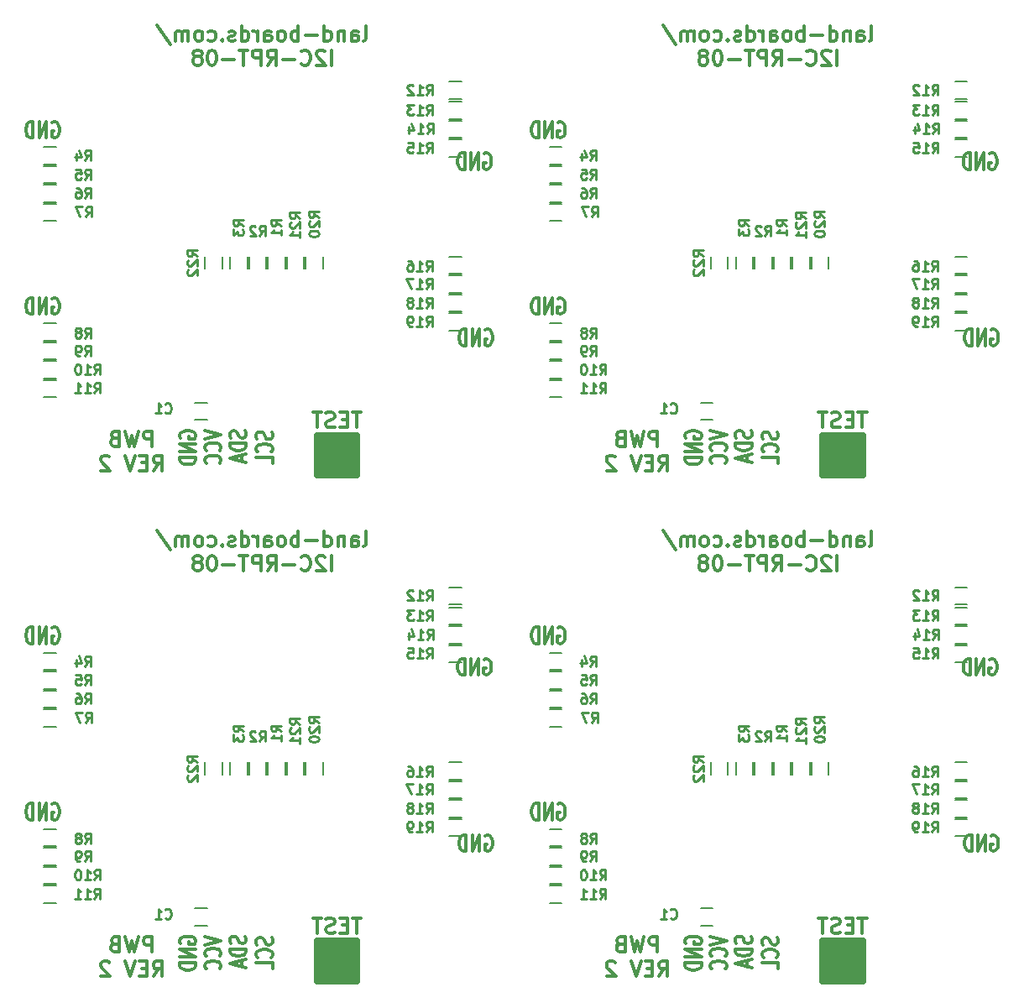
<source format=gbo>
%MOIN*%
%OFA0B0*%
%FSLAX46Y46*%
%IPPOS*%
%LPD*%
%ADD10C,0.012000000000000002*%
%ADD11C,0.01*%
%ADD12C,0.025590551181102365*%
%ADD13C,0.005905511811023622*%
%ADD24C,0.012000000000000002*%
%ADD25C,0.01*%
%ADD26C,0.025590551181102365*%
%ADD27C,0.005905511811023622*%
%ADD28C,0.012000000000000002*%
%ADD29C,0.01*%
%ADD30C,0.025590551181102365*%
%ADD31C,0.005905511811023622*%
%ADD32C,0.012000000000000002*%
%ADD33C,0.01*%
%ADD34C,0.025590551181102365*%
%ADD35C,0.005905511811023622*%
G01*
D10*
X0000552637Y0000149897D02*
X0000552637Y0000209897D01*
X0000529780Y0000209897D01*
X0000524066Y0000207040D01*
X0000521209Y0000204183D01*
X0000518352Y0000198468D01*
X0000518352Y0000189897D01*
X0000521209Y0000184182D01*
X0000524066Y0000181325D01*
X0000529780Y0000178468D01*
X0000552637Y0000178468D01*
X0000498352Y0000209897D02*
X0000484066Y0000149897D01*
X0000472637Y0000192754D01*
X0000461209Y0000149897D01*
X0000446923Y0000209897D01*
X0000404066Y0000181325D02*
X0000395494Y0000178468D01*
X0000392637Y0000175611D01*
X0000389780Y0000169897D01*
X0000389780Y0000161325D01*
X0000392637Y0000155611D01*
X0000395494Y0000152754D01*
X0000401209Y0000149897D01*
X0000424066Y0000149897D01*
X0000424066Y0000209897D01*
X0000404066Y0000209897D01*
X0000398352Y0000207040D01*
X0000395494Y0000204183D01*
X0000392637Y0000198468D01*
X0000392637Y0000192754D01*
X0000395494Y0000187040D01*
X0000398352Y0000184182D01*
X0000404066Y0000181325D01*
X0000424066Y0000181325D01*
X0000558352Y0000053297D02*
X0000578352Y0000081868D01*
X0000592637Y0000053297D02*
X0000592637Y0000113297D01*
X0000569780Y0000113297D01*
X0000564066Y0000110440D01*
X0000561209Y0000107582D01*
X0000558352Y0000101868D01*
X0000558352Y0000093297D01*
X0000561209Y0000087583D01*
X0000564066Y0000084725D01*
X0000569780Y0000081868D01*
X0000592637Y0000081868D01*
X0000532637Y0000084725D02*
X0000512637Y0000084725D01*
X0000504066Y0000053297D02*
X0000532637Y0000053297D01*
X0000532637Y0000113297D01*
X0000504066Y0000113297D01*
X0000486923Y0000113297D02*
X0000466923Y0000053297D01*
X0000446923Y0000113297D01*
X0000384066Y0000107582D02*
X0000381209Y0000110440D01*
X0000375494Y0000113297D01*
X0000361209Y0000113297D01*
X0000355494Y0000110440D01*
X0000352637Y0000107582D01*
X0000349780Y0000101868D01*
X0000349780Y0000096154D01*
X0000352637Y0000087583D01*
X0000386923Y0000053297D01*
X0000349780Y0000053297D01*
X0000156742Y0001436240D02*
X0000161504Y0001439335D01*
X0000168647Y0001439335D01*
X0000175790Y0001436240D01*
X0000180552Y0001430049D01*
X0000182933Y0001423859D01*
X0000185313Y0001411478D01*
X0000185313Y0001402192D01*
X0000182933Y0001389811D01*
X0000180552Y0001383621D01*
X0000175790Y0001377430D01*
X0000168647Y0001374335D01*
X0000163885Y0001374335D01*
X0000156742Y0001377430D01*
X0000154361Y0001380525D01*
X0000154361Y0001402192D01*
X0000163885Y0001402192D01*
X0000132932Y0001374335D02*
X0000132932Y0001439335D01*
X0000104361Y0001374335D01*
X0000104361Y0001439335D01*
X0000080552Y0001374335D02*
X0000080552Y0001439335D01*
X0000068647Y0001439335D01*
X0000061504Y0001436240D01*
X0000056742Y0001430049D01*
X0000054361Y0001423859D01*
X0000051980Y0001411478D01*
X0000051980Y0001402192D01*
X0000054361Y0001389811D01*
X0000056742Y0001383621D01*
X0000061504Y0001377430D01*
X0000068647Y0001374335D01*
X0000080552Y0001374335D01*
X0000923947Y0000211416D02*
X0000927042Y0000204273D01*
X0000927042Y0000192368D01*
X0000923947Y0000187606D01*
X0000920852Y0000185225D01*
X0000914661Y0000182844D01*
X0000908471Y0000182844D01*
X0000902280Y0000185225D01*
X0000899185Y0000187606D01*
X0000896090Y0000192368D01*
X0000892994Y0000201892D01*
X0000889899Y0000206654D01*
X0000886804Y0000209035D01*
X0000880613Y0000211416D01*
X0000874423Y0000211416D01*
X0000868233Y0000209035D01*
X0000865137Y0000206654D01*
X0000862042Y0000201892D01*
X0000862042Y0000189987D01*
X0000865137Y0000182844D01*
X0000927042Y0000161416D02*
X0000862042Y0000161416D01*
X0000862042Y0000149511D01*
X0000865137Y0000142368D01*
X0000871328Y0000137606D01*
X0000877518Y0000135225D01*
X0000889899Y0000132844D01*
X0000899185Y0000132844D01*
X0000911566Y0000135225D01*
X0000917756Y0000137606D01*
X0000923947Y0000142368D01*
X0000927042Y0000149511D01*
X0000927042Y0000161416D01*
X0000908471Y0000113797D02*
X0000908471Y0000089987D01*
X0000927042Y0000118559D02*
X0000862042Y0000101892D01*
X0000927042Y0000085225D01*
X0000665137Y0000182844D02*
X0000662042Y0000187606D01*
X0000662042Y0000194749D01*
X0000665137Y0000201892D01*
X0000671328Y0000206654D01*
X0000677518Y0000209035D01*
X0000689899Y0000211416D01*
X0000699185Y0000211416D01*
X0000711566Y0000209035D01*
X0000717756Y0000206654D01*
X0000723947Y0000201892D01*
X0000727042Y0000194749D01*
X0000727042Y0000189987D01*
X0000723947Y0000182844D01*
X0000720852Y0000180463D01*
X0000699185Y0000180463D01*
X0000699185Y0000189987D01*
X0000727042Y0000159035D02*
X0000662042Y0000159035D01*
X0000727042Y0000130463D01*
X0000662042Y0000130463D01*
X0000727042Y0000106654D02*
X0000662042Y0000106654D01*
X0000662042Y0000094749D01*
X0000665137Y0000087606D01*
X0000671328Y0000082844D01*
X0000677518Y0000080463D01*
X0000689899Y0000078083D01*
X0000699185Y0000078083D01*
X0000711566Y0000080463D01*
X0000717756Y0000082844D01*
X0000723947Y0000087606D01*
X0000727042Y0000094749D01*
X0000727042Y0000106654D01*
X0001394066Y0001759897D02*
X0001399780Y0001762754D01*
X0001402637Y0001768468D01*
X0001402637Y0001819897D01*
X0001345494Y0001759897D02*
X0001345494Y0001791325D01*
X0001348352Y0001797040D01*
X0001354066Y0001799897D01*
X0001365494Y0001799897D01*
X0001371209Y0001797040D01*
X0001345494Y0001762754D02*
X0001351209Y0001759897D01*
X0001365494Y0001759897D01*
X0001371209Y0001762754D01*
X0001374066Y0001768468D01*
X0001374066Y0001774183D01*
X0001371209Y0001779897D01*
X0001365494Y0001782754D01*
X0001351209Y0001782754D01*
X0001345494Y0001785611D01*
X0001316923Y0001799897D02*
X0001316923Y0001759897D01*
X0001316923Y0001794183D02*
X0001314066Y0001797040D01*
X0001308352Y0001799897D01*
X0001299780Y0001799897D01*
X0001294066Y0001797040D01*
X0001291209Y0001791325D01*
X0001291209Y0001759897D01*
X0001236923Y0001759897D02*
X0001236923Y0001819897D01*
X0001236923Y0001762754D02*
X0001242637Y0001759897D01*
X0001254066Y0001759897D01*
X0001259780Y0001762754D01*
X0001262637Y0001765611D01*
X0001265494Y0001771325D01*
X0001265494Y0001788468D01*
X0001262637Y0001794183D01*
X0001259780Y0001797040D01*
X0001254066Y0001799897D01*
X0001242637Y0001799897D01*
X0001236923Y0001797040D01*
X0001208352Y0001782754D02*
X0001162637Y0001782754D01*
X0001134066Y0001759897D02*
X0001134066Y0001819897D01*
X0001134066Y0001797040D02*
X0001128352Y0001799897D01*
X0001116923Y0001799897D01*
X0001111209Y0001797040D01*
X0001108352Y0001794183D01*
X0001105494Y0001788468D01*
X0001105494Y0001771325D01*
X0001108352Y0001765611D01*
X0001111209Y0001762754D01*
X0001116923Y0001759897D01*
X0001128352Y0001759897D01*
X0001134066Y0001762754D01*
X0001071209Y0001759897D02*
X0001076923Y0001762754D01*
X0001079780Y0001765611D01*
X0001082637Y0001771325D01*
X0001082637Y0001788468D01*
X0001079780Y0001794183D01*
X0001076923Y0001797040D01*
X0001071209Y0001799897D01*
X0001062637Y0001799897D01*
X0001056923Y0001797040D01*
X0001054066Y0001794183D01*
X0001051209Y0001788468D01*
X0001051209Y0001771325D01*
X0001054066Y0001765611D01*
X0001056923Y0001762754D01*
X0001062637Y0001759897D01*
X0001071209Y0001759897D01*
X0000999780Y0001759897D02*
X0000999780Y0001791325D01*
X0001002637Y0001797040D01*
X0001008352Y0001799897D01*
X0001019780Y0001799897D01*
X0001025494Y0001797040D01*
X0000999780Y0001762754D02*
X0001005494Y0001759897D01*
X0001019780Y0001759897D01*
X0001025494Y0001762754D01*
X0001028352Y0001768468D01*
X0001028352Y0001774183D01*
X0001025494Y0001779897D01*
X0001019780Y0001782754D01*
X0001005494Y0001782754D01*
X0000999780Y0001785611D01*
X0000971209Y0001759897D02*
X0000971209Y0001799897D01*
X0000971209Y0001788468D02*
X0000968352Y0001794183D01*
X0000965494Y0001797040D01*
X0000959780Y0001799897D01*
X0000954066Y0001799897D01*
X0000908352Y0001759897D02*
X0000908352Y0001819897D01*
X0000908352Y0001762754D02*
X0000914066Y0001759897D01*
X0000925494Y0001759897D01*
X0000931209Y0001762754D01*
X0000934066Y0001765611D01*
X0000936923Y0001771325D01*
X0000936923Y0001788468D01*
X0000934066Y0001794183D01*
X0000931209Y0001797040D01*
X0000925494Y0001799897D01*
X0000914066Y0001799897D01*
X0000908352Y0001797040D01*
X0000882637Y0001762754D02*
X0000876923Y0001759897D01*
X0000865494Y0001759897D01*
X0000859780Y0001762754D01*
X0000856923Y0001768468D01*
X0000856923Y0001771325D01*
X0000859780Y0001777040D01*
X0000865494Y0001779897D01*
X0000874066Y0001779897D01*
X0000879780Y0001782754D01*
X0000882637Y0001788468D01*
X0000882637Y0001791325D01*
X0000879780Y0001797040D01*
X0000874066Y0001799897D01*
X0000865494Y0001799897D01*
X0000859780Y0001797040D01*
X0000831209Y0001765611D02*
X0000828352Y0001762754D01*
X0000831209Y0001759897D01*
X0000834066Y0001762754D01*
X0000831209Y0001765611D01*
X0000831209Y0001759897D01*
X0000776923Y0001762754D02*
X0000782637Y0001759897D01*
X0000794066Y0001759897D01*
X0000799780Y0001762754D01*
X0000802637Y0001765611D01*
X0000805494Y0001771325D01*
X0000805494Y0001788468D01*
X0000802637Y0001794183D01*
X0000799780Y0001797040D01*
X0000794066Y0001799897D01*
X0000782637Y0001799897D01*
X0000776923Y0001797040D01*
X0000742637Y0001759897D02*
X0000748352Y0001762754D01*
X0000751209Y0001765611D01*
X0000754066Y0001771325D01*
X0000754066Y0001788468D01*
X0000751209Y0001794183D01*
X0000748352Y0001797040D01*
X0000742637Y0001799897D01*
X0000734066Y0001799897D01*
X0000728352Y0001797040D01*
X0000725494Y0001794183D01*
X0000722637Y0001788468D01*
X0000722637Y0001771325D01*
X0000725494Y0001765611D01*
X0000728352Y0001762754D01*
X0000734066Y0001759897D01*
X0000742637Y0001759897D01*
X0000696923Y0001759897D02*
X0000696923Y0001799897D01*
X0000696923Y0001794183D02*
X0000694066Y0001797040D01*
X0000688352Y0001799897D01*
X0000679780Y0001799897D01*
X0000674066Y0001797040D01*
X0000671209Y0001791325D01*
X0000671209Y0001759897D01*
X0000671209Y0001791325D02*
X0000668352Y0001797040D01*
X0000662637Y0001799897D01*
X0000654066Y0001799897D01*
X0000648352Y0001797040D01*
X0000645494Y0001791325D01*
X0000645494Y0001759897D01*
X0000574066Y0001822754D02*
X0000625494Y0001745611D01*
X0001265494Y0001663297D02*
X0001265494Y0001723297D01*
X0001239780Y0001717583D02*
X0001236923Y0001720440D01*
X0001231209Y0001723297D01*
X0001216923Y0001723297D01*
X0001211209Y0001720440D01*
X0001208352Y0001717583D01*
X0001205494Y0001711868D01*
X0001205494Y0001706154D01*
X0001208352Y0001697583D01*
X0001242637Y0001663297D01*
X0001205494Y0001663297D01*
X0001145494Y0001669011D02*
X0001148352Y0001666154D01*
X0001156923Y0001663297D01*
X0001162637Y0001663297D01*
X0001171209Y0001666154D01*
X0001176923Y0001671868D01*
X0001179780Y0001677583D01*
X0001182637Y0001689011D01*
X0001182637Y0001697583D01*
X0001179780Y0001709011D01*
X0001176923Y0001714725D01*
X0001171209Y0001720440D01*
X0001162637Y0001723297D01*
X0001156923Y0001723297D01*
X0001148352Y0001720440D01*
X0001145494Y0001717583D01*
X0001119780Y0001686154D02*
X0001074066Y0001686154D01*
X0001011209Y0001663297D02*
X0001031209Y0001691868D01*
X0001045494Y0001663297D02*
X0001045494Y0001723297D01*
X0001022637Y0001723297D01*
X0001016923Y0001720440D01*
X0001014066Y0001717583D01*
X0001011209Y0001711868D01*
X0001011209Y0001703297D01*
X0001014066Y0001697583D01*
X0001016923Y0001694725D01*
X0001022637Y0001691868D01*
X0001045494Y0001691868D01*
X0000985494Y0001663297D02*
X0000985494Y0001723297D01*
X0000962637Y0001723297D01*
X0000956923Y0001720440D01*
X0000954066Y0001717583D01*
X0000951209Y0001711868D01*
X0000951209Y0001703297D01*
X0000954066Y0001697583D01*
X0000956923Y0001694725D01*
X0000962637Y0001691868D01*
X0000985494Y0001691868D01*
X0000934066Y0001723297D02*
X0000899780Y0001723297D01*
X0000916923Y0001663297D02*
X0000916923Y0001723297D01*
X0000879780Y0001686154D02*
X0000834066Y0001686154D01*
X0000794066Y0001723297D02*
X0000788352Y0001723297D01*
X0000782637Y0001720440D01*
X0000779780Y0001717583D01*
X0000776923Y0001711868D01*
X0000774066Y0001700440D01*
X0000774066Y0001686154D01*
X0000776923Y0001674725D01*
X0000779780Y0001669011D01*
X0000782637Y0001666154D01*
X0000788352Y0001663297D01*
X0000794066Y0001663297D01*
X0000799780Y0001666154D01*
X0000802637Y0001669011D01*
X0000805494Y0001674725D01*
X0000808352Y0001686154D01*
X0000808352Y0001700440D01*
X0000805494Y0001711868D01*
X0000802637Y0001717583D01*
X0000799780Y0001720440D01*
X0000794066Y0001723297D01*
X0000739780Y0001697583D02*
X0000745494Y0001700440D01*
X0000748352Y0001703297D01*
X0000751209Y0001709011D01*
X0000751209Y0001711868D01*
X0000748352Y0001717583D01*
X0000745494Y0001720440D01*
X0000739780Y0001723297D01*
X0000728352Y0001723297D01*
X0000722637Y0001720440D01*
X0000719780Y0001717583D01*
X0000716923Y0001711868D01*
X0000716923Y0001709011D01*
X0000719780Y0001703297D01*
X0000722637Y0001700440D01*
X0000728352Y0001697583D01*
X0000739780Y0001697583D01*
X0000745494Y0001694725D01*
X0000748352Y0001691868D01*
X0000751209Y0001686154D01*
X0000751209Y0001674725D01*
X0000748352Y0001669011D01*
X0000745494Y0001666154D01*
X0000739780Y0001663297D01*
X0000728352Y0001663297D01*
X0000722637Y0001666154D01*
X0000719780Y0001669011D01*
X0000716923Y0001674725D01*
X0000716923Y0001686154D01*
X0000719780Y0001691868D01*
X0000722637Y0001694725D01*
X0000728352Y0001697583D01*
X0001028947Y0000206416D02*
X0001032042Y0000199273D01*
X0001032042Y0000187368D01*
X0001028947Y0000182606D01*
X0001025852Y0000180225D01*
X0001019661Y0000177844D01*
X0001013471Y0000177844D01*
X0001007280Y0000180225D01*
X0001004185Y0000182606D01*
X0001001090Y0000187368D01*
X0000997994Y0000196892D01*
X0000994899Y0000201654D01*
X0000991804Y0000204035D01*
X0000985613Y0000206416D01*
X0000979423Y0000206416D01*
X0000973233Y0000204035D01*
X0000970137Y0000201654D01*
X0000967042Y0000196892D01*
X0000967042Y0000184987D01*
X0000970137Y0000177844D01*
X0001025852Y0000127844D02*
X0001028947Y0000130225D01*
X0001032042Y0000137368D01*
X0001032042Y0000142130D01*
X0001028947Y0000149273D01*
X0001022756Y0000154035D01*
X0001016566Y0000156416D01*
X0001004185Y0000158797D01*
X0000994899Y0000158797D01*
X0000982518Y0000156416D01*
X0000976328Y0000154035D01*
X0000970137Y0000149273D01*
X0000967042Y0000142130D01*
X0000967042Y0000137368D01*
X0000970137Y0000130225D01*
X0000973233Y0000127844D01*
X0001032042Y0000082606D02*
X0001032042Y0000106416D01*
X0000967042Y0000106416D01*
X0000762042Y0000211178D02*
X0000827042Y0000194511D01*
X0000762042Y0000177844D01*
X0000820852Y0000132606D02*
X0000823947Y0000134987D01*
X0000827042Y0000142130D01*
X0000827042Y0000146892D01*
X0000823947Y0000154035D01*
X0000817756Y0000158797D01*
X0000811566Y0000161178D01*
X0000799185Y0000163559D01*
X0000789899Y0000163559D01*
X0000777518Y0000161178D01*
X0000771328Y0000158797D01*
X0000765137Y0000154035D01*
X0000762042Y0000146892D01*
X0000762042Y0000142130D01*
X0000765137Y0000134987D01*
X0000768232Y0000132606D01*
X0000820852Y0000082606D02*
X0000823947Y0000084987D01*
X0000827042Y0000092130D01*
X0000827042Y0000096892D01*
X0000823947Y0000104035D01*
X0000817756Y0000108797D01*
X0000811566Y0000111178D01*
X0000799185Y0000113559D01*
X0000789899Y0000113559D01*
X0000777518Y0000111178D01*
X0000771328Y0000108797D01*
X0000765137Y0000104035D01*
X0000762042Y0000096892D01*
X0000762042Y0000092130D01*
X0000765137Y0000084987D01*
X0000768232Y0000082606D01*
X0001871742Y0001311240D02*
X0001876504Y0001314335D01*
X0001883647Y0001314335D01*
X0001890790Y0001311240D01*
X0001895552Y0001305049D01*
X0001897933Y0001298859D01*
X0001900313Y0001286478D01*
X0001900313Y0001277192D01*
X0001897933Y0001264811D01*
X0001895552Y0001258621D01*
X0001890790Y0001252430D01*
X0001883647Y0001249335D01*
X0001878885Y0001249335D01*
X0001871742Y0001252430D01*
X0001869361Y0001255525D01*
X0001869361Y0001277192D01*
X0001878885Y0001277192D01*
X0001847933Y0001249335D02*
X0001847933Y0001314335D01*
X0001819361Y0001249335D01*
X0001819361Y0001314335D01*
X0001795552Y0001249335D02*
X0001795552Y0001314335D01*
X0001783647Y0001314335D01*
X0001776504Y0001311240D01*
X0001771742Y0001305049D01*
X0001769361Y0001298859D01*
X0001766980Y0001286478D01*
X0001766980Y0001277192D01*
X0001769361Y0001264811D01*
X0001771742Y0001258621D01*
X0001776504Y0001252430D01*
X0001783647Y0001249335D01*
X0001795552Y0001249335D01*
X0001876742Y0000611240D02*
X0001881504Y0000614335D01*
X0001888647Y0000614335D01*
X0001895790Y0000611240D01*
X0001900552Y0000605049D01*
X0001902932Y0000598859D01*
X0001905313Y0000586478D01*
X0001905313Y0000577192D01*
X0001902932Y0000564811D01*
X0001900552Y0000558621D01*
X0001895790Y0000552430D01*
X0001888647Y0000549335D01*
X0001883885Y0000549335D01*
X0001876742Y0000552430D01*
X0001874361Y0000555525D01*
X0001874361Y0000577192D01*
X0001883885Y0000577192D01*
X0001852933Y0000549335D02*
X0001852933Y0000614335D01*
X0001824361Y0000549335D01*
X0001824361Y0000614335D01*
X0001800552Y0000549335D02*
X0001800552Y0000614335D01*
X0001788647Y0000614335D01*
X0001781504Y0000611240D01*
X0001776742Y0000605049D01*
X0001774361Y0000598859D01*
X0001771980Y0000586478D01*
X0001771980Y0000577192D01*
X0001774361Y0000564811D01*
X0001776742Y0000558621D01*
X0001781504Y0000552430D01*
X0001788647Y0000549335D01*
X0001800552Y0000549335D01*
X0000156742Y0000736240D02*
X0000161504Y0000739335D01*
X0000168647Y0000739335D01*
X0000175790Y0000736240D01*
X0000180552Y0000730049D01*
X0000182933Y0000723859D01*
X0000185313Y0000711478D01*
X0000185313Y0000702192D01*
X0000182933Y0000689811D01*
X0000180552Y0000683621D01*
X0000175790Y0000677430D01*
X0000168647Y0000674335D01*
X0000163885Y0000674335D01*
X0000156742Y0000677430D01*
X0000154361Y0000680525D01*
X0000154361Y0000702192D01*
X0000163885Y0000702192D01*
X0000132932Y0000674335D02*
X0000132932Y0000739335D01*
X0000104361Y0000674335D01*
X0000104361Y0000739335D01*
X0000080552Y0000674335D02*
X0000080552Y0000739335D01*
X0000068647Y0000739335D01*
X0000061504Y0000736240D01*
X0000056742Y0000730049D01*
X0000054361Y0000723859D01*
X0000051980Y0000711478D01*
X0000051980Y0000702192D01*
X0000054361Y0000689811D01*
X0000056742Y0000683621D01*
X0000061504Y0000677430D01*
X0000068647Y0000674335D01*
X0000080552Y0000674335D01*
X0001383352Y0000284392D02*
X0001349066Y0000284392D01*
X0001366209Y0000224392D02*
X0001366209Y0000284392D01*
X0001329066Y0000255821D02*
X0001309066Y0000255821D01*
X0001300494Y0000224392D02*
X0001329066Y0000224392D01*
X0001329066Y0000284392D01*
X0001300494Y0000284392D01*
X0001277637Y0000227249D02*
X0001269066Y0000224392D01*
X0001254780Y0000224392D01*
X0001249066Y0000227249D01*
X0001246209Y0000230106D01*
X0001243352Y0000235821D01*
X0001243352Y0000241535D01*
X0001246209Y0000247249D01*
X0001249066Y0000250106D01*
X0001254780Y0000252964D01*
X0001266209Y0000255821D01*
X0001271923Y0000258678D01*
X0001274780Y0000261535D01*
X0001277637Y0000267249D01*
X0001277637Y0000272963D01*
X0001274780Y0000278678D01*
X0001271923Y0000281535D01*
X0001266209Y0000284392D01*
X0001251923Y0000284392D01*
X0001243352Y0000281535D01*
X0001226209Y0000284392D02*
X0001191923Y0000284392D01*
X0001209066Y0000224392D02*
X0001209066Y0000284392D01*
D11*
X0001643352Y0001545841D02*
X0001656685Y0001564889D01*
X0001666209Y0001545841D02*
X0001666209Y0001585841D01*
X0001650971Y0001585841D01*
X0001647161Y0001583937D01*
X0001645256Y0001582032D01*
X0001643352Y0001578222D01*
X0001643352Y0001572508D01*
X0001645256Y0001568698D01*
X0001647161Y0001566794D01*
X0001650971Y0001564889D01*
X0001666209Y0001564889D01*
X0001605256Y0001545841D02*
X0001628113Y0001545841D01*
X0001616685Y0001545841D02*
X0001616685Y0001585841D01*
X0001620494Y0001580127D01*
X0001624304Y0001576317D01*
X0001628113Y0001574413D01*
X0001590018Y0001582032D02*
X0001588113Y0001583937D01*
X0001584304Y0001585841D01*
X0001574780Y0001585841D01*
X0001570971Y0001583937D01*
X0001569066Y0001582032D01*
X0001567161Y0001578222D01*
X0001567161Y0001574413D01*
X0001569066Y0001568698D01*
X0001591923Y0001545841D01*
X0001567161Y0001545841D01*
X0001643352Y0001315644D02*
X0001656685Y0001334692D01*
X0001666209Y0001315644D02*
X0001666209Y0001355644D01*
X0001650971Y0001355644D01*
X0001647161Y0001353740D01*
X0001645256Y0001351835D01*
X0001643352Y0001348025D01*
X0001643352Y0001342311D01*
X0001645256Y0001338502D01*
X0001647161Y0001336597D01*
X0001650971Y0001334692D01*
X0001666209Y0001334692D01*
X0001605256Y0001315644D02*
X0001628113Y0001315644D01*
X0001616685Y0001315644D02*
X0001616685Y0001355644D01*
X0001620494Y0001349930D01*
X0001624304Y0001346121D01*
X0001628113Y0001344216D01*
X0001569066Y0001355644D02*
X0001588113Y0001355644D01*
X0001590018Y0001336597D01*
X0001588113Y0001338502D01*
X0001584304Y0001340406D01*
X0001574780Y0001340406D01*
X0001570971Y0001338502D01*
X0001569066Y0001336597D01*
X0001567161Y0001332787D01*
X0001567161Y0001323263D01*
X0001569066Y0001319454D01*
X0001570971Y0001317549D01*
X0001574780Y0001315644D01*
X0001584304Y0001315644D01*
X0001588113Y0001317549D01*
X0001590018Y0001319454D01*
X0001643352Y0001465644D02*
X0001656685Y0001484692D01*
X0001666209Y0001465644D02*
X0001666209Y0001505644D01*
X0001650971Y0001505644D01*
X0001647161Y0001503740D01*
X0001645256Y0001501835D01*
X0001643352Y0001498025D01*
X0001643352Y0001492311D01*
X0001645256Y0001488502D01*
X0001647161Y0001486597D01*
X0001650971Y0001484692D01*
X0001666209Y0001484692D01*
X0001605256Y0001465644D02*
X0001628113Y0001465644D01*
X0001616685Y0001465644D02*
X0001616685Y0001505644D01*
X0001620494Y0001499930D01*
X0001624304Y0001496121D01*
X0001628113Y0001494216D01*
X0001591923Y0001505644D02*
X0001567161Y0001505644D01*
X0001580494Y0001490406D01*
X0001574780Y0001490406D01*
X0001570971Y0001488502D01*
X0001569066Y0001486597D01*
X0001567161Y0001482787D01*
X0001567161Y0001473263D01*
X0001569066Y0001469454D01*
X0001570971Y0001467549D01*
X0001574780Y0001465644D01*
X0001586209Y0001465644D01*
X0001590018Y0001467549D01*
X0001591923Y0001469454D01*
X0000286194Y0001135448D02*
X0000299527Y0001154495D01*
X0000309051Y0001135448D02*
X0000309051Y0001175448D01*
X0000293813Y0001175448D01*
X0000290003Y0001173543D01*
X0000288098Y0001171638D01*
X0000286194Y0001167829D01*
X0000286194Y0001162114D01*
X0000288098Y0001158305D01*
X0000290003Y0001156400D01*
X0000293813Y0001154495D01*
X0000309051Y0001154495D01*
X0000251908Y0001175448D02*
X0000259527Y0001175448D01*
X0000263337Y0001173543D01*
X0000265241Y0001171638D01*
X0000269051Y0001165924D01*
X0000270956Y0001158305D01*
X0000270956Y0001143067D01*
X0000269051Y0001139257D01*
X0000267146Y0001137352D01*
X0000263337Y0001135448D01*
X0000255718Y0001135448D01*
X0000251908Y0001137352D01*
X0000250003Y0001139257D01*
X0000248098Y0001143067D01*
X0000248098Y0001152590D01*
X0000250003Y0001156400D01*
X0000251908Y0001158305D01*
X0000255718Y0001160210D01*
X0000263337Y0001160210D01*
X0000267146Y0001158305D01*
X0000269051Y0001156400D01*
X0000270956Y0001152590D01*
X0000286194Y0001285054D02*
X0000299527Y0001304101D01*
X0000309051Y0001285054D02*
X0000309051Y0001325054D01*
X0000293813Y0001325054D01*
X0000290003Y0001323149D01*
X0000288098Y0001321244D01*
X0000286194Y0001317435D01*
X0000286194Y0001311721D01*
X0000288098Y0001307911D01*
X0000290003Y0001306006D01*
X0000293813Y0001304101D01*
X0000309051Y0001304101D01*
X0000251908Y0001311721D02*
X0000251908Y0001285054D01*
X0000261432Y0001326959D02*
X0000270956Y0001298387D01*
X0000246194Y0001298387D01*
X0001642013Y0000846117D02*
X0001655346Y0000865164D01*
X0001664870Y0000846117D02*
X0001664870Y0000886117D01*
X0001649632Y0000886117D01*
X0001645822Y0000884212D01*
X0001643918Y0000882307D01*
X0001642013Y0000878498D01*
X0001642013Y0000872784D01*
X0001643918Y0000868974D01*
X0001645822Y0000867069D01*
X0001649632Y0000865164D01*
X0001664870Y0000865164D01*
X0001603918Y0000846117D02*
X0001626775Y0000846117D01*
X0001615346Y0000846117D02*
X0001615346Y0000886117D01*
X0001619156Y0000880403D01*
X0001622965Y0000876593D01*
X0001626775Y0000874688D01*
X0001569632Y0000886117D02*
X0001577251Y0000886117D01*
X0001581061Y0000884212D01*
X0001582965Y0000882307D01*
X0001586775Y0000876593D01*
X0001588680Y0000868974D01*
X0001588680Y0000853736D01*
X0001586775Y0000849926D01*
X0001584870Y0000848022D01*
X0001581061Y0000846117D01*
X0001573442Y0000846117D01*
X0001569632Y0000848022D01*
X0001567727Y0000849926D01*
X0001565822Y0000853736D01*
X0001565822Y0000863260D01*
X0001567727Y0000867069D01*
X0001569632Y0000868974D01*
X0001573442Y0000870879D01*
X0001581061Y0000870879D01*
X0001584870Y0000868974D01*
X0001586775Y0000867069D01*
X0001588680Y0000863260D01*
X0001642013Y0000625644D02*
X0001655346Y0000644692D01*
X0001664870Y0000625644D02*
X0001664870Y0000665644D01*
X0001649632Y0000665644D01*
X0001645822Y0000663740D01*
X0001643918Y0000661835D01*
X0001642013Y0000658025D01*
X0001642013Y0000652311D01*
X0001643918Y0000648502D01*
X0001645822Y0000646597D01*
X0001649632Y0000644692D01*
X0001664870Y0000644692D01*
X0001603918Y0000625644D02*
X0001626775Y0000625644D01*
X0001615346Y0000625644D02*
X0001615346Y0000665644D01*
X0001619156Y0000659930D01*
X0001622965Y0000656121D01*
X0001626775Y0000654216D01*
X0001584870Y0000625644D02*
X0001577251Y0000625644D01*
X0001573442Y0000627549D01*
X0001571537Y0000629454D01*
X0001567727Y0000635168D01*
X0001565822Y0000642787D01*
X0001565822Y0000658025D01*
X0001567727Y0000661835D01*
X0001569632Y0000663740D01*
X0001573442Y0000665644D01*
X0001581061Y0000665644D01*
X0001584870Y0000663740D01*
X0001586775Y0000661835D01*
X0001588680Y0000658025D01*
X0001588680Y0000648502D01*
X0001586775Y0000644692D01*
X0001584870Y0000642787D01*
X0001581061Y0000640883D01*
X0001573442Y0000640883D01*
X0001569632Y0000642787D01*
X0001567727Y0000644692D01*
X0001565822Y0000648502D01*
X0000323352Y0000360644D02*
X0000336685Y0000379692D01*
X0000346209Y0000360644D02*
X0000346209Y0000400644D01*
X0000330971Y0000400644D01*
X0000327161Y0000398740D01*
X0000325256Y0000396835D01*
X0000323352Y0000393025D01*
X0000323352Y0000387311D01*
X0000325256Y0000383502D01*
X0000327161Y0000381597D01*
X0000330971Y0000379692D01*
X0000346209Y0000379692D01*
X0000285256Y0000360644D02*
X0000308113Y0000360644D01*
X0000296685Y0000360644D02*
X0000296685Y0000400644D01*
X0000300494Y0000394930D01*
X0000304304Y0000391121D01*
X0000308113Y0000389216D01*
X0000247161Y0000360644D02*
X0000270018Y0000360644D01*
X0000258590Y0000360644D02*
X0000258590Y0000400644D01*
X0000262399Y0000394930D01*
X0000266209Y0000391121D01*
X0000270018Y0000389216D01*
X0001645950Y0001391235D02*
X0001659283Y0001410283D01*
X0001668807Y0001391235D02*
X0001668807Y0001431235D01*
X0001653569Y0001431235D01*
X0001649760Y0001429330D01*
X0001647855Y0001427425D01*
X0001645950Y0001423616D01*
X0001645950Y0001417902D01*
X0001647855Y0001414092D01*
X0001649760Y0001412187D01*
X0001653569Y0001410283D01*
X0001668807Y0001410283D01*
X0001607855Y0001391235D02*
X0001630712Y0001391235D01*
X0001619283Y0001391235D02*
X0001619283Y0001431235D01*
X0001623093Y0001425521D01*
X0001626902Y0001421711D01*
X0001630712Y0001419806D01*
X0001573569Y0001417902D02*
X0001573569Y0001391235D01*
X0001583093Y0001433140D02*
X0001592617Y0001404568D01*
X0001567855Y0001404568D01*
X0000915732Y0001025406D02*
X0000896685Y0001038740D01*
X0000915732Y0001048263D02*
X0000875732Y0001048263D01*
X0000875732Y0001033025D01*
X0000877637Y0001029216D01*
X0000879542Y0001027311D01*
X0000883352Y0001025406D01*
X0000889066Y0001025406D01*
X0000892875Y0001027311D01*
X0000894780Y0001029216D01*
X0000896685Y0001033025D01*
X0000896685Y0001048263D01*
X0000875732Y0001012073D02*
X0000875732Y0000987311D01*
X0000890971Y0001000644D01*
X0000890971Y0000994930D01*
X0000892875Y0000991121D01*
X0000894780Y0000989216D01*
X0000898590Y0000987311D01*
X0000908113Y0000987311D01*
X0000911923Y0000989216D01*
X0000913828Y0000991121D01*
X0000915732Y0000994930D01*
X0000915732Y0001006359D01*
X0000913828Y0001010168D01*
X0000911923Y0001012073D01*
X0001642013Y0000700448D02*
X0001655346Y0000719495D01*
X0001664870Y0000700448D02*
X0001664870Y0000740448D01*
X0001649632Y0000740448D01*
X0001645822Y0000738543D01*
X0001643918Y0000736638D01*
X0001642013Y0000732829D01*
X0001642013Y0000727114D01*
X0001643918Y0000723305D01*
X0001645822Y0000721400D01*
X0001649632Y0000719495D01*
X0001664870Y0000719495D01*
X0001603918Y0000700448D02*
X0001626775Y0000700448D01*
X0001615346Y0000700448D02*
X0001615346Y0000740448D01*
X0001619156Y0000734733D01*
X0001622965Y0000730924D01*
X0001626775Y0000729019D01*
X0001581061Y0000723305D02*
X0001584870Y0000725209D01*
X0001586775Y0000727114D01*
X0001588680Y0000730924D01*
X0001588680Y0000732829D01*
X0001586775Y0000736638D01*
X0001584870Y0000738543D01*
X0001581061Y0000740448D01*
X0001573442Y0000740448D01*
X0001569632Y0000738543D01*
X0001567727Y0000736638D01*
X0001565822Y0000732829D01*
X0001565822Y0000730924D01*
X0001567727Y0000727114D01*
X0001569632Y0000725209D01*
X0001573442Y0000723305D01*
X0001581061Y0000723305D01*
X0001584870Y0000721400D01*
X0001586775Y0000719495D01*
X0001588680Y0000715686D01*
X0001588680Y0000708067D01*
X0001586775Y0000704257D01*
X0001584870Y0000702352D01*
X0001581061Y0000700448D01*
X0001573442Y0000700448D01*
X0001569632Y0000702352D01*
X0001567727Y0000704257D01*
X0001565822Y0000708067D01*
X0001565822Y0000715686D01*
X0001567727Y0000719495D01*
X0001569632Y0000721400D01*
X0001573442Y0000723305D01*
X0000286194Y0001210251D02*
X0000299527Y0001229298D01*
X0000309051Y0001210251D02*
X0000309051Y0001250251D01*
X0000293813Y0001250251D01*
X0000290003Y0001248346D01*
X0000288098Y0001246441D01*
X0000286194Y0001242632D01*
X0000286194Y0001236917D01*
X0000288098Y0001233108D01*
X0000290003Y0001231203D01*
X0000293813Y0001229298D01*
X0000309051Y0001229298D01*
X0000250003Y0001250251D02*
X0000269051Y0001250251D01*
X0000270956Y0001231203D01*
X0000269051Y0001233108D01*
X0000265241Y0001235013D01*
X0000255718Y0001235013D01*
X0000251908Y0001233108D01*
X0000250003Y0001231203D01*
X0000248098Y0001227394D01*
X0000248098Y0001217870D01*
X0000250003Y0001214060D01*
X0000251908Y0001212155D01*
X0000255718Y0001210251D01*
X0000265241Y0001210251D01*
X0000269051Y0001212155D01*
X0000270956Y0001214060D01*
X0000290131Y0001060644D02*
X0000303464Y0001079692D01*
X0000312988Y0001060644D02*
X0000312988Y0001100644D01*
X0000297750Y0001100644D01*
X0000293940Y0001098740D01*
X0000292035Y0001096835D01*
X0000290131Y0001093025D01*
X0000290131Y0001087311D01*
X0000292035Y0001083502D01*
X0000293940Y0001081597D01*
X0000297750Y0001079692D01*
X0000312988Y0001079692D01*
X0000276797Y0001100644D02*
X0000250131Y0001100644D01*
X0000267274Y0001060644D01*
X0000979304Y0000985644D02*
X0000992637Y0001004692D01*
X0001002161Y0000985644D02*
X0001002161Y0001025644D01*
X0000986923Y0001025644D01*
X0000983113Y0001023740D01*
X0000981209Y0001021835D01*
X0000979304Y0001018025D01*
X0000979304Y0001012311D01*
X0000981209Y0001008502D01*
X0000983113Y0001006597D01*
X0000986923Y0001004692D01*
X0001002161Y0001004692D01*
X0000964066Y0001021835D02*
X0000962161Y0001023740D01*
X0000958352Y0001025644D01*
X0000948828Y0001025644D01*
X0000945018Y0001023740D01*
X0000943113Y0001021835D01*
X0000941209Y0001018025D01*
X0000941209Y0001014216D01*
X0000943113Y0001008502D01*
X0000965971Y0000985644D01*
X0000941209Y0000985644D01*
X0001642013Y0000775251D02*
X0001655346Y0000794298D01*
X0001664870Y0000775251D02*
X0001664870Y0000815251D01*
X0001649632Y0000815251D01*
X0001645822Y0000813346D01*
X0001643918Y0000811441D01*
X0001642013Y0000807632D01*
X0001642013Y0000801917D01*
X0001643918Y0000798108D01*
X0001645822Y0000796203D01*
X0001649632Y0000794298D01*
X0001664870Y0000794298D01*
X0001603918Y0000775251D02*
X0001626775Y0000775251D01*
X0001615346Y0000775251D02*
X0001615346Y0000815251D01*
X0001619156Y0000809536D01*
X0001622965Y0000805727D01*
X0001626775Y0000803822D01*
X0001590584Y0000815251D02*
X0001563918Y0000815251D01*
X0001581061Y0000775251D01*
X0000604304Y0000284454D02*
X0000606209Y0000282549D01*
X0000611923Y0000280644D01*
X0000615733Y0000280644D01*
X0000621447Y0000282549D01*
X0000625256Y0000286359D01*
X0000627161Y0000290168D01*
X0000629066Y0000297787D01*
X0000629066Y0000303502D01*
X0000627161Y0000311121D01*
X0000625256Y0000314930D01*
X0000621447Y0000318740D01*
X0000615733Y0000320644D01*
X0000611923Y0000320644D01*
X0000606209Y0000318740D01*
X0000604304Y0000316835D01*
X0000566209Y0000280644D02*
X0000589066Y0000280644D01*
X0000577637Y0000280644D02*
X0000577637Y0000320644D01*
X0000581447Y0000314930D01*
X0000585256Y0000311121D01*
X0000589066Y0000309216D01*
X0000286194Y0000580329D02*
X0000299527Y0000599377D01*
X0000309051Y0000580329D02*
X0000309051Y0000620329D01*
X0000293813Y0000620329D01*
X0000290003Y0000618425D01*
X0000288098Y0000616520D01*
X0000286194Y0000612710D01*
X0000286194Y0000606996D01*
X0000288098Y0000603187D01*
X0000290003Y0000601282D01*
X0000293813Y0000599377D01*
X0000309051Y0000599377D01*
X0000263337Y0000603187D02*
X0000267146Y0000605091D01*
X0000269051Y0000606996D01*
X0000270956Y0000610806D01*
X0000270956Y0000612710D01*
X0000269051Y0000616520D01*
X0000267146Y0000618425D01*
X0000263337Y0000620329D01*
X0000255718Y0000620329D01*
X0000251908Y0000618425D01*
X0000250003Y0000616520D01*
X0000248098Y0000612710D01*
X0000248098Y0000610806D01*
X0000250003Y0000606996D01*
X0000251908Y0000605091D01*
X0000255718Y0000603187D01*
X0000263337Y0000603187D01*
X0000267146Y0000601282D01*
X0000269051Y0000599377D01*
X0000270956Y0000595568D01*
X0000270956Y0000587948D01*
X0000269051Y0000584139D01*
X0000267146Y0000582234D01*
X0000263337Y0000580329D01*
X0000255718Y0000580329D01*
X0000251908Y0000582234D01*
X0000250003Y0000584139D01*
X0000248098Y0000587948D01*
X0000248098Y0000595568D01*
X0000250003Y0000599377D01*
X0000251908Y0000601282D01*
X0000255718Y0000603187D01*
X0000323352Y0000435644D02*
X0000336685Y0000454692D01*
X0000346209Y0000435644D02*
X0000346209Y0000475644D01*
X0000330971Y0000475644D01*
X0000327161Y0000473740D01*
X0000325256Y0000471835D01*
X0000323352Y0000468025D01*
X0000323352Y0000462311D01*
X0000325256Y0000458502D01*
X0000327161Y0000456597D01*
X0000330971Y0000454692D01*
X0000346209Y0000454692D01*
X0000285256Y0000435644D02*
X0000308113Y0000435644D01*
X0000296685Y0000435644D02*
X0000296685Y0000475644D01*
X0000300494Y0000469930D01*
X0000304304Y0000466121D01*
X0000308113Y0000464216D01*
X0000260494Y0000475644D02*
X0000256685Y0000475644D01*
X0000252875Y0000473740D01*
X0000250971Y0000471835D01*
X0000249066Y0000468025D01*
X0000247161Y0000460406D01*
X0000247161Y0000450882D01*
X0000249066Y0000443263D01*
X0000250971Y0000439454D01*
X0000252875Y0000437549D01*
X0000256685Y0000435644D01*
X0000260494Y0000435644D01*
X0000264304Y0000437549D01*
X0000266209Y0000439454D01*
X0000268113Y0000443263D01*
X0000270018Y0000450882D01*
X0000270018Y0000460406D01*
X0000268113Y0000468025D01*
X0000266209Y0000471835D01*
X0000264304Y0000473740D01*
X0000260494Y0000475644D01*
X0000286194Y0000509463D02*
X0000299527Y0000528511D01*
X0000309051Y0000509463D02*
X0000309051Y0000549463D01*
X0000293813Y0000549463D01*
X0000290003Y0000547559D01*
X0000288098Y0000545654D01*
X0000286194Y0000541844D01*
X0000286194Y0000536130D01*
X0000288098Y0000532320D01*
X0000290003Y0000530416D01*
X0000293813Y0000528511D01*
X0000309051Y0000528511D01*
X0000267146Y0000509463D02*
X0000259527Y0000509463D01*
X0000255718Y0000511368D01*
X0000253813Y0000513273D01*
X0000250003Y0000518987D01*
X0000248098Y0000526606D01*
X0000248098Y0000541844D01*
X0000250003Y0000545654D01*
X0000251908Y0000547559D01*
X0000255718Y0000549463D01*
X0000263337Y0000549463D01*
X0000267146Y0000547559D01*
X0000269051Y0000545654D01*
X0000270956Y0000541844D01*
X0000270956Y0000532320D01*
X0000269051Y0000528511D01*
X0000267146Y0000526606D01*
X0000263337Y0000524701D01*
X0000255718Y0000524701D01*
X0000251908Y0000526606D01*
X0000250003Y0000528511D01*
X0000248098Y0000532320D01*
X0001065732Y0001025406D02*
X0001046685Y0001038740D01*
X0001065732Y0001048263D02*
X0001025732Y0001048263D01*
X0001025732Y0001033025D01*
X0001027637Y0001029216D01*
X0001029542Y0001027311D01*
X0001033352Y0001025406D01*
X0001039066Y0001025406D01*
X0001042875Y0001027311D01*
X0001044780Y0001029216D01*
X0001046685Y0001033025D01*
X0001046685Y0001048263D01*
X0001065732Y0000987311D02*
X0001065732Y0001010168D01*
X0001065732Y0000998740D02*
X0001025732Y0000998740D01*
X0001031447Y0001002549D01*
X0001035256Y0001006359D01*
X0001037161Y0001010168D01*
X0001215732Y0001059454D02*
X0001196685Y0001072787D01*
X0001215732Y0001082311D02*
X0001175733Y0001082311D01*
X0001175733Y0001067073D01*
X0001177637Y0001063263D01*
X0001179542Y0001061359D01*
X0001183352Y0001059454D01*
X0001189066Y0001059454D01*
X0001192875Y0001061359D01*
X0001194780Y0001063263D01*
X0001196685Y0001067073D01*
X0001196685Y0001082311D01*
X0001179542Y0001044216D02*
X0001177637Y0001042311D01*
X0001175733Y0001038502D01*
X0001175733Y0001028978D01*
X0001177637Y0001025168D01*
X0001179542Y0001023263D01*
X0001183352Y0001021359D01*
X0001187161Y0001021359D01*
X0001192875Y0001023263D01*
X0001215732Y0001046121D01*
X0001215732Y0001021359D01*
X0001175733Y0000996597D02*
X0001175733Y0000992787D01*
X0001177637Y0000988978D01*
X0001179542Y0000987073D01*
X0001183352Y0000985168D01*
X0001190971Y0000983263D01*
X0001200494Y0000983263D01*
X0001208113Y0000985168D01*
X0001211923Y0000987073D01*
X0001213828Y0000988978D01*
X0001215732Y0000992787D01*
X0001215732Y0000996597D01*
X0001213828Y0001000406D01*
X0001211923Y0001002311D01*
X0001208113Y0001004216D01*
X0001200494Y0001006121D01*
X0001190971Y0001006121D01*
X0001183352Y0001004216D01*
X0001179542Y0001002311D01*
X0001177637Y0001000406D01*
X0001175733Y0000996597D01*
X0001140732Y0001054454D02*
X0001121685Y0001067787D01*
X0001140732Y0001077311D02*
X0001100733Y0001077311D01*
X0001100733Y0001062073D01*
X0001102637Y0001058263D01*
X0001104542Y0001056359D01*
X0001108352Y0001054454D01*
X0001114066Y0001054454D01*
X0001117875Y0001056359D01*
X0001119780Y0001058263D01*
X0001121685Y0001062073D01*
X0001121685Y0001077311D01*
X0001104542Y0001039216D02*
X0001102637Y0001037311D01*
X0001100733Y0001033502D01*
X0001100733Y0001023978D01*
X0001102637Y0001020168D01*
X0001104542Y0001018263D01*
X0001108352Y0001016359D01*
X0001112161Y0001016359D01*
X0001117875Y0001018263D01*
X0001140732Y0001041121D01*
X0001140732Y0001016359D01*
X0001140732Y0000978263D02*
X0001140732Y0001001121D01*
X0001140732Y0000989692D02*
X0001100733Y0000989692D01*
X0001106447Y0000993502D01*
X0001110256Y0000997311D01*
X0001112161Y0001001121D01*
X0000733055Y0000904454D02*
X0000714008Y0000917787D01*
X0000733055Y0000927311D02*
X0000693055Y0000927311D01*
X0000693055Y0000912073D01*
X0000694960Y0000908263D01*
X0000696865Y0000906359D01*
X0000700674Y0000904454D01*
X0000706389Y0000904454D01*
X0000710198Y0000906359D01*
X0000712103Y0000908263D01*
X0000714008Y0000912073D01*
X0000714008Y0000927311D01*
X0000696865Y0000889216D02*
X0000694960Y0000887311D01*
X0000693055Y0000883502D01*
X0000693055Y0000873978D01*
X0000694960Y0000870168D01*
X0000696865Y0000868263D01*
X0000700674Y0000866359D01*
X0000704484Y0000866359D01*
X0000710198Y0000868263D01*
X0000733055Y0000891121D01*
X0000733055Y0000866359D01*
X0000696865Y0000851121D02*
X0000694960Y0000849216D01*
X0000693055Y0000845406D01*
X0000693055Y0000835883D01*
X0000694960Y0000832073D01*
X0000696865Y0000830168D01*
X0000700674Y0000828263D01*
X0000704484Y0000828263D01*
X0000710198Y0000830168D01*
X0000733055Y0000853025D01*
X0000733055Y0000828263D01*
D12*
X0001366377Y0000074370D02*
X0001208897Y0000074370D01*
X0001208897Y0000133425D02*
X0001366377Y0000133425D01*
X0001208897Y0000153110D02*
X0001208897Y0000133425D01*
X0001208897Y0000192480D02*
X0001208897Y0000172795D01*
X0001208897Y0000192480D02*
X0001366377Y0000192480D01*
X0001208897Y0000054685D02*
X0001366377Y0000054685D01*
X0001366377Y0000094055D02*
X0001366377Y0000074370D01*
X0001346692Y0000094055D02*
X0001366377Y0000094055D01*
X0001366377Y0000172795D02*
X0001366377Y0000153110D01*
X0001208897Y0000113740D02*
X0001208897Y0000094055D01*
X0001366377Y0000035000D02*
X0001208897Y0000035000D01*
X0001366377Y0000153110D02*
X0001208897Y0000153110D01*
X0001366377Y0000113740D02*
X0001208897Y0000113740D01*
X0001208897Y0000074370D02*
X0001208897Y0000054685D01*
X0001366377Y0000192480D02*
X0001366377Y0000035000D01*
X0001208897Y0000094055D02*
X0001346692Y0000094055D01*
X0001208897Y0000172795D02*
X0001366377Y0000172795D01*
X0001366377Y0000133425D02*
X0001366377Y0000113740D01*
X0001208897Y0000035000D02*
X0001208897Y0000192480D01*
D13*
X0001781259Y0001598188D02*
X0001734015Y0001598188D01*
X0001734015Y0001529291D02*
X0001781259Y0001529291D01*
X0001781259Y0001368188D02*
X0001734015Y0001368188D01*
X0001734015Y0001299291D02*
X0001781259Y0001299291D01*
X0001781259Y0001518188D02*
X0001734015Y0001518188D01*
X0001734015Y0001449291D02*
X0001781259Y0001449291D01*
X0000124015Y0001119291D02*
X0000171259Y0001119291D01*
X0000171259Y0001188188D02*
X0000124015Y0001188188D01*
X0000171259Y0001338188D02*
X0000124015Y0001338188D01*
X0000124015Y0001269291D02*
X0000171259Y0001269291D01*
X0001734015Y0000834291D02*
X0001781259Y0000834291D01*
X0001781259Y0000903188D02*
X0001734015Y0000903188D01*
X0001734015Y0000609291D02*
X0001781259Y0000609291D01*
X0001781259Y0000678188D02*
X0001734015Y0000678188D01*
X0000171259Y0000413188D02*
X0000124015Y0000413188D01*
X0000124015Y0000344291D02*
X0000171259Y0000344291D01*
X0001781259Y0001443188D02*
X0001734015Y0001443188D01*
X0001734015Y0001374291D02*
X0001781259Y0001374291D01*
X0000863188Y0000902362D02*
X0000863188Y0000855118D01*
X0000932086Y0000855118D02*
X0000932086Y0000902362D01*
X0001781259Y0000753188D02*
X0001734015Y0000753188D01*
X0001734015Y0000684291D02*
X0001781259Y0000684291D01*
X0000124015Y0001194291D02*
X0000171259Y0001194291D01*
X0000171259Y0001263188D02*
X0000124015Y0001263188D01*
X0000124015Y0001044291D02*
X0000171259Y0001044291D01*
X0000171259Y0001113188D02*
X0000124015Y0001113188D01*
X0001007086Y0000855118D02*
X0001007086Y0000902362D01*
X0000938188Y0000902362D02*
X0000938188Y0000855118D01*
X0001734015Y0000759291D02*
X0001781259Y0000759291D01*
X0001781259Y0000828188D02*
X0001734015Y0000828188D01*
X0000771259Y0000323188D02*
X0000724015Y0000323188D01*
X0000724015Y0000254291D02*
X0000771259Y0000254291D01*
X0000124015Y0000569291D02*
X0000171259Y0000569291D01*
X0000171259Y0000638188D02*
X0000124015Y0000638188D01*
X0000124015Y0000419291D02*
X0000171259Y0000419291D01*
X0000171259Y0000488188D02*
X0000124015Y0000488188D01*
X0000124015Y0000494291D02*
X0000171259Y0000494291D01*
X0000171259Y0000563188D02*
X0000124015Y0000563188D01*
X0001013188Y0000902362D02*
X0001013188Y0000855118D01*
X0001082086Y0000855118D02*
X0001082086Y0000902362D01*
X0001232086Y0000855118D02*
X0001232086Y0000902362D01*
X0001163188Y0000902362D02*
X0001163188Y0000855118D01*
X0001088188Y0000902362D02*
X0001088188Y0000855118D01*
X0001157086Y0000855118D02*
X0001157086Y0000902362D01*
X0000832086Y0000855118D02*
X0000832086Y0000902362D01*
X0000763188Y0000902362D02*
X0000763188Y0000855118D01*
G04 next file*
G04 Gerber Fmt 4.6, Leading zero omitted, Abs format (unit mm)*
G04 Created by KiCad (PCBNEW (6.0.1)) date 2022-05-17 18:17:59*
G01*
G04 APERTURE LIST*
G04 APERTURE END LIST*
D24*
X0002560511Y0000149897D02*
X0002560511Y0000209897D01*
X0002537654Y0000209897D01*
X0002531940Y0000207040D01*
X0002529083Y0000204183D01*
X0002526226Y0000198468D01*
X0002526226Y0000189897D01*
X0002529083Y0000184182D01*
X0002531940Y0000181325D01*
X0002537654Y0000178468D01*
X0002560511Y0000178468D01*
X0002506226Y0000209897D02*
X0002491940Y0000149897D01*
X0002480511Y0000192754D01*
X0002469083Y0000149897D01*
X0002454797Y0000209897D01*
X0002411940Y0000181325D02*
X0002403368Y0000178468D01*
X0002400511Y0000175611D01*
X0002397654Y0000169897D01*
X0002397654Y0000161325D01*
X0002400511Y0000155611D01*
X0002403368Y0000152754D01*
X0002409083Y0000149897D01*
X0002431940Y0000149897D01*
X0002431940Y0000209897D01*
X0002411940Y0000209897D01*
X0002406226Y0000207040D01*
X0002403368Y0000204183D01*
X0002400511Y0000198468D01*
X0002400511Y0000192754D01*
X0002403368Y0000187040D01*
X0002406226Y0000184182D01*
X0002411940Y0000181325D01*
X0002431940Y0000181325D01*
X0002566226Y0000053297D02*
X0002586226Y0000081868D01*
X0002600511Y0000053297D02*
X0002600511Y0000113297D01*
X0002577654Y0000113297D01*
X0002571940Y0000110440D01*
X0002569083Y0000107582D01*
X0002566226Y0000101868D01*
X0002566226Y0000093297D01*
X0002569083Y0000087583D01*
X0002571940Y0000084725D01*
X0002577654Y0000081868D01*
X0002600511Y0000081868D01*
X0002540511Y0000084725D02*
X0002520511Y0000084725D01*
X0002511940Y0000053297D02*
X0002540511Y0000053297D01*
X0002540511Y0000113297D01*
X0002511940Y0000113297D01*
X0002494797Y0000113297D02*
X0002474797Y0000053297D01*
X0002454797Y0000113297D01*
X0002391940Y0000107582D02*
X0002389083Y0000110440D01*
X0002383368Y0000113297D01*
X0002369083Y0000113297D01*
X0002363368Y0000110440D01*
X0002360511Y0000107582D01*
X0002357654Y0000101868D01*
X0002357654Y0000096154D01*
X0002360511Y0000087583D01*
X0002394797Y0000053297D01*
X0002357654Y0000053297D01*
X0002164616Y0001436240D02*
X0002169378Y0001439335D01*
X0002176521Y0001439335D01*
X0002183664Y0001436240D01*
X0002188426Y0001430049D01*
X0002190807Y0001423859D01*
X0002193187Y0001411478D01*
X0002193187Y0001402192D01*
X0002190807Y0001389811D01*
X0002188426Y0001383621D01*
X0002183664Y0001377430D01*
X0002176521Y0001374335D01*
X0002171759Y0001374335D01*
X0002164616Y0001377430D01*
X0002162235Y0001380525D01*
X0002162235Y0001402192D01*
X0002171759Y0001402192D01*
X0002140807Y0001374335D02*
X0002140807Y0001439335D01*
X0002112235Y0001374335D01*
X0002112235Y0001439335D01*
X0002088426Y0001374335D02*
X0002088426Y0001439335D01*
X0002076521Y0001439335D01*
X0002069378Y0001436240D01*
X0002064616Y0001430049D01*
X0002062235Y0001423859D01*
X0002059854Y0001411478D01*
X0002059854Y0001402192D01*
X0002062235Y0001389811D01*
X0002064616Y0001383621D01*
X0002069378Y0001377430D01*
X0002076521Y0001374335D01*
X0002088426Y0001374335D01*
X0002931821Y0000211416D02*
X0002934916Y0000204273D01*
X0002934916Y0000192368D01*
X0002931821Y0000187606D01*
X0002928726Y0000185225D01*
X0002922535Y0000182844D01*
X0002916345Y0000182844D01*
X0002910154Y0000185225D01*
X0002907059Y0000187606D01*
X0002903964Y0000192368D01*
X0002900868Y0000201892D01*
X0002897773Y0000206654D01*
X0002894678Y0000209035D01*
X0002888487Y0000211416D01*
X0002882297Y0000211416D01*
X0002876107Y0000209035D01*
X0002873011Y0000206654D01*
X0002869916Y0000201892D01*
X0002869916Y0000189987D01*
X0002873011Y0000182844D01*
X0002934916Y0000161416D02*
X0002869916Y0000161416D01*
X0002869916Y0000149511D01*
X0002873011Y0000142368D01*
X0002879202Y0000137606D01*
X0002885392Y0000135225D01*
X0002897773Y0000132844D01*
X0002907059Y0000132844D01*
X0002919440Y0000135225D01*
X0002925630Y0000137606D01*
X0002931821Y0000142368D01*
X0002934916Y0000149511D01*
X0002934916Y0000161416D01*
X0002916345Y0000113797D02*
X0002916345Y0000089987D01*
X0002934916Y0000118559D02*
X0002869916Y0000101892D01*
X0002934916Y0000085225D01*
X0002673011Y0000182844D02*
X0002669916Y0000187606D01*
X0002669916Y0000194749D01*
X0002673011Y0000201892D01*
X0002679202Y0000206654D01*
X0002685392Y0000209035D01*
X0002697773Y0000211416D01*
X0002707059Y0000211416D01*
X0002719440Y0000209035D01*
X0002725630Y0000206654D01*
X0002731821Y0000201892D01*
X0002734916Y0000194749D01*
X0002734916Y0000189987D01*
X0002731821Y0000182844D01*
X0002728726Y0000180463D01*
X0002707059Y0000180463D01*
X0002707059Y0000189987D01*
X0002734916Y0000159035D02*
X0002669916Y0000159035D01*
X0002734916Y0000130463D01*
X0002669916Y0000130463D01*
X0002734916Y0000106654D02*
X0002669916Y0000106654D01*
X0002669916Y0000094749D01*
X0002673011Y0000087606D01*
X0002679202Y0000082844D01*
X0002685392Y0000080463D01*
X0002697773Y0000078083D01*
X0002707059Y0000078083D01*
X0002719440Y0000080463D01*
X0002725630Y0000082844D01*
X0002731821Y0000087606D01*
X0002734916Y0000094749D01*
X0002734916Y0000106654D01*
X0003401940Y0001759897D02*
X0003407654Y0001762754D01*
X0003410511Y0001768468D01*
X0003410511Y0001819897D01*
X0003353368Y0001759897D02*
X0003353368Y0001791325D01*
X0003356226Y0001797040D01*
X0003361940Y0001799897D01*
X0003373368Y0001799897D01*
X0003379083Y0001797040D01*
X0003353368Y0001762754D02*
X0003359083Y0001759897D01*
X0003373368Y0001759897D01*
X0003379083Y0001762754D01*
X0003381940Y0001768468D01*
X0003381940Y0001774183D01*
X0003379083Y0001779897D01*
X0003373368Y0001782754D01*
X0003359083Y0001782754D01*
X0003353368Y0001785611D01*
X0003324797Y0001799897D02*
X0003324797Y0001759897D01*
X0003324797Y0001794183D02*
X0003321940Y0001797040D01*
X0003316226Y0001799897D01*
X0003307654Y0001799897D01*
X0003301940Y0001797040D01*
X0003299083Y0001791325D01*
X0003299083Y0001759897D01*
X0003244797Y0001759897D02*
X0003244797Y0001819897D01*
X0003244797Y0001762754D02*
X0003250511Y0001759897D01*
X0003261940Y0001759897D01*
X0003267654Y0001762754D01*
X0003270511Y0001765611D01*
X0003273368Y0001771325D01*
X0003273368Y0001788468D01*
X0003270511Y0001794183D01*
X0003267654Y0001797040D01*
X0003261940Y0001799897D01*
X0003250511Y0001799897D01*
X0003244797Y0001797040D01*
X0003216226Y0001782754D02*
X0003170511Y0001782754D01*
X0003141940Y0001759897D02*
X0003141940Y0001819897D01*
X0003141940Y0001797040D02*
X0003136226Y0001799897D01*
X0003124797Y0001799897D01*
X0003119083Y0001797040D01*
X0003116226Y0001794183D01*
X0003113368Y0001788468D01*
X0003113368Y0001771325D01*
X0003116226Y0001765611D01*
X0003119083Y0001762754D01*
X0003124797Y0001759897D01*
X0003136226Y0001759897D01*
X0003141940Y0001762754D01*
X0003079083Y0001759897D02*
X0003084797Y0001762754D01*
X0003087654Y0001765611D01*
X0003090511Y0001771325D01*
X0003090511Y0001788468D01*
X0003087654Y0001794183D01*
X0003084797Y0001797040D01*
X0003079083Y0001799897D01*
X0003070511Y0001799897D01*
X0003064797Y0001797040D01*
X0003061940Y0001794183D01*
X0003059083Y0001788468D01*
X0003059083Y0001771325D01*
X0003061940Y0001765611D01*
X0003064797Y0001762754D01*
X0003070511Y0001759897D01*
X0003079083Y0001759897D01*
X0003007654Y0001759897D02*
X0003007654Y0001791325D01*
X0003010511Y0001797040D01*
X0003016226Y0001799897D01*
X0003027654Y0001799897D01*
X0003033368Y0001797040D01*
X0003007654Y0001762754D02*
X0003013368Y0001759897D01*
X0003027654Y0001759897D01*
X0003033368Y0001762754D01*
X0003036226Y0001768468D01*
X0003036226Y0001774183D01*
X0003033368Y0001779897D01*
X0003027654Y0001782754D01*
X0003013368Y0001782754D01*
X0003007654Y0001785611D01*
X0002979083Y0001759897D02*
X0002979083Y0001799897D01*
X0002979083Y0001788468D02*
X0002976226Y0001794183D01*
X0002973368Y0001797040D01*
X0002967654Y0001799897D01*
X0002961940Y0001799897D01*
X0002916226Y0001759897D02*
X0002916226Y0001819897D01*
X0002916226Y0001762754D02*
X0002921940Y0001759897D01*
X0002933368Y0001759897D01*
X0002939083Y0001762754D01*
X0002941940Y0001765611D01*
X0002944797Y0001771325D01*
X0002944797Y0001788468D01*
X0002941940Y0001794183D01*
X0002939083Y0001797040D01*
X0002933368Y0001799897D01*
X0002921940Y0001799897D01*
X0002916226Y0001797040D01*
X0002890511Y0001762754D02*
X0002884797Y0001759897D01*
X0002873368Y0001759897D01*
X0002867654Y0001762754D01*
X0002864797Y0001768468D01*
X0002864797Y0001771325D01*
X0002867654Y0001777040D01*
X0002873368Y0001779897D01*
X0002881940Y0001779897D01*
X0002887654Y0001782754D01*
X0002890511Y0001788468D01*
X0002890511Y0001791325D01*
X0002887654Y0001797040D01*
X0002881940Y0001799897D01*
X0002873368Y0001799897D01*
X0002867654Y0001797040D01*
X0002839083Y0001765611D02*
X0002836226Y0001762754D01*
X0002839083Y0001759897D01*
X0002841940Y0001762754D01*
X0002839083Y0001765611D01*
X0002839083Y0001759897D01*
X0002784797Y0001762754D02*
X0002790511Y0001759897D01*
X0002801940Y0001759897D01*
X0002807654Y0001762754D01*
X0002810511Y0001765611D01*
X0002813368Y0001771325D01*
X0002813368Y0001788468D01*
X0002810511Y0001794183D01*
X0002807654Y0001797040D01*
X0002801940Y0001799897D01*
X0002790511Y0001799897D01*
X0002784797Y0001797040D01*
X0002750511Y0001759897D02*
X0002756226Y0001762754D01*
X0002759083Y0001765611D01*
X0002761940Y0001771325D01*
X0002761940Y0001788468D01*
X0002759083Y0001794183D01*
X0002756226Y0001797040D01*
X0002750511Y0001799897D01*
X0002741940Y0001799897D01*
X0002736226Y0001797040D01*
X0002733368Y0001794183D01*
X0002730511Y0001788468D01*
X0002730511Y0001771325D01*
X0002733368Y0001765611D01*
X0002736226Y0001762754D01*
X0002741940Y0001759897D01*
X0002750511Y0001759897D01*
X0002704797Y0001759897D02*
X0002704797Y0001799897D01*
X0002704797Y0001794183D02*
X0002701940Y0001797040D01*
X0002696226Y0001799897D01*
X0002687654Y0001799897D01*
X0002681940Y0001797040D01*
X0002679083Y0001791325D01*
X0002679083Y0001759897D01*
X0002679083Y0001791325D02*
X0002676226Y0001797040D01*
X0002670511Y0001799897D01*
X0002661940Y0001799897D01*
X0002656226Y0001797040D01*
X0002653368Y0001791325D01*
X0002653368Y0001759897D01*
X0002581940Y0001822754D02*
X0002633368Y0001745611D01*
X0003273368Y0001663297D02*
X0003273368Y0001723297D01*
X0003247654Y0001717583D02*
X0003244797Y0001720440D01*
X0003239083Y0001723297D01*
X0003224797Y0001723297D01*
X0003219083Y0001720440D01*
X0003216226Y0001717583D01*
X0003213368Y0001711868D01*
X0003213368Y0001706154D01*
X0003216226Y0001697583D01*
X0003250511Y0001663297D01*
X0003213368Y0001663297D01*
X0003153368Y0001669011D02*
X0003156226Y0001666154D01*
X0003164797Y0001663297D01*
X0003170511Y0001663297D01*
X0003179083Y0001666154D01*
X0003184797Y0001671868D01*
X0003187654Y0001677583D01*
X0003190511Y0001689011D01*
X0003190511Y0001697583D01*
X0003187654Y0001709011D01*
X0003184797Y0001714725D01*
X0003179083Y0001720440D01*
X0003170511Y0001723297D01*
X0003164797Y0001723297D01*
X0003156226Y0001720440D01*
X0003153368Y0001717583D01*
X0003127654Y0001686154D02*
X0003081940Y0001686154D01*
X0003019083Y0001663297D02*
X0003039083Y0001691868D01*
X0003053368Y0001663297D02*
X0003053368Y0001723297D01*
X0003030511Y0001723297D01*
X0003024797Y0001720440D01*
X0003021940Y0001717583D01*
X0003019083Y0001711868D01*
X0003019083Y0001703297D01*
X0003021940Y0001697583D01*
X0003024797Y0001694725D01*
X0003030511Y0001691868D01*
X0003053368Y0001691868D01*
X0002993368Y0001663297D02*
X0002993368Y0001723297D01*
X0002970511Y0001723297D01*
X0002964797Y0001720440D01*
X0002961940Y0001717583D01*
X0002959083Y0001711868D01*
X0002959083Y0001703297D01*
X0002961940Y0001697583D01*
X0002964797Y0001694725D01*
X0002970511Y0001691868D01*
X0002993368Y0001691868D01*
X0002941940Y0001723297D02*
X0002907654Y0001723297D01*
X0002924797Y0001663297D02*
X0002924797Y0001723297D01*
X0002887654Y0001686154D02*
X0002841940Y0001686154D01*
X0002801940Y0001723297D02*
X0002796226Y0001723297D01*
X0002790511Y0001720440D01*
X0002787654Y0001717583D01*
X0002784797Y0001711868D01*
X0002781940Y0001700440D01*
X0002781940Y0001686154D01*
X0002784797Y0001674725D01*
X0002787654Y0001669011D01*
X0002790511Y0001666154D01*
X0002796226Y0001663297D01*
X0002801940Y0001663297D01*
X0002807654Y0001666154D01*
X0002810511Y0001669011D01*
X0002813368Y0001674725D01*
X0002816226Y0001686154D01*
X0002816226Y0001700440D01*
X0002813368Y0001711868D01*
X0002810511Y0001717583D01*
X0002807654Y0001720440D01*
X0002801940Y0001723297D01*
X0002747654Y0001697583D02*
X0002753368Y0001700440D01*
X0002756226Y0001703297D01*
X0002759083Y0001709011D01*
X0002759083Y0001711868D01*
X0002756226Y0001717583D01*
X0002753368Y0001720440D01*
X0002747654Y0001723297D01*
X0002736226Y0001723297D01*
X0002730511Y0001720440D01*
X0002727654Y0001717583D01*
X0002724797Y0001711868D01*
X0002724797Y0001709011D01*
X0002727654Y0001703297D01*
X0002730511Y0001700440D01*
X0002736226Y0001697583D01*
X0002747654Y0001697583D01*
X0002753368Y0001694725D01*
X0002756226Y0001691868D01*
X0002759083Y0001686154D01*
X0002759083Y0001674725D01*
X0002756226Y0001669011D01*
X0002753368Y0001666154D01*
X0002747654Y0001663297D01*
X0002736226Y0001663297D01*
X0002730511Y0001666154D01*
X0002727654Y0001669011D01*
X0002724797Y0001674725D01*
X0002724797Y0001686154D01*
X0002727654Y0001691868D01*
X0002730511Y0001694725D01*
X0002736226Y0001697583D01*
X0003036821Y0000206416D02*
X0003039916Y0000199273D01*
X0003039916Y0000187368D01*
X0003036821Y0000182606D01*
X0003033726Y0000180225D01*
X0003027535Y0000177844D01*
X0003021345Y0000177844D01*
X0003015154Y0000180225D01*
X0003012059Y0000182606D01*
X0003008964Y0000187368D01*
X0003005868Y0000196892D01*
X0003002773Y0000201654D01*
X0002999678Y0000204035D01*
X0002993487Y0000206416D01*
X0002987297Y0000206416D01*
X0002981107Y0000204035D01*
X0002978011Y0000201654D01*
X0002974916Y0000196892D01*
X0002974916Y0000184987D01*
X0002978011Y0000177844D01*
X0003033726Y0000127844D02*
X0003036821Y0000130225D01*
X0003039916Y0000137368D01*
X0003039916Y0000142130D01*
X0003036821Y0000149273D01*
X0003030630Y0000154035D01*
X0003024440Y0000156416D01*
X0003012059Y0000158797D01*
X0003002773Y0000158797D01*
X0002990392Y0000156416D01*
X0002984202Y0000154035D01*
X0002978011Y0000149273D01*
X0002974916Y0000142130D01*
X0002974916Y0000137368D01*
X0002978011Y0000130225D01*
X0002981107Y0000127844D01*
X0003039916Y0000082606D02*
X0003039916Y0000106416D01*
X0002974916Y0000106416D01*
X0002769916Y0000211178D02*
X0002834916Y0000194511D01*
X0002769916Y0000177844D01*
X0002828726Y0000132606D02*
X0002831821Y0000134987D01*
X0002834916Y0000142130D01*
X0002834916Y0000146892D01*
X0002831821Y0000154035D01*
X0002825630Y0000158797D01*
X0002819440Y0000161178D01*
X0002807059Y0000163559D01*
X0002797773Y0000163559D01*
X0002785392Y0000161178D01*
X0002779202Y0000158797D01*
X0002773011Y0000154035D01*
X0002769916Y0000146892D01*
X0002769916Y0000142130D01*
X0002773011Y0000134987D01*
X0002776107Y0000132606D01*
X0002828726Y0000082606D02*
X0002831821Y0000084987D01*
X0002834916Y0000092130D01*
X0002834916Y0000096892D01*
X0002831821Y0000104035D01*
X0002825630Y0000108797D01*
X0002819440Y0000111178D01*
X0002807059Y0000113559D01*
X0002797773Y0000113559D01*
X0002785392Y0000111178D01*
X0002779202Y0000108797D01*
X0002773011Y0000104035D01*
X0002769916Y0000096892D01*
X0002769916Y0000092130D01*
X0002773011Y0000084987D01*
X0002776107Y0000082606D01*
X0003879616Y0001311240D02*
X0003884378Y0001314335D01*
X0003891521Y0001314335D01*
X0003898664Y0001311240D01*
X0003903426Y0001305049D01*
X0003905807Y0001298859D01*
X0003908187Y0001286478D01*
X0003908187Y0001277192D01*
X0003905807Y0001264811D01*
X0003903426Y0001258621D01*
X0003898664Y0001252430D01*
X0003891521Y0001249335D01*
X0003886759Y0001249335D01*
X0003879616Y0001252430D01*
X0003877235Y0001255525D01*
X0003877235Y0001277192D01*
X0003886759Y0001277192D01*
X0003855807Y0001249335D02*
X0003855807Y0001314335D01*
X0003827235Y0001249335D01*
X0003827235Y0001314335D01*
X0003803426Y0001249335D02*
X0003803426Y0001314335D01*
X0003791521Y0001314335D01*
X0003784378Y0001311240D01*
X0003779616Y0001305049D01*
X0003777235Y0001298859D01*
X0003774854Y0001286478D01*
X0003774854Y0001277192D01*
X0003777235Y0001264811D01*
X0003779616Y0001258621D01*
X0003784378Y0001252430D01*
X0003791521Y0001249335D01*
X0003803426Y0001249335D01*
X0003884616Y0000611240D02*
X0003889378Y0000614335D01*
X0003896521Y0000614335D01*
X0003903664Y0000611240D01*
X0003908426Y0000605049D01*
X0003910807Y0000598859D01*
X0003913187Y0000586478D01*
X0003913187Y0000577192D01*
X0003910807Y0000564811D01*
X0003908426Y0000558621D01*
X0003903664Y0000552430D01*
X0003896521Y0000549335D01*
X0003891759Y0000549335D01*
X0003884616Y0000552430D01*
X0003882235Y0000555525D01*
X0003882235Y0000577192D01*
X0003891759Y0000577192D01*
X0003860807Y0000549335D02*
X0003860807Y0000614335D01*
X0003832235Y0000549335D01*
X0003832235Y0000614335D01*
X0003808426Y0000549335D02*
X0003808426Y0000614335D01*
X0003796521Y0000614335D01*
X0003789378Y0000611240D01*
X0003784616Y0000605049D01*
X0003782235Y0000598859D01*
X0003779854Y0000586478D01*
X0003779854Y0000577192D01*
X0003782235Y0000564811D01*
X0003784616Y0000558621D01*
X0003789378Y0000552430D01*
X0003796521Y0000549335D01*
X0003808426Y0000549335D01*
X0002164616Y0000736240D02*
X0002169378Y0000739335D01*
X0002176521Y0000739335D01*
X0002183664Y0000736240D01*
X0002188426Y0000730049D01*
X0002190807Y0000723859D01*
X0002193187Y0000711478D01*
X0002193187Y0000702192D01*
X0002190807Y0000689811D01*
X0002188426Y0000683621D01*
X0002183664Y0000677430D01*
X0002176521Y0000674335D01*
X0002171759Y0000674335D01*
X0002164616Y0000677430D01*
X0002162235Y0000680525D01*
X0002162235Y0000702192D01*
X0002171759Y0000702192D01*
X0002140807Y0000674335D02*
X0002140807Y0000739335D01*
X0002112235Y0000674335D01*
X0002112235Y0000739335D01*
X0002088426Y0000674335D02*
X0002088426Y0000739335D01*
X0002076521Y0000739335D01*
X0002069378Y0000736240D01*
X0002064616Y0000730049D01*
X0002062235Y0000723859D01*
X0002059854Y0000711478D01*
X0002059854Y0000702192D01*
X0002062235Y0000689811D01*
X0002064616Y0000683621D01*
X0002069378Y0000677430D01*
X0002076521Y0000674335D01*
X0002088426Y0000674335D01*
X0003391226Y0000284392D02*
X0003356940Y0000284392D01*
X0003374083Y0000224392D02*
X0003374083Y0000284392D01*
X0003336940Y0000255821D02*
X0003316940Y0000255821D01*
X0003308368Y0000224392D02*
X0003336940Y0000224392D01*
X0003336940Y0000284392D01*
X0003308368Y0000284392D01*
X0003285511Y0000227249D02*
X0003276940Y0000224392D01*
X0003262654Y0000224392D01*
X0003256940Y0000227249D01*
X0003254083Y0000230106D01*
X0003251226Y0000235821D01*
X0003251226Y0000241535D01*
X0003254083Y0000247249D01*
X0003256940Y0000250106D01*
X0003262654Y0000252964D01*
X0003274083Y0000255821D01*
X0003279797Y0000258678D01*
X0003282654Y0000261535D01*
X0003285511Y0000267249D01*
X0003285511Y0000272963D01*
X0003282654Y0000278678D01*
X0003279797Y0000281535D01*
X0003274083Y0000284392D01*
X0003259797Y0000284392D01*
X0003251226Y0000281535D01*
X0003234083Y0000284392D02*
X0003199797Y0000284392D01*
X0003216940Y0000224392D02*
X0003216940Y0000284392D01*
D25*
X0003651226Y0001545841D02*
X0003664559Y0001564889D01*
X0003674083Y0001545841D02*
X0003674083Y0001585841D01*
X0003658845Y0001585841D01*
X0003655035Y0001583937D01*
X0003653130Y0001582032D01*
X0003651226Y0001578222D01*
X0003651226Y0001572508D01*
X0003653130Y0001568698D01*
X0003655035Y0001566794D01*
X0003658845Y0001564889D01*
X0003674083Y0001564889D01*
X0003613130Y0001545841D02*
X0003635987Y0001545841D01*
X0003624559Y0001545841D02*
X0003624559Y0001585841D01*
X0003628368Y0001580127D01*
X0003632178Y0001576317D01*
X0003635987Y0001574413D01*
X0003597892Y0001582032D02*
X0003595987Y0001583937D01*
X0003592178Y0001585841D01*
X0003582654Y0001585841D01*
X0003578845Y0001583937D01*
X0003576940Y0001582032D01*
X0003575035Y0001578222D01*
X0003575035Y0001574413D01*
X0003576940Y0001568698D01*
X0003599797Y0001545841D01*
X0003575035Y0001545841D01*
X0003651226Y0001315644D02*
X0003664559Y0001334692D01*
X0003674083Y0001315644D02*
X0003674083Y0001355644D01*
X0003658845Y0001355644D01*
X0003655035Y0001353740D01*
X0003653130Y0001351835D01*
X0003651226Y0001348025D01*
X0003651226Y0001342311D01*
X0003653130Y0001338502D01*
X0003655035Y0001336597D01*
X0003658845Y0001334692D01*
X0003674083Y0001334692D01*
X0003613130Y0001315644D02*
X0003635987Y0001315644D01*
X0003624559Y0001315644D02*
X0003624559Y0001355644D01*
X0003628368Y0001349930D01*
X0003632178Y0001346121D01*
X0003635987Y0001344216D01*
X0003576940Y0001355644D02*
X0003595987Y0001355644D01*
X0003597892Y0001336597D01*
X0003595987Y0001338502D01*
X0003592178Y0001340406D01*
X0003582654Y0001340406D01*
X0003578845Y0001338502D01*
X0003576940Y0001336597D01*
X0003575035Y0001332787D01*
X0003575035Y0001323263D01*
X0003576940Y0001319454D01*
X0003578845Y0001317549D01*
X0003582654Y0001315644D01*
X0003592178Y0001315644D01*
X0003595987Y0001317549D01*
X0003597892Y0001319454D01*
X0003651226Y0001465644D02*
X0003664559Y0001484692D01*
X0003674083Y0001465644D02*
X0003674083Y0001505644D01*
X0003658845Y0001505644D01*
X0003655035Y0001503740D01*
X0003653130Y0001501835D01*
X0003651226Y0001498025D01*
X0003651226Y0001492311D01*
X0003653130Y0001488502D01*
X0003655035Y0001486597D01*
X0003658845Y0001484692D01*
X0003674083Y0001484692D01*
X0003613130Y0001465644D02*
X0003635987Y0001465644D01*
X0003624559Y0001465644D02*
X0003624559Y0001505644D01*
X0003628368Y0001499930D01*
X0003632178Y0001496121D01*
X0003635987Y0001494216D01*
X0003599797Y0001505644D02*
X0003575035Y0001505644D01*
X0003588368Y0001490406D01*
X0003582654Y0001490406D01*
X0003578845Y0001488502D01*
X0003576940Y0001486597D01*
X0003575035Y0001482787D01*
X0003575035Y0001473263D01*
X0003576940Y0001469454D01*
X0003578845Y0001467549D01*
X0003582654Y0001465644D01*
X0003594083Y0001465644D01*
X0003597892Y0001467549D01*
X0003599797Y0001469454D01*
X0002294068Y0001135448D02*
X0002307401Y0001154495D01*
X0002316925Y0001135448D02*
X0002316925Y0001175448D01*
X0002301687Y0001175448D01*
X0002297877Y0001173543D01*
X0002295972Y0001171638D01*
X0002294068Y0001167829D01*
X0002294068Y0001162114D01*
X0002295972Y0001158305D01*
X0002297877Y0001156400D01*
X0002301687Y0001154495D01*
X0002316925Y0001154495D01*
X0002259782Y0001175448D02*
X0002267401Y0001175448D01*
X0002271211Y0001173543D01*
X0002273115Y0001171638D01*
X0002276925Y0001165924D01*
X0002278830Y0001158305D01*
X0002278830Y0001143067D01*
X0002276925Y0001139257D01*
X0002275020Y0001137352D01*
X0002271211Y0001135448D01*
X0002263592Y0001135448D01*
X0002259782Y0001137352D01*
X0002257877Y0001139257D01*
X0002255972Y0001143067D01*
X0002255972Y0001152590D01*
X0002257877Y0001156400D01*
X0002259782Y0001158305D01*
X0002263592Y0001160210D01*
X0002271211Y0001160210D01*
X0002275020Y0001158305D01*
X0002276925Y0001156400D01*
X0002278830Y0001152590D01*
X0002294068Y0001285054D02*
X0002307401Y0001304101D01*
X0002316925Y0001285054D02*
X0002316925Y0001325054D01*
X0002301687Y0001325054D01*
X0002297877Y0001323149D01*
X0002295972Y0001321244D01*
X0002294068Y0001317435D01*
X0002294068Y0001311721D01*
X0002295972Y0001307911D01*
X0002297877Y0001306006D01*
X0002301687Y0001304101D01*
X0002316925Y0001304101D01*
X0002259782Y0001311721D02*
X0002259782Y0001285054D01*
X0002269306Y0001326959D02*
X0002278830Y0001298387D01*
X0002254068Y0001298387D01*
X0003649887Y0000846117D02*
X0003663220Y0000865164D01*
X0003672744Y0000846117D02*
X0003672744Y0000886117D01*
X0003657506Y0000886117D01*
X0003653696Y0000884212D01*
X0003651792Y0000882307D01*
X0003649887Y0000878498D01*
X0003649887Y0000872784D01*
X0003651792Y0000868974D01*
X0003653696Y0000867069D01*
X0003657506Y0000865164D01*
X0003672744Y0000865164D01*
X0003611792Y0000846117D02*
X0003634649Y0000846117D01*
X0003623220Y0000846117D02*
X0003623220Y0000886117D01*
X0003627030Y0000880403D01*
X0003630839Y0000876593D01*
X0003634649Y0000874688D01*
X0003577506Y0000886117D02*
X0003585125Y0000886117D01*
X0003588935Y0000884212D01*
X0003590839Y0000882307D01*
X0003594649Y0000876593D01*
X0003596554Y0000868974D01*
X0003596554Y0000853736D01*
X0003594649Y0000849926D01*
X0003592744Y0000848022D01*
X0003588935Y0000846117D01*
X0003581316Y0000846117D01*
X0003577506Y0000848022D01*
X0003575601Y0000849926D01*
X0003573697Y0000853736D01*
X0003573697Y0000863260D01*
X0003575601Y0000867069D01*
X0003577506Y0000868974D01*
X0003581316Y0000870879D01*
X0003588935Y0000870879D01*
X0003592744Y0000868974D01*
X0003594649Y0000867069D01*
X0003596554Y0000863260D01*
X0003649887Y0000625644D02*
X0003663220Y0000644692D01*
X0003672744Y0000625644D02*
X0003672744Y0000665644D01*
X0003657506Y0000665644D01*
X0003653696Y0000663740D01*
X0003651792Y0000661835D01*
X0003649887Y0000658025D01*
X0003649887Y0000652311D01*
X0003651792Y0000648502D01*
X0003653696Y0000646597D01*
X0003657506Y0000644692D01*
X0003672744Y0000644692D01*
X0003611792Y0000625644D02*
X0003634649Y0000625644D01*
X0003623220Y0000625644D02*
X0003623220Y0000665644D01*
X0003627030Y0000659930D01*
X0003630839Y0000656121D01*
X0003634649Y0000654216D01*
X0003592744Y0000625644D02*
X0003585125Y0000625644D01*
X0003581316Y0000627549D01*
X0003579411Y0000629454D01*
X0003575601Y0000635168D01*
X0003573697Y0000642787D01*
X0003573697Y0000658025D01*
X0003575601Y0000661835D01*
X0003577506Y0000663740D01*
X0003581316Y0000665644D01*
X0003588935Y0000665644D01*
X0003592744Y0000663740D01*
X0003594649Y0000661835D01*
X0003596554Y0000658025D01*
X0003596554Y0000648502D01*
X0003594649Y0000644692D01*
X0003592744Y0000642787D01*
X0003588935Y0000640883D01*
X0003581316Y0000640883D01*
X0003577506Y0000642787D01*
X0003575601Y0000644692D01*
X0003573697Y0000648502D01*
X0002331226Y0000360644D02*
X0002344559Y0000379692D01*
X0002354083Y0000360644D02*
X0002354083Y0000400644D01*
X0002338845Y0000400644D01*
X0002335035Y0000398740D01*
X0002333130Y0000396835D01*
X0002331226Y0000393025D01*
X0002331226Y0000387311D01*
X0002333130Y0000383502D01*
X0002335035Y0000381597D01*
X0002338845Y0000379692D01*
X0002354083Y0000379692D01*
X0002293130Y0000360644D02*
X0002315987Y0000360644D01*
X0002304559Y0000360644D02*
X0002304559Y0000400644D01*
X0002308368Y0000394930D01*
X0002312178Y0000391121D01*
X0002315987Y0000389216D01*
X0002255035Y0000360644D02*
X0002277892Y0000360644D01*
X0002266464Y0000360644D02*
X0002266464Y0000400644D01*
X0002270273Y0000394930D01*
X0002274083Y0000391121D01*
X0002277892Y0000389216D01*
X0003653824Y0001391235D02*
X0003667157Y0001410283D01*
X0003676681Y0001391235D02*
X0003676681Y0001431235D01*
X0003661443Y0001431235D01*
X0003657634Y0001429330D01*
X0003655729Y0001427425D01*
X0003653824Y0001423616D01*
X0003653824Y0001417902D01*
X0003655729Y0001414092D01*
X0003657634Y0001412187D01*
X0003661443Y0001410283D01*
X0003676681Y0001410283D01*
X0003615729Y0001391235D02*
X0003638586Y0001391235D01*
X0003627157Y0001391235D02*
X0003627157Y0001431235D01*
X0003630967Y0001425521D01*
X0003634776Y0001421711D01*
X0003638586Y0001419806D01*
X0003581443Y0001417902D02*
X0003581443Y0001391235D01*
X0003590967Y0001433140D02*
X0003600491Y0001404568D01*
X0003575729Y0001404568D01*
X0002923607Y0001025406D02*
X0002904559Y0001038740D01*
X0002923607Y0001048263D02*
X0002883607Y0001048263D01*
X0002883607Y0001033025D01*
X0002885511Y0001029216D01*
X0002887416Y0001027311D01*
X0002891226Y0001025406D01*
X0002896940Y0001025406D01*
X0002900749Y0001027311D01*
X0002902654Y0001029216D01*
X0002904559Y0001033025D01*
X0002904559Y0001048263D01*
X0002883607Y0001012073D02*
X0002883607Y0000987311D01*
X0002898845Y0001000644D01*
X0002898845Y0000994930D01*
X0002900749Y0000991121D01*
X0002902654Y0000989216D01*
X0002906464Y0000987311D01*
X0002915987Y0000987311D01*
X0002919797Y0000989216D01*
X0002921702Y0000991121D01*
X0002923607Y0000994930D01*
X0002923607Y0001006359D01*
X0002921702Y0001010168D01*
X0002919797Y0001012073D01*
X0003649887Y0000700448D02*
X0003663220Y0000719495D01*
X0003672744Y0000700448D02*
X0003672744Y0000740448D01*
X0003657506Y0000740448D01*
X0003653696Y0000738543D01*
X0003651792Y0000736638D01*
X0003649887Y0000732829D01*
X0003649887Y0000727114D01*
X0003651792Y0000723305D01*
X0003653696Y0000721400D01*
X0003657506Y0000719495D01*
X0003672744Y0000719495D01*
X0003611792Y0000700448D02*
X0003634649Y0000700448D01*
X0003623220Y0000700448D02*
X0003623220Y0000740448D01*
X0003627030Y0000734733D01*
X0003630839Y0000730924D01*
X0003634649Y0000729019D01*
X0003588935Y0000723305D02*
X0003592744Y0000725209D01*
X0003594649Y0000727114D01*
X0003596554Y0000730924D01*
X0003596554Y0000732829D01*
X0003594649Y0000736638D01*
X0003592744Y0000738543D01*
X0003588935Y0000740448D01*
X0003581316Y0000740448D01*
X0003577506Y0000738543D01*
X0003575601Y0000736638D01*
X0003573697Y0000732829D01*
X0003573697Y0000730924D01*
X0003575601Y0000727114D01*
X0003577506Y0000725209D01*
X0003581316Y0000723305D01*
X0003588935Y0000723305D01*
X0003592744Y0000721400D01*
X0003594649Y0000719495D01*
X0003596554Y0000715686D01*
X0003596554Y0000708067D01*
X0003594649Y0000704257D01*
X0003592744Y0000702352D01*
X0003588935Y0000700448D01*
X0003581316Y0000700448D01*
X0003577506Y0000702352D01*
X0003575601Y0000704257D01*
X0003573697Y0000708067D01*
X0003573697Y0000715686D01*
X0003575601Y0000719495D01*
X0003577506Y0000721400D01*
X0003581316Y0000723305D01*
X0002294068Y0001210251D02*
X0002307401Y0001229298D01*
X0002316925Y0001210251D02*
X0002316925Y0001250251D01*
X0002301687Y0001250251D01*
X0002297877Y0001248346D01*
X0002295972Y0001246441D01*
X0002294068Y0001242632D01*
X0002294068Y0001236917D01*
X0002295972Y0001233108D01*
X0002297877Y0001231203D01*
X0002301687Y0001229298D01*
X0002316925Y0001229298D01*
X0002257877Y0001250251D02*
X0002276925Y0001250251D01*
X0002278830Y0001231203D01*
X0002276925Y0001233108D01*
X0002273115Y0001235013D01*
X0002263592Y0001235013D01*
X0002259782Y0001233108D01*
X0002257877Y0001231203D01*
X0002255972Y0001227394D01*
X0002255972Y0001217870D01*
X0002257877Y0001214060D01*
X0002259782Y0001212155D01*
X0002263592Y0001210251D01*
X0002273115Y0001210251D01*
X0002276925Y0001212155D01*
X0002278830Y0001214060D01*
X0002298005Y0001060644D02*
X0002311338Y0001079692D01*
X0002320862Y0001060644D02*
X0002320862Y0001100644D01*
X0002305624Y0001100644D01*
X0002301814Y0001098740D01*
X0002299909Y0001096835D01*
X0002298005Y0001093025D01*
X0002298005Y0001087311D01*
X0002299909Y0001083502D01*
X0002301814Y0001081597D01*
X0002305624Y0001079692D01*
X0002320862Y0001079692D01*
X0002284671Y0001100644D02*
X0002258005Y0001100644D01*
X0002275148Y0001060644D01*
X0002987178Y0000985644D02*
X0003000511Y0001004692D01*
X0003010035Y0000985644D02*
X0003010035Y0001025644D01*
X0002994797Y0001025644D01*
X0002990987Y0001023740D01*
X0002989083Y0001021835D01*
X0002987178Y0001018025D01*
X0002987178Y0001012311D01*
X0002989083Y0001008502D01*
X0002990987Y0001006597D01*
X0002994797Y0001004692D01*
X0003010035Y0001004692D01*
X0002971940Y0001021835D02*
X0002970035Y0001023740D01*
X0002966226Y0001025644D01*
X0002956702Y0001025644D01*
X0002952892Y0001023740D01*
X0002950987Y0001021835D01*
X0002949083Y0001018025D01*
X0002949083Y0001014216D01*
X0002950987Y0001008502D01*
X0002973845Y0000985644D01*
X0002949083Y0000985644D01*
X0003649887Y0000775251D02*
X0003663220Y0000794298D01*
X0003672744Y0000775251D02*
X0003672744Y0000815251D01*
X0003657506Y0000815251D01*
X0003653696Y0000813346D01*
X0003651792Y0000811441D01*
X0003649887Y0000807632D01*
X0003649887Y0000801917D01*
X0003651792Y0000798108D01*
X0003653696Y0000796203D01*
X0003657506Y0000794298D01*
X0003672744Y0000794298D01*
X0003611792Y0000775251D02*
X0003634649Y0000775251D01*
X0003623220Y0000775251D02*
X0003623220Y0000815251D01*
X0003627030Y0000809536D01*
X0003630839Y0000805727D01*
X0003634649Y0000803822D01*
X0003598458Y0000815251D02*
X0003571792Y0000815251D01*
X0003588935Y0000775251D01*
X0002612178Y0000284454D02*
X0002614083Y0000282549D01*
X0002619797Y0000280644D01*
X0002623607Y0000280644D01*
X0002629321Y0000282549D01*
X0002633130Y0000286359D01*
X0002635035Y0000290168D01*
X0002636940Y0000297787D01*
X0002636940Y0000303502D01*
X0002635035Y0000311121D01*
X0002633130Y0000314930D01*
X0002629321Y0000318740D01*
X0002623607Y0000320644D01*
X0002619797Y0000320644D01*
X0002614083Y0000318740D01*
X0002612178Y0000316835D01*
X0002574083Y0000280644D02*
X0002596940Y0000280644D01*
X0002585511Y0000280644D02*
X0002585511Y0000320644D01*
X0002589321Y0000314930D01*
X0002593130Y0000311121D01*
X0002596940Y0000309216D01*
X0002294068Y0000580329D02*
X0002307401Y0000599377D01*
X0002316925Y0000580329D02*
X0002316925Y0000620329D01*
X0002301687Y0000620329D01*
X0002297877Y0000618425D01*
X0002295972Y0000616520D01*
X0002294068Y0000612710D01*
X0002294068Y0000606996D01*
X0002295972Y0000603187D01*
X0002297877Y0000601282D01*
X0002301687Y0000599377D01*
X0002316925Y0000599377D01*
X0002271211Y0000603187D02*
X0002275020Y0000605091D01*
X0002276925Y0000606996D01*
X0002278830Y0000610806D01*
X0002278830Y0000612710D01*
X0002276925Y0000616520D01*
X0002275020Y0000618425D01*
X0002271211Y0000620329D01*
X0002263592Y0000620329D01*
X0002259782Y0000618425D01*
X0002257877Y0000616520D01*
X0002255972Y0000612710D01*
X0002255972Y0000610806D01*
X0002257877Y0000606996D01*
X0002259782Y0000605091D01*
X0002263592Y0000603187D01*
X0002271211Y0000603187D01*
X0002275020Y0000601282D01*
X0002276925Y0000599377D01*
X0002278830Y0000595568D01*
X0002278830Y0000587948D01*
X0002276925Y0000584139D01*
X0002275020Y0000582234D01*
X0002271211Y0000580329D01*
X0002263592Y0000580329D01*
X0002259782Y0000582234D01*
X0002257877Y0000584139D01*
X0002255972Y0000587948D01*
X0002255972Y0000595568D01*
X0002257877Y0000599377D01*
X0002259782Y0000601282D01*
X0002263592Y0000603187D01*
X0002331226Y0000435644D02*
X0002344559Y0000454692D01*
X0002354083Y0000435644D02*
X0002354083Y0000475644D01*
X0002338845Y0000475644D01*
X0002335035Y0000473740D01*
X0002333130Y0000471835D01*
X0002331226Y0000468025D01*
X0002331226Y0000462311D01*
X0002333130Y0000458502D01*
X0002335035Y0000456597D01*
X0002338845Y0000454692D01*
X0002354083Y0000454692D01*
X0002293130Y0000435644D02*
X0002315987Y0000435644D01*
X0002304559Y0000435644D02*
X0002304559Y0000475644D01*
X0002308368Y0000469930D01*
X0002312178Y0000466121D01*
X0002315987Y0000464216D01*
X0002268368Y0000475644D02*
X0002264559Y0000475644D01*
X0002260749Y0000473740D01*
X0002258845Y0000471835D01*
X0002256940Y0000468025D01*
X0002255035Y0000460406D01*
X0002255035Y0000450882D01*
X0002256940Y0000443263D01*
X0002258845Y0000439454D01*
X0002260749Y0000437549D01*
X0002264559Y0000435644D01*
X0002268368Y0000435644D01*
X0002272178Y0000437549D01*
X0002274083Y0000439454D01*
X0002275987Y0000443263D01*
X0002277892Y0000450882D01*
X0002277892Y0000460406D01*
X0002275987Y0000468025D01*
X0002274083Y0000471835D01*
X0002272178Y0000473740D01*
X0002268368Y0000475644D01*
X0002294068Y0000509463D02*
X0002307401Y0000528511D01*
X0002316925Y0000509463D02*
X0002316925Y0000549463D01*
X0002301687Y0000549463D01*
X0002297877Y0000547559D01*
X0002295972Y0000545654D01*
X0002294068Y0000541844D01*
X0002294068Y0000536130D01*
X0002295972Y0000532320D01*
X0002297877Y0000530416D01*
X0002301687Y0000528511D01*
X0002316925Y0000528511D01*
X0002275020Y0000509463D02*
X0002267401Y0000509463D01*
X0002263592Y0000511368D01*
X0002261687Y0000513273D01*
X0002257877Y0000518987D01*
X0002255972Y0000526606D01*
X0002255972Y0000541844D01*
X0002257877Y0000545654D01*
X0002259782Y0000547559D01*
X0002263592Y0000549463D01*
X0002271211Y0000549463D01*
X0002275020Y0000547559D01*
X0002276925Y0000545654D01*
X0002278830Y0000541844D01*
X0002278830Y0000532320D01*
X0002276925Y0000528511D01*
X0002275020Y0000526606D01*
X0002271211Y0000524701D01*
X0002263592Y0000524701D01*
X0002259782Y0000526606D01*
X0002257877Y0000528511D01*
X0002255972Y0000532320D01*
X0003073607Y0001025406D02*
X0003054559Y0001038740D01*
X0003073607Y0001048263D02*
X0003033607Y0001048263D01*
X0003033607Y0001033025D01*
X0003035511Y0001029216D01*
X0003037416Y0001027311D01*
X0003041226Y0001025406D01*
X0003046940Y0001025406D01*
X0003050749Y0001027311D01*
X0003052654Y0001029216D01*
X0003054559Y0001033025D01*
X0003054559Y0001048263D01*
X0003073607Y0000987311D02*
X0003073607Y0001010168D01*
X0003073607Y0000998740D02*
X0003033607Y0000998740D01*
X0003039321Y0001002549D01*
X0003043130Y0001006359D01*
X0003045035Y0001010168D01*
X0003223607Y0001059454D02*
X0003204559Y0001072787D01*
X0003223607Y0001082311D02*
X0003183607Y0001082311D01*
X0003183607Y0001067073D01*
X0003185511Y0001063263D01*
X0003187416Y0001061359D01*
X0003191226Y0001059454D01*
X0003196940Y0001059454D01*
X0003200749Y0001061359D01*
X0003202654Y0001063263D01*
X0003204559Y0001067073D01*
X0003204559Y0001082311D01*
X0003187416Y0001044216D02*
X0003185511Y0001042311D01*
X0003183607Y0001038502D01*
X0003183607Y0001028978D01*
X0003185511Y0001025168D01*
X0003187416Y0001023263D01*
X0003191226Y0001021359D01*
X0003195035Y0001021359D01*
X0003200749Y0001023263D01*
X0003223607Y0001046121D01*
X0003223607Y0001021359D01*
X0003183607Y0000996597D02*
X0003183607Y0000992787D01*
X0003185511Y0000988978D01*
X0003187416Y0000987073D01*
X0003191226Y0000985168D01*
X0003198845Y0000983263D01*
X0003208368Y0000983263D01*
X0003215987Y0000985168D01*
X0003219797Y0000987073D01*
X0003221702Y0000988978D01*
X0003223607Y0000992787D01*
X0003223607Y0000996597D01*
X0003221702Y0001000406D01*
X0003219797Y0001002311D01*
X0003215987Y0001004216D01*
X0003208368Y0001006121D01*
X0003198845Y0001006121D01*
X0003191226Y0001004216D01*
X0003187416Y0001002311D01*
X0003185511Y0001000406D01*
X0003183607Y0000996597D01*
X0003148607Y0001054454D02*
X0003129559Y0001067787D01*
X0003148607Y0001077311D02*
X0003108607Y0001077311D01*
X0003108607Y0001062073D01*
X0003110511Y0001058263D01*
X0003112416Y0001056359D01*
X0003116226Y0001054454D01*
X0003121940Y0001054454D01*
X0003125749Y0001056359D01*
X0003127654Y0001058263D01*
X0003129559Y0001062073D01*
X0003129559Y0001077311D01*
X0003112416Y0001039216D02*
X0003110511Y0001037311D01*
X0003108607Y0001033502D01*
X0003108607Y0001023978D01*
X0003110511Y0001020168D01*
X0003112416Y0001018263D01*
X0003116226Y0001016359D01*
X0003120035Y0001016359D01*
X0003125749Y0001018263D01*
X0003148607Y0001041121D01*
X0003148607Y0001016359D01*
X0003148607Y0000978263D02*
X0003148607Y0001001121D01*
X0003148607Y0000989692D02*
X0003108607Y0000989692D01*
X0003114321Y0000993502D01*
X0003118130Y0000997311D01*
X0003120035Y0001001121D01*
X0002740929Y0000904454D02*
X0002721882Y0000917787D01*
X0002740929Y0000927311D02*
X0002700929Y0000927311D01*
X0002700929Y0000912073D01*
X0002702834Y0000908263D01*
X0002704739Y0000906359D01*
X0002708548Y0000904454D01*
X0002714263Y0000904454D01*
X0002718072Y0000906359D01*
X0002719977Y0000908263D01*
X0002721882Y0000912073D01*
X0002721882Y0000927311D01*
X0002704739Y0000889216D02*
X0002702834Y0000887311D01*
X0002700929Y0000883502D01*
X0002700929Y0000873978D01*
X0002702834Y0000870168D01*
X0002704739Y0000868263D01*
X0002708548Y0000866359D01*
X0002712358Y0000866359D01*
X0002718072Y0000868263D01*
X0002740929Y0000891121D01*
X0002740929Y0000866359D01*
X0002704739Y0000851121D02*
X0002702834Y0000849216D01*
X0002700929Y0000845406D01*
X0002700929Y0000835883D01*
X0002702834Y0000832073D01*
X0002704739Y0000830168D01*
X0002708548Y0000828263D01*
X0002712358Y0000828263D01*
X0002718072Y0000830168D01*
X0002740929Y0000853025D01*
X0002740929Y0000828263D01*
D26*
X0003374251Y0000074370D02*
X0003216771Y0000074370D01*
X0003216771Y0000133425D02*
X0003374251Y0000133425D01*
X0003216771Y0000153110D02*
X0003216771Y0000133425D01*
X0003216771Y0000192480D02*
X0003216771Y0000172795D01*
X0003216771Y0000192480D02*
X0003374251Y0000192480D01*
X0003216771Y0000054685D02*
X0003374251Y0000054685D01*
X0003374251Y0000094055D02*
X0003374251Y0000074370D01*
X0003354566Y0000094055D02*
X0003374251Y0000094055D01*
X0003374251Y0000172795D02*
X0003374251Y0000153110D01*
X0003216771Y0000113740D02*
X0003216771Y0000094055D01*
X0003374251Y0000035000D02*
X0003216771Y0000035000D01*
X0003374251Y0000153110D02*
X0003216771Y0000153110D01*
X0003374251Y0000113740D02*
X0003216771Y0000113740D01*
X0003216771Y0000074370D02*
X0003216771Y0000054685D01*
X0003374251Y0000192480D02*
X0003374251Y0000035000D01*
X0003216771Y0000094055D02*
X0003354566Y0000094055D01*
X0003216771Y0000172795D02*
X0003374251Y0000172795D01*
X0003374251Y0000133425D02*
X0003374251Y0000113740D01*
X0003216771Y0000035000D02*
X0003216771Y0000192480D01*
D27*
X0003789133Y0001598188D02*
X0003741889Y0001598188D01*
X0003741889Y0001529291D02*
X0003789133Y0001529291D01*
X0003789133Y0001368188D02*
X0003741889Y0001368188D01*
X0003741889Y0001299291D02*
X0003789133Y0001299291D01*
X0003789133Y0001518188D02*
X0003741889Y0001518188D01*
X0003741889Y0001449291D02*
X0003789133Y0001449291D01*
X0002131889Y0001119291D02*
X0002179133Y0001119291D01*
X0002179133Y0001188188D02*
X0002131889Y0001188188D01*
X0002179133Y0001338188D02*
X0002131889Y0001338188D01*
X0002131889Y0001269291D02*
X0002179133Y0001269291D01*
X0003741889Y0000834291D02*
X0003789133Y0000834291D01*
X0003789133Y0000903188D02*
X0003741889Y0000903188D01*
X0003741889Y0000609291D02*
X0003789133Y0000609291D01*
X0003789133Y0000678188D02*
X0003741889Y0000678188D01*
X0002179133Y0000413188D02*
X0002131889Y0000413188D01*
X0002131889Y0000344291D02*
X0002179133Y0000344291D01*
X0003789133Y0001443188D02*
X0003741889Y0001443188D01*
X0003741889Y0001374291D02*
X0003789133Y0001374291D01*
X0002871062Y0000902362D02*
X0002871062Y0000855118D01*
X0002939960Y0000855118D02*
X0002939960Y0000902362D01*
X0003789133Y0000753188D02*
X0003741889Y0000753188D01*
X0003741889Y0000684291D02*
X0003789133Y0000684291D01*
X0002131889Y0001194291D02*
X0002179133Y0001194291D01*
X0002179133Y0001263188D02*
X0002131889Y0001263188D01*
X0002131889Y0001044291D02*
X0002179133Y0001044291D01*
X0002179133Y0001113188D02*
X0002131889Y0001113188D01*
X0003014960Y0000855118D02*
X0003014960Y0000902362D01*
X0002946062Y0000902362D02*
X0002946062Y0000855118D01*
X0003741889Y0000759291D02*
X0003789133Y0000759291D01*
X0003789133Y0000828188D02*
X0003741889Y0000828188D01*
X0002779133Y0000323188D02*
X0002731889Y0000323188D01*
X0002731889Y0000254291D02*
X0002779133Y0000254291D01*
X0002131889Y0000569291D02*
X0002179133Y0000569291D01*
X0002179133Y0000638188D02*
X0002131889Y0000638188D01*
X0002131889Y0000419291D02*
X0002179133Y0000419291D01*
X0002179133Y0000488188D02*
X0002131889Y0000488188D01*
X0002131889Y0000494291D02*
X0002179133Y0000494291D01*
X0002179133Y0000563188D02*
X0002131889Y0000563188D01*
X0003021062Y0000902362D02*
X0003021062Y0000855118D01*
X0003089960Y0000855118D02*
X0003089960Y0000902362D01*
X0003239960Y0000855118D02*
X0003239960Y0000902362D01*
X0003171062Y0000902362D02*
X0003171062Y0000855118D01*
X0003096062Y0000902362D02*
X0003096062Y0000855118D01*
X0003164960Y0000855118D02*
X0003164960Y0000902362D01*
X0002839960Y0000855118D02*
X0002839960Y0000902362D01*
X0002771062Y0000902362D02*
X0002771062Y0000855118D01*
G04 next file*
G04 Gerber Fmt 4.6, Leading zero omitted, Abs format (unit mm)*
G04 Created by KiCad (PCBNEW (6.0.1)) date 2022-05-17 18:17:59*
G01*
G04 APERTURE LIST*
G04 APERTURE END LIST*
D28*
X0000552637Y0002157771D02*
X0000552637Y0002217771D01*
X0000529780Y0002217771D01*
X0000524066Y0002214914D01*
X0000521209Y0002212057D01*
X0000518352Y0002206342D01*
X0000518352Y0002197771D01*
X0000521209Y0002192057D01*
X0000524066Y0002189199D01*
X0000529780Y0002186342D01*
X0000552637Y0002186342D01*
X0000498352Y0002217771D02*
X0000484066Y0002157771D01*
X0000472637Y0002200628D01*
X0000461209Y0002157771D01*
X0000446923Y0002217771D01*
X0000404066Y0002189199D02*
X0000395494Y0002186342D01*
X0000392637Y0002183485D01*
X0000389780Y0002177771D01*
X0000389780Y0002169199D01*
X0000392637Y0002163485D01*
X0000395494Y0002160628D01*
X0000401209Y0002157771D01*
X0000424066Y0002157771D01*
X0000424066Y0002217771D01*
X0000404066Y0002217771D01*
X0000398352Y0002214914D01*
X0000395494Y0002212057D01*
X0000392637Y0002206342D01*
X0000392637Y0002200628D01*
X0000395494Y0002194914D01*
X0000398352Y0002192057D01*
X0000404066Y0002189199D01*
X0000424066Y0002189199D01*
X0000558352Y0002061171D02*
X0000578352Y0002089742D01*
X0000592637Y0002061171D02*
X0000592637Y0002121171D01*
X0000569780Y0002121171D01*
X0000564066Y0002118314D01*
X0000561209Y0002115457D01*
X0000558352Y0002109742D01*
X0000558352Y0002101171D01*
X0000561209Y0002095457D01*
X0000564066Y0002092599D01*
X0000569780Y0002089742D01*
X0000592637Y0002089742D01*
X0000532637Y0002092599D02*
X0000512637Y0002092599D01*
X0000504066Y0002061171D02*
X0000532637Y0002061171D01*
X0000532637Y0002121171D01*
X0000504066Y0002121171D01*
X0000486923Y0002121171D02*
X0000466923Y0002061171D01*
X0000446923Y0002121171D01*
X0000384066Y0002115457D02*
X0000381209Y0002118314D01*
X0000375494Y0002121171D01*
X0000361209Y0002121171D01*
X0000355494Y0002118314D01*
X0000352637Y0002115457D01*
X0000349780Y0002109742D01*
X0000349780Y0002104028D01*
X0000352637Y0002095457D01*
X0000386923Y0002061171D01*
X0000349780Y0002061171D01*
X0000156742Y0003444114D02*
X0000161504Y0003447209D01*
X0000168647Y0003447209D01*
X0000175790Y0003444114D01*
X0000180552Y0003437923D01*
X0000182933Y0003431733D01*
X0000185313Y0003419352D01*
X0000185313Y0003410066D01*
X0000182933Y0003397685D01*
X0000180552Y0003391495D01*
X0000175790Y0003385304D01*
X0000168647Y0003382209D01*
X0000163885Y0003382209D01*
X0000156742Y0003385304D01*
X0000154361Y0003388399D01*
X0000154361Y0003410066D01*
X0000163885Y0003410066D01*
X0000132932Y0003382209D02*
X0000132932Y0003447209D01*
X0000104361Y0003382209D01*
X0000104361Y0003447209D01*
X0000080552Y0003382209D02*
X0000080552Y0003447209D01*
X0000068647Y0003447209D01*
X0000061504Y0003444114D01*
X0000056742Y0003437923D01*
X0000054361Y0003431733D01*
X0000051980Y0003419352D01*
X0000051980Y0003410066D01*
X0000054361Y0003397685D01*
X0000056742Y0003391495D01*
X0000061504Y0003385304D01*
X0000068647Y0003382209D01*
X0000080552Y0003382209D01*
X0000923947Y0002219290D02*
X0000927042Y0002212147D01*
X0000927042Y0002200242D01*
X0000923947Y0002195480D01*
X0000920852Y0002193099D01*
X0000914661Y0002190718D01*
X0000908471Y0002190718D01*
X0000902280Y0002193099D01*
X0000899185Y0002195480D01*
X0000896090Y0002200242D01*
X0000892994Y0002209766D01*
X0000889899Y0002214528D01*
X0000886804Y0002216909D01*
X0000880613Y0002219290D01*
X0000874423Y0002219290D01*
X0000868233Y0002216909D01*
X0000865137Y0002214528D01*
X0000862042Y0002209766D01*
X0000862042Y0002197861D01*
X0000865137Y0002190718D01*
X0000927042Y0002169290D02*
X0000862042Y0002169290D01*
X0000862042Y0002157385D01*
X0000865137Y0002150242D01*
X0000871328Y0002145480D01*
X0000877518Y0002143099D01*
X0000889899Y0002140718D01*
X0000899185Y0002140718D01*
X0000911566Y0002143099D01*
X0000917756Y0002145480D01*
X0000923947Y0002150242D01*
X0000927042Y0002157385D01*
X0000927042Y0002169290D01*
X0000908471Y0002121671D02*
X0000908471Y0002097861D01*
X0000927042Y0002126433D02*
X0000862042Y0002109766D01*
X0000927042Y0002093099D01*
X0000665137Y0002190718D02*
X0000662042Y0002195480D01*
X0000662042Y0002202623D01*
X0000665137Y0002209766D01*
X0000671328Y0002214528D01*
X0000677518Y0002216909D01*
X0000689899Y0002219290D01*
X0000699185Y0002219290D01*
X0000711566Y0002216909D01*
X0000717756Y0002214528D01*
X0000723947Y0002209766D01*
X0000727042Y0002202623D01*
X0000727042Y0002197861D01*
X0000723947Y0002190718D01*
X0000720852Y0002188337D01*
X0000699185Y0002188337D01*
X0000699185Y0002197861D01*
X0000727042Y0002166909D02*
X0000662042Y0002166909D01*
X0000727042Y0002138337D01*
X0000662042Y0002138337D01*
X0000727042Y0002114528D02*
X0000662042Y0002114528D01*
X0000662042Y0002102623D01*
X0000665137Y0002095480D01*
X0000671328Y0002090718D01*
X0000677518Y0002088337D01*
X0000689899Y0002085957D01*
X0000699185Y0002085957D01*
X0000711566Y0002088337D01*
X0000717756Y0002090718D01*
X0000723947Y0002095480D01*
X0000727042Y0002102623D01*
X0000727042Y0002114528D01*
X0001394066Y0003767771D02*
X0001399780Y0003770628D01*
X0001402637Y0003776342D01*
X0001402637Y0003827771D01*
X0001345494Y0003767771D02*
X0001345494Y0003799199D01*
X0001348352Y0003804914D01*
X0001354066Y0003807771D01*
X0001365494Y0003807771D01*
X0001371209Y0003804914D01*
X0001345494Y0003770628D02*
X0001351209Y0003767771D01*
X0001365494Y0003767771D01*
X0001371209Y0003770628D01*
X0001374066Y0003776342D01*
X0001374066Y0003782057D01*
X0001371209Y0003787771D01*
X0001365494Y0003790628D01*
X0001351209Y0003790628D01*
X0001345494Y0003793485D01*
X0001316923Y0003807771D02*
X0001316923Y0003767771D01*
X0001316923Y0003802057D02*
X0001314066Y0003804914D01*
X0001308352Y0003807771D01*
X0001299780Y0003807771D01*
X0001294066Y0003804914D01*
X0001291209Y0003799199D01*
X0001291209Y0003767771D01*
X0001236923Y0003767771D02*
X0001236923Y0003827771D01*
X0001236923Y0003770628D02*
X0001242637Y0003767771D01*
X0001254066Y0003767771D01*
X0001259780Y0003770628D01*
X0001262637Y0003773485D01*
X0001265494Y0003779199D01*
X0001265494Y0003796342D01*
X0001262637Y0003802057D01*
X0001259780Y0003804914D01*
X0001254066Y0003807771D01*
X0001242637Y0003807771D01*
X0001236923Y0003804914D01*
X0001208352Y0003790628D02*
X0001162637Y0003790628D01*
X0001134066Y0003767771D02*
X0001134066Y0003827771D01*
X0001134066Y0003804914D02*
X0001128352Y0003807771D01*
X0001116923Y0003807771D01*
X0001111209Y0003804914D01*
X0001108352Y0003802057D01*
X0001105494Y0003796342D01*
X0001105494Y0003779199D01*
X0001108352Y0003773485D01*
X0001111209Y0003770628D01*
X0001116923Y0003767771D01*
X0001128352Y0003767771D01*
X0001134066Y0003770628D01*
X0001071209Y0003767771D02*
X0001076923Y0003770628D01*
X0001079780Y0003773485D01*
X0001082637Y0003779199D01*
X0001082637Y0003796342D01*
X0001079780Y0003802057D01*
X0001076923Y0003804914D01*
X0001071209Y0003807771D01*
X0001062637Y0003807771D01*
X0001056923Y0003804914D01*
X0001054066Y0003802057D01*
X0001051209Y0003796342D01*
X0001051209Y0003779199D01*
X0001054066Y0003773485D01*
X0001056923Y0003770628D01*
X0001062637Y0003767771D01*
X0001071209Y0003767771D01*
X0000999780Y0003767771D02*
X0000999780Y0003799199D01*
X0001002637Y0003804914D01*
X0001008352Y0003807771D01*
X0001019780Y0003807771D01*
X0001025494Y0003804914D01*
X0000999780Y0003770628D02*
X0001005494Y0003767771D01*
X0001019780Y0003767771D01*
X0001025494Y0003770628D01*
X0001028352Y0003776342D01*
X0001028352Y0003782057D01*
X0001025494Y0003787771D01*
X0001019780Y0003790628D01*
X0001005494Y0003790628D01*
X0000999780Y0003793485D01*
X0000971209Y0003767771D02*
X0000971209Y0003807771D01*
X0000971209Y0003796342D02*
X0000968352Y0003802057D01*
X0000965494Y0003804914D01*
X0000959780Y0003807771D01*
X0000954066Y0003807771D01*
X0000908352Y0003767771D02*
X0000908352Y0003827771D01*
X0000908352Y0003770628D02*
X0000914066Y0003767771D01*
X0000925494Y0003767771D01*
X0000931209Y0003770628D01*
X0000934066Y0003773485D01*
X0000936923Y0003779199D01*
X0000936923Y0003796342D01*
X0000934066Y0003802057D01*
X0000931209Y0003804914D01*
X0000925494Y0003807771D01*
X0000914066Y0003807771D01*
X0000908352Y0003804914D01*
X0000882637Y0003770628D02*
X0000876923Y0003767771D01*
X0000865494Y0003767771D01*
X0000859780Y0003770628D01*
X0000856923Y0003776342D01*
X0000856923Y0003779199D01*
X0000859780Y0003784914D01*
X0000865494Y0003787771D01*
X0000874066Y0003787771D01*
X0000879780Y0003790628D01*
X0000882637Y0003796342D01*
X0000882637Y0003799199D01*
X0000879780Y0003804914D01*
X0000874066Y0003807771D01*
X0000865494Y0003807771D01*
X0000859780Y0003804914D01*
X0000831209Y0003773485D02*
X0000828352Y0003770628D01*
X0000831209Y0003767771D01*
X0000834066Y0003770628D01*
X0000831209Y0003773485D01*
X0000831209Y0003767771D01*
X0000776923Y0003770628D02*
X0000782637Y0003767771D01*
X0000794066Y0003767771D01*
X0000799780Y0003770628D01*
X0000802637Y0003773485D01*
X0000805494Y0003779199D01*
X0000805494Y0003796342D01*
X0000802637Y0003802057D01*
X0000799780Y0003804914D01*
X0000794066Y0003807771D01*
X0000782637Y0003807771D01*
X0000776923Y0003804914D01*
X0000742637Y0003767771D02*
X0000748352Y0003770628D01*
X0000751209Y0003773485D01*
X0000754066Y0003779199D01*
X0000754066Y0003796342D01*
X0000751209Y0003802057D01*
X0000748352Y0003804914D01*
X0000742637Y0003807771D01*
X0000734066Y0003807771D01*
X0000728352Y0003804914D01*
X0000725494Y0003802057D01*
X0000722637Y0003796342D01*
X0000722637Y0003779199D01*
X0000725494Y0003773485D01*
X0000728352Y0003770628D01*
X0000734066Y0003767771D01*
X0000742637Y0003767771D01*
X0000696923Y0003767771D02*
X0000696923Y0003807771D01*
X0000696923Y0003802057D02*
X0000694066Y0003804914D01*
X0000688352Y0003807771D01*
X0000679780Y0003807771D01*
X0000674066Y0003804914D01*
X0000671209Y0003799199D01*
X0000671209Y0003767771D01*
X0000671209Y0003799199D02*
X0000668352Y0003804914D01*
X0000662637Y0003807771D01*
X0000654066Y0003807771D01*
X0000648352Y0003804914D01*
X0000645494Y0003799199D01*
X0000645494Y0003767771D01*
X0000574066Y0003830628D02*
X0000625494Y0003753485D01*
X0001265494Y0003671171D02*
X0001265494Y0003731171D01*
X0001239780Y0003725457D02*
X0001236923Y0003728314D01*
X0001231209Y0003731171D01*
X0001216923Y0003731171D01*
X0001211209Y0003728314D01*
X0001208352Y0003725457D01*
X0001205494Y0003719742D01*
X0001205494Y0003714028D01*
X0001208352Y0003705457D01*
X0001242637Y0003671171D01*
X0001205494Y0003671171D01*
X0001145494Y0003676885D02*
X0001148352Y0003674028D01*
X0001156923Y0003671171D01*
X0001162637Y0003671171D01*
X0001171209Y0003674028D01*
X0001176923Y0003679742D01*
X0001179780Y0003685457D01*
X0001182637Y0003696885D01*
X0001182637Y0003705457D01*
X0001179780Y0003716885D01*
X0001176923Y0003722599D01*
X0001171209Y0003728314D01*
X0001162637Y0003731171D01*
X0001156923Y0003731171D01*
X0001148352Y0003728314D01*
X0001145494Y0003725457D01*
X0001119780Y0003694028D02*
X0001074066Y0003694028D01*
X0001011209Y0003671171D02*
X0001031209Y0003699742D01*
X0001045494Y0003671171D02*
X0001045494Y0003731171D01*
X0001022637Y0003731171D01*
X0001016923Y0003728314D01*
X0001014066Y0003725457D01*
X0001011209Y0003719742D01*
X0001011209Y0003711171D01*
X0001014066Y0003705457D01*
X0001016923Y0003702599D01*
X0001022637Y0003699742D01*
X0001045494Y0003699742D01*
X0000985494Y0003671171D02*
X0000985494Y0003731171D01*
X0000962637Y0003731171D01*
X0000956923Y0003728314D01*
X0000954066Y0003725457D01*
X0000951209Y0003719742D01*
X0000951209Y0003711171D01*
X0000954066Y0003705457D01*
X0000956923Y0003702599D01*
X0000962637Y0003699742D01*
X0000985494Y0003699742D01*
X0000934066Y0003731171D02*
X0000899780Y0003731171D01*
X0000916923Y0003671171D02*
X0000916923Y0003731171D01*
X0000879780Y0003694028D02*
X0000834066Y0003694028D01*
X0000794066Y0003731171D02*
X0000788352Y0003731171D01*
X0000782637Y0003728314D01*
X0000779780Y0003725457D01*
X0000776923Y0003719742D01*
X0000774066Y0003708314D01*
X0000774066Y0003694028D01*
X0000776923Y0003682599D01*
X0000779780Y0003676885D01*
X0000782637Y0003674028D01*
X0000788352Y0003671171D01*
X0000794066Y0003671171D01*
X0000799780Y0003674028D01*
X0000802637Y0003676885D01*
X0000805494Y0003682599D01*
X0000808352Y0003694028D01*
X0000808352Y0003708314D01*
X0000805494Y0003719742D01*
X0000802637Y0003725457D01*
X0000799780Y0003728314D01*
X0000794066Y0003731171D01*
X0000739780Y0003705457D02*
X0000745494Y0003708314D01*
X0000748352Y0003711171D01*
X0000751209Y0003716885D01*
X0000751209Y0003719742D01*
X0000748352Y0003725457D01*
X0000745494Y0003728314D01*
X0000739780Y0003731171D01*
X0000728352Y0003731171D01*
X0000722637Y0003728314D01*
X0000719780Y0003725457D01*
X0000716923Y0003719742D01*
X0000716923Y0003716885D01*
X0000719780Y0003711171D01*
X0000722637Y0003708314D01*
X0000728352Y0003705457D01*
X0000739780Y0003705457D01*
X0000745494Y0003702599D01*
X0000748352Y0003699742D01*
X0000751209Y0003694028D01*
X0000751209Y0003682599D01*
X0000748352Y0003676885D01*
X0000745494Y0003674028D01*
X0000739780Y0003671171D01*
X0000728352Y0003671171D01*
X0000722637Y0003674028D01*
X0000719780Y0003676885D01*
X0000716923Y0003682599D01*
X0000716923Y0003694028D01*
X0000719780Y0003699742D01*
X0000722637Y0003702599D01*
X0000728352Y0003705457D01*
X0001028947Y0002214290D02*
X0001032042Y0002207147D01*
X0001032042Y0002195242D01*
X0001028947Y0002190480D01*
X0001025852Y0002188099D01*
X0001019661Y0002185718D01*
X0001013471Y0002185718D01*
X0001007280Y0002188099D01*
X0001004185Y0002190480D01*
X0001001090Y0002195242D01*
X0000997994Y0002204766D01*
X0000994899Y0002209528D01*
X0000991804Y0002211909D01*
X0000985613Y0002214290D01*
X0000979423Y0002214290D01*
X0000973233Y0002211909D01*
X0000970137Y0002209528D01*
X0000967042Y0002204766D01*
X0000967042Y0002192861D01*
X0000970137Y0002185718D01*
X0001025852Y0002135718D02*
X0001028947Y0002138099D01*
X0001032042Y0002145242D01*
X0001032042Y0002150004D01*
X0001028947Y0002157147D01*
X0001022756Y0002161909D01*
X0001016566Y0002164290D01*
X0001004185Y0002166671D01*
X0000994899Y0002166671D01*
X0000982518Y0002164290D01*
X0000976328Y0002161909D01*
X0000970137Y0002157147D01*
X0000967042Y0002150004D01*
X0000967042Y0002145242D01*
X0000970137Y0002138099D01*
X0000973233Y0002135718D01*
X0001032042Y0002090480D02*
X0001032042Y0002114290D01*
X0000967042Y0002114290D01*
X0000762042Y0002219052D02*
X0000827042Y0002202385D01*
X0000762042Y0002185718D01*
X0000820852Y0002140480D02*
X0000823947Y0002142861D01*
X0000827042Y0002150004D01*
X0000827042Y0002154766D01*
X0000823947Y0002161909D01*
X0000817756Y0002166671D01*
X0000811566Y0002169052D01*
X0000799185Y0002171433D01*
X0000789899Y0002171433D01*
X0000777518Y0002169052D01*
X0000771328Y0002166671D01*
X0000765137Y0002161909D01*
X0000762042Y0002154766D01*
X0000762042Y0002150004D01*
X0000765137Y0002142861D01*
X0000768232Y0002140480D01*
X0000820852Y0002090480D02*
X0000823947Y0002092861D01*
X0000827042Y0002100004D01*
X0000827042Y0002104766D01*
X0000823947Y0002111909D01*
X0000817756Y0002116671D01*
X0000811566Y0002119052D01*
X0000799185Y0002121433D01*
X0000789899Y0002121433D01*
X0000777518Y0002119052D01*
X0000771328Y0002116671D01*
X0000765137Y0002111909D01*
X0000762042Y0002104766D01*
X0000762042Y0002100004D01*
X0000765137Y0002092861D01*
X0000768232Y0002090480D01*
X0001871742Y0003319114D02*
X0001876504Y0003322209D01*
X0001883647Y0003322209D01*
X0001890790Y0003319114D01*
X0001895552Y0003312923D01*
X0001897933Y0003306733D01*
X0001900313Y0003294352D01*
X0001900313Y0003285066D01*
X0001897933Y0003272685D01*
X0001895552Y0003266495D01*
X0001890790Y0003260304D01*
X0001883647Y0003257209D01*
X0001878885Y0003257209D01*
X0001871742Y0003260304D01*
X0001869361Y0003263399D01*
X0001869361Y0003285066D01*
X0001878885Y0003285066D01*
X0001847933Y0003257209D02*
X0001847933Y0003322209D01*
X0001819361Y0003257209D01*
X0001819361Y0003322209D01*
X0001795552Y0003257209D02*
X0001795552Y0003322209D01*
X0001783647Y0003322209D01*
X0001776504Y0003319114D01*
X0001771742Y0003312923D01*
X0001769361Y0003306733D01*
X0001766980Y0003294352D01*
X0001766980Y0003285066D01*
X0001769361Y0003272685D01*
X0001771742Y0003266495D01*
X0001776504Y0003260304D01*
X0001783647Y0003257209D01*
X0001795552Y0003257209D01*
X0001876742Y0002619114D02*
X0001881504Y0002622209D01*
X0001888647Y0002622209D01*
X0001895790Y0002619114D01*
X0001900552Y0002612923D01*
X0001902932Y0002606733D01*
X0001905313Y0002594352D01*
X0001905313Y0002585066D01*
X0001902932Y0002572685D01*
X0001900552Y0002566495D01*
X0001895790Y0002560304D01*
X0001888647Y0002557209D01*
X0001883885Y0002557209D01*
X0001876742Y0002560304D01*
X0001874361Y0002563399D01*
X0001874361Y0002585066D01*
X0001883885Y0002585066D01*
X0001852933Y0002557209D02*
X0001852933Y0002622209D01*
X0001824361Y0002557209D01*
X0001824361Y0002622209D01*
X0001800552Y0002557209D02*
X0001800552Y0002622209D01*
X0001788647Y0002622209D01*
X0001781504Y0002619114D01*
X0001776742Y0002612923D01*
X0001774361Y0002606733D01*
X0001771980Y0002594352D01*
X0001771980Y0002585066D01*
X0001774361Y0002572685D01*
X0001776742Y0002566495D01*
X0001781504Y0002560304D01*
X0001788647Y0002557209D01*
X0001800552Y0002557209D01*
X0000156742Y0002744114D02*
X0000161504Y0002747209D01*
X0000168647Y0002747209D01*
X0000175790Y0002744114D01*
X0000180552Y0002737923D01*
X0000182933Y0002731733D01*
X0000185313Y0002719352D01*
X0000185313Y0002710066D01*
X0000182933Y0002697685D01*
X0000180552Y0002691495D01*
X0000175790Y0002685304D01*
X0000168647Y0002682209D01*
X0000163885Y0002682209D01*
X0000156742Y0002685304D01*
X0000154361Y0002688399D01*
X0000154361Y0002710066D01*
X0000163885Y0002710066D01*
X0000132932Y0002682209D02*
X0000132932Y0002747209D01*
X0000104361Y0002682209D01*
X0000104361Y0002747209D01*
X0000080552Y0002682209D02*
X0000080552Y0002747209D01*
X0000068647Y0002747209D01*
X0000061504Y0002744114D01*
X0000056742Y0002737923D01*
X0000054361Y0002731733D01*
X0000051980Y0002719352D01*
X0000051980Y0002710066D01*
X0000054361Y0002697685D01*
X0000056742Y0002691495D01*
X0000061504Y0002685304D01*
X0000068647Y0002682209D01*
X0000080552Y0002682209D01*
X0001383352Y0002292266D02*
X0001349066Y0002292266D01*
X0001366209Y0002232266D02*
X0001366209Y0002292266D01*
X0001329066Y0002263695D02*
X0001309066Y0002263695D01*
X0001300494Y0002232266D02*
X0001329066Y0002232266D01*
X0001329066Y0002292266D01*
X0001300494Y0002292266D01*
X0001277637Y0002235123D02*
X0001269066Y0002232266D01*
X0001254780Y0002232266D01*
X0001249066Y0002235123D01*
X0001246209Y0002237980D01*
X0001243352Y0002243695D01*
X0001243352Y0002249409D01*
X0001246209Y0002255123D01*
X0001249066Y0002257980D01*
X0001254780Y0002260838D01*
X0001266209Y0002263695D01*
X0001271923Y0002266552D01*
X0001274780Y0002269409D01*
X0001277637Y0002275123D01*
X0001277637Y0002280837D01*
X0001274780Y0002286552D01*
X0001271923Y0002289409D01*
X0001266209Y0002292266D01*
X0001251923Y0002292266D01*
X0001243352Y0002289409D01*
X0001226209Y0002292266D02*
X0001191923Y0002292266D01*
X0001209066Y0002232266D02*
X0001209066Y0002292266D01*
D29*
X0001643352Y0003553715D02*
X0001656685Y0003572763D01*
X0001666209Y0003553715D02*
X0001666209Y0003593715D01*
X0001650971Y0003593715D01*
X0001647161Y0003591811D01*
X0001645256Y0003589906D01*
X0001643352Y0003586096D01*
X0001643352Y0003580382D01*
X0001645256Y0003576572D01*
X0001647161Y0003574668D01*
X0001650971Y0003572763D01*
X0001666209Y0003572763D01*
X0001605256Y0003553715D02*
X0001628113Y0003553715D01*
X0001616685Y0003553715D02*
X0001616685Y0003593715D01*
X0001620494Y0003588001D01*
X0001624304Y0003584192D01*
X0001628113Y0003582287D01*
X0001590018Y0003589906D02*
X0001588113Y0003591811D01*
X0001584304Y0003593715D01*
X0001574780Y0003593715D01*
X0001570971Y0003591811D01*
X0001569066Y0003589906D01*
X0001567161Y0003586096D01*
X0001567161Y0003582287D01*
X0001569066Y0003576572D01*
X0001591923Y0003553715D01*
X0001567161Y0003553715D01*
X0001643352Y0003323518D02*
X0001656685Y0003342566D01*
X0001666209Y0003323518D02*
X0001666209Y0003363518D01*
X0001650971Y0003363518D01*
X0001647161Y0003361614D01*
X0001645256Y0003359709D01*
X0001643352Y0003355899D01*
X0001643352Y0003350185D01*
X0001645256Y0003346376D01*
X0001647161Y0003344471D01*
X0001650971Y0003342566D01*
X0001666209Y0003342566D01*
X0001605256Y0003323518D02*
X0001628113Y0003323518D01*
X0001616685Y0003323518D02*
X0001616685Y0003363518D01*
X0001620494Y0003357804D01*
X0001624304Y0003353995D01*
X0001628113Y0003352090D01*
X0001569066Y0003363518D02*
X0001588113Y0003363518D01*
X0001590018Y0003344471D01*
X0001588113Y0003346376D01*
X0001584304Y0003348280D01*
X0001574780Y0003348280D01*
X0001570971Y0003346376D01*
X0001569066Y0003344471D01*
X0001567161Y0003340661D01*
X0001567161Y0003331137D01*
X0001569066Y0003327328D01*
X0001570971Y0003325423D01*
X0001574780Y0003323518D01*
X0001584304Y0003323518D01*
X0001588113Y0003325423D01*
X0001590018Y0003327328D01*
X0001643352Y0003473518D02*
X0001656685Y0003492566D01*
X0001666209Y0003473518D02*
X0001666209Y0003513518D01*
X0001650971Y0003513518D01*
X0001647161Y0003511614D01*
X0001645256Y0003509709D01*
X0001643352Y0003505899D01*
X0001643352Y0003500185D01*
X0001645256Y0003496376D01*
X0001647161Y0003494471D01*
X0001650971Y0003492566D01*
X0001666209Y0003492566D01*
X0001605256Y0003473518D02*
X0001628113Y0003473518D01*
X0001616685Y0003473518D02*
X0001616685Y0003513518D01*
X0001620494Y0003507804D01*
X0001624304Y0003503995D01*
X0001628113Y0003502090D01*
X0001591923Y0003513518D02*
X0001567161Y0003513518D01*
X0001580494Y0003498280D01*
X0001574780Y0003498280D01*
X0001570971Y0003496376D01*
X0001569066Y0003494471D01*
X0001567161Y0003490661D01*
X0001567161Y0003481137D01*
X0001569066Y0003477328D01*
X0001570971Y0003475423D01*
X0001574780Y0003473518D01*
X0001586209Y0003473518D01*
X0001590018Y0003475423D01*
X0001591923Y0003477328D01*
X0000286194Y0003143322D02*
X0000299527Y0003162369D01*
X0000309051Y0003143322D02*
X0000309051Y0003183322D01*
X0000293813Y0003183322D01*
X0000290003Y0003181417D01*
X0000288098Y0003179512D01*
X0000286194Y0003175703D01*
X0000286194Y0003169988D01*
X0000288098Y0003166179D01*
X0000290003Y0003164274D01*
X0000293813Y0003162369D01*
X0000309051Y0003162369D01*
X0000251908Y0003183322D02*
X0000259527Y0003183322D01*
X0000263337Y0003181417D01*
X0000265241Y0003179512D01*
X0000269051Y0003173798D01*
X0000270956Y0003166179D01*
X0000270956Y0003150941D01*
X0000269051Y0003147131D01*
X0000267146Y0003145226D01*
X0000263337Y0003143322D01*
X0000255718Y0003143322D01*
X0000251908Y0003145226D01*
X0000250003Y0003147131D01*
X0000248098Y0003150941D01*
X0000248098Y0003160464D01*
X0000250003Y0003164274D01*
X0000251908Y0003166179D01*
X0000255718Y0003168084D01*
X0000263337Y0003168084D01*
X0000267146Y0003166179D01*
X0000269051Y0003164274D01*
X0000270956Y0003160464D01*
X0000286194Y0003292928D02*
X0000299527Y0003311976D01*
X0000309051Y0003292928D02*
X0000309051Y0003332928D01*
X0000293813Y0003332928D01*
X0000290003Y0003331023D01*
X0000288098Y0003329118D01*
X0000286194Y0003325309D01*
X0000286194Y0003319595D01*
X0000288098Y0003315785D01*
X0000290003Y0003313880D01*
X0000293813Y0003311976D01*
X0000309051Y0003311976D01*
X0000251908Y0003319595D02*
X0000251908Y0003292928D01*
X0000261432Y0003334833D02*
X0000270956Y0003306261D01*
X0000246194Y0003306261D01*
X0001642013Y0002853991D02*
X0001655346Y0002873039D01*
X0001664870Y0002853991D02*
X0001664870Y0002893991D01*
X0001649632Y0002893991D01*
X0001645822Y0002892086D01*
X0001643918Y0002890181D01*
X0001642013Y0002886372D01*
X0001642013Y0002880658D01*
X0001643918Y0002876848D01*
X0001645822Y0002874943D01*
X0001649632Y0002873039D01*
X0001664870Y0002873039D01*
X0001603918Y0002853991D02*
X0001626775Y0002853991D01*
X0001615346Y0002853991D02*
X0001615346Y0002893991D01*
X0001619156Y0002888277D01*
X0001622965Y0002884467D01*
X0001626775Y0002882562D01*
X0001569632Y0002893991D02*
X0001577251Y0002893991D01*
X0001581061Y0002892086D01*
X0001582965Y0002890181D01*
X0001586775Y0002884467D01*
X0001588680Y0002876848D01*
X0001588680Y0002861610D01*
X0001586775Y0002857800D01*
X0001584870Y0002855896D01*
X0001581061Y0002853991D01*
X0001573442Y0002853991D01*
X0001569632Y0002855896D01*
X0001567727Y0002857800D01*
X0001565822Y0002861610D01*
X0001565822Y0002871134D01*
X0001567727Y0002874943D01*
X0001569632Y0002876848D01*
X0001573442Y0002878753D01*
X0001581061Y0002878753D01*
X0001584870Y0002876848D01*
X0001586775Y0002874943D01*
X0001588680Y0002871134D01*
X0001642013Y0002633518D02*
X0001655346Y0002652566D01*
X0001664870Y0002633518D02*
X0001664870Y0002673518D01*
X0001649632Y0002673518D01*
X0001645822Y0002671614D01*
X0001643918Y0002669709D01*
X0001642013Y0002665899D01*
X0001642013Y0002660185D01*
X0001643918Y0002656376D01*
X0001645822Y0002654471D01*
X0001649632Y0002652566D01*
X0001664870Y0002652566D01*
X0001603918Y0002633518D02*
X0001626775Y0002633518D01*
X0001615346Y0002633518D02*
X0001615346Y0002673518D01*
X0001619156Y0002667804D01*
X0001622965Y0002663995D01*
X0001626775Y0002662090D01*
X0001584870Y0002633518D02*
X0001577251Y0002633518D01*
X0001573442Y0002635423D01*
X0001571537Y0002637328D01*
X0001567727Y0002643042D01*
X0001565822Y0002650661D01*
X0001565822Y0002665899D01*
X0001567727Y0002669709D01*
X0001569632Y0002671614D01*
X0001573442Y0002673518D01*
X0001581061Y0002673518D01*
X0001584870Y0002671614D01*
X0001586775Y0002669709D01*
X0001588680Y0002665899D01*
X0001588680Y0002656376D01*
X0001586775Y0002652566D01*
X0001584870Y0002650661D01*
X0001581061Y0002648757D01*
X0001573442Y0002648757D01*
X0001569632Y0002650661D01*
X0001567727Y0002652566D01*
X0001565822Y0002656376D01*
X0000323352Y0002368518D02*
X0000336685Y0002387566D01*
X0000346209Y0002368518D02*
X0000346209Y0002408518D01*
X0000330971Y0002408518D01*
X0000327161Y0002406614D01*
X0000325256Y0002404709D01*
X0000323352Y0002400899D01*
X0000323352Y0002395185D01*
X0000325256Y0002391376D01*
X0000327161Y0002389471D01*
X0000330971Y0002387566D01*
X0000346209Y0002387566D01*
X0000285256Y0002368518D02*
X0000308113Y0002368518D01*
X0000296685Y0002368518D02*
X0000296685Y0002408518D01*
X0000300494Y0002402804D01*
X0000304304Y0002398995D01*
X0000308113Y0002397090D01*
X0000247161Y0002368518D02*
X0000270018Y0002368518D01*
X0000258590Y0002368518D02*
X0000258590Y0002408518D01*
X0000262399Y0002402804D01*
X0000266209Y0002398995D01*
X0000270018Y0002397090D01*
X0001645950Y0003399109D02*
X0001659283Y0003418157D01*
X0001668807Y0003399109D02*
X0001668807Y0003439109D01*
X0001653569Y0003439109D01*
X0001649760Y0003437204D01*
X0001647855Y0003435300D01*
X0001645950Y0003431490D01*
X0001645950Y0003425776D01*
X0001647855Y0003421966D01*
X0001649760Y0003420061D01*
X0001653569Y0003418157D01*
X0001668807Y0003418157D01*
X0001607855Y0003399109D02*
X0001630712Y0003399109D01*
X0001619283Y0003399109D02*
X0001619283Y0003439109D01*
X0001623093Y0003433395D01*
X0001626902Y0003429585D01*
X0001630712Y0003427680D01*
X0001573569Y0003425776D02*
X0001573569Y0003399109D01*
X0001583093Y0003441014D02*
X0001592617Y0003412442D01*
X0001567855Y0003412442D01*
X0000915732Y0003033280D02*
X0000896685Y0003046614D01*
X0000915732Y0003056137D02*
X0000875732Y0003056137D01*
X0000875732Y0003040899D01*
X0000877637Y0003037090D01*
X0000879542Y0003035185D01*
X0000883352Y0003033280D01*
X0000889066Y0003033280D01*
X0000892875Y0003035185D01*
X0000894780Y0003037090D01*
X0000896685Y0003040899D01*
X0000896685Y0003056137D01*
X0000875732Y0003019947D02*
X0000875732Y0002995185D01*
X0000890971Y0003008518D01*
X0000890971Y0003002804D01*
X0000892875Y0002998995D01*
X0000894780Y0002997090D01*
X0000898590Y0002995185D01*
X0000908113Y0002995185D01*
X0000911923Y0002997090D01*
X0000913828Y0002998995D01*
X0000915732Y0003002804D01*
X0000915732Y0003014233D01*
X0000913828Y0003018042D01*
X0000911923Y0003019947D01*
X0001642013Y0002708322D02*
X0001655346Y0002727369D01*
X0001664870Y0002708322D02*
X0001664870Y0002748322D01*
X0001649632Y0002748322D01*
X0001645822Y0002746417D01*
X0001643918Y0002744512D01*
X0001642013Y0002740703D01*
X0001642013Y0002734988D01*
X0001643918Y0002731179D01*
X0001645822Y0002729274D01*
X0001649632Y0002727369D01*
X0001664870Y0002727369D01*
X0001603918Y0002708322D02*
X0001626775Y0002708322D01*
X0001615346Y0002708322D02*
X0001615346Y0002748322D01*
X0001619156Y0002742607D01*
X0001622965Y0002738798D01*
X0001626775Y0002736893D01*
X0001581061Y0002731179D02*
X0001584870Y0002733084D01*
X0001586775Y0002734988D01*
X0001588680Y0002738798D01*
X0001588680Y0002740703D01*
X0001586775Y0002744512D01*
X0001584870Y0002746417D01*
X0001581061Y0002748322D01*
X0001573442Y0002748322D01*
X0001569632Y0002746417D01*
X0001567727Y0002744512D01*
X0001565822Y0002740703D01*
X0001565822Y0002738798D01*
X0001567727Y0002734988D01*
X0001569632Y0002733084D01*
X0001573442Y0002731179D01*
X0001581061Y0002731179D01*
X0001584870Y0002729274D01*
X0001586775Y0002727369D01*
X0001588680Y0002723560D01*
X0001588680Y0002715941D01*
X0001586775Y0002712131D01*
X0001584870Y0002710226D01*
X0001581061Y0002708322D01*
X0001573442Y0002708322D01*
X0001569632Y0002710226D01*
X0001567727Y0002712131D01*
X0001565822Y0002715941D01*
X0001565822Y0002723560D01*
X0001567727Y0002727369D01*
X0001569632Y0002729274D01*
X0001573442Y0002731179D01*
X0000286194Y0003218125D02*
X0000299527Y0003237172D01*
X0000309051Y0003218125D02*
X0000309051Y0003258125D01*
X0000293813Y0003258125D01*
X0000290003Y0003256220D01*
X0000288098Y0003254315D01*
X0000286194Y0003250506D01*
X0000286194Y0003244791D01*
X0000288098Y0003240982D01*
X0000290003Y0003239077D01*
X0000293813Y0003237172D01*
X0000309051Y0003237172D01*
X0000250003Y0003258125D02*
X0000269051Y0003258125D01*
X0000270956Y0003239077D01*
X0000269051Y0003240982D01*
X0000265241Y0003242887D01*
X0000255718Y0003242887D01*
X0000251908Y0003240982D01*
X0000250003Y0003239077D01*
X0000248098Y0003235268D01*
X0000248098Y0003225744D01*
X0000250003Y0003221934D01*
X0000251908Y0003220030D01*
X0000255718Y0003218125D01*
X0000265241Y0003218125D01*
X0000269051Y0003220030D01*
X0000270956Y0003221934D01*
X0000290131Y0003068518D02*
X0000303464Y0003087566D01*
X0000312988Y0003068518D02*
X0000312988Y0003108518D01*
X0000297750Y0003108518D01*
X0000293940Y0003106614D01*
X0000292035Y0003104709D01*
X0000290131Y0003100899D01*
X0000290131Y0003095185D01*
X0000292035Y0003091376D01*
X0000293940Y0003089471D01*
X0000297750Y0003087566D01*
X0000312988Y0003087566D01*
X0000276797Y0003108518D02*
X0000250131Y0003108518D01*
X0000267274Y0003068518D01*
X0000979304Y0002993518D02*
X0000992637Y0003012566D01*
X0001002161Y0002993518D02*
X0001002161Y0003033518D01*
X0000986923Y0003033518D01*
X0000983113Y0003031614D01*
X0000981209Y0003029709D01*
X0000979304Y0003025899D01*
X0000979304Y0003020185D01*
X0000981209Y0003016376D01*
X0000983113Y0003014471D01*
X0000986923Y0003012566D01*
X0001002161Y0003012566D01*
X0000964066Y0003029709D02*
X0000962161Y0003031614D01*
X0000958352Y0003033518D01*
X0000948828Y0003033518D01*
X0000945018Y0003031614D01*
X0000943113Y0003029709D01*
X0000941209Y0003025899D01*
X0000941209Y0003022090D01*
X0000943113Y0003016376D01*
X0000965971Y0002993518D01*
X0000941209Y0002993518D01*
X0001642013Y0002783125D02*
X0001655346Y0002802172D01*
X0001664870Y0002783125D02*
X0001664870Y0002823125D01*
X0001649632Y0002823125D01*
X0001645822Y0002821220D01*
X0001643918Y0002819315D01*
X0001642013Y0002815506D01*
X0001642013Y0002809791D01*
X0001643918Y0002805982D01*
X0001645822Y0002804077D01*
X0001649632Y0002802172D01*
X0001664870Y0002802172D01*
X0001603918Y0002783125D02*
X0001626775Y0002783125D01*
X0001615346Y0002783125D02*
X0001615346Y0002823125D01*
X0001619156Y0002817410D01*
X0001622965Y0002813601D01*
X0001626775Y0002811696D01*
X0001590584Y0002823125D02*
X0001563918Y0002823125D01*
X0001581061Y0002783125D01*
X0000604304Y0002292328D02*
X0000606209Y0002290423D01*
X0000611923Y0002288518D01*
X0000615733Y0002288518D01*
X0000621447Y0002290423D01*
X0000625256Y0002294233D01*
X0000627161Y0002298042D01*
X0000629066Y0002305661D01*
X0000629066Y0002311376D01*
X0000627161Y0002318995D01*
X0000625256Y0002322804D01*
X0000621447Y0002326614D01*
X0000615733Y0002328518D01*
X0000611923Y0002328518D01*
X0000606209Y0002326614D01*
X0000604304Y0002324709D01*
X0000566209Y0002288518D02*
X0000589066Y0002288518D01*
X0000577637Y0002288518D02*
X0000577637Y0002328518D01*
X0000581447Y0002322804D01*
X0000585256Y0002318995D01*
X0000589066Y0002317090D01*
X0000286194Y0002588203D02*
X0000299527Y0002607251D01*
X0000309051Y0002588203D02*
X0000309051Y0002628203D01*
X0000293813Y0002628203D01*
X0000290003Y0002626299D01*
X0000288098Y0002624394D01*
X0000286194Y0002620584D01*
X0000286194Y0002614870D01*
X0000288098Y0002611061D01*
X0000290003Y0002609156D01*
X0000293813Y0002607251D01*
X0000309051Y0002607251D01*
X0000263337Y0002611061D02*
X0000267146Y0002612965D01*
X0000269051Y0002614870D01*
X0000270956Y0002618680D01*
X0000270956Y0002620584D01*
X0000269051Y0002624394D01*
X0000267146Y0002626299D01*
X0000263337Y0002628203D01*
X0000255718Y0002628203D01*
X0000251908Y0002626299D01*
X0000250003Y0002624394D01*
X0000248098Y0002620584D01*
X0000248098Y0002618680D01*
X0000250003Y0002614870D01*
X0000251908Y0002612965D01*
X0000255718Y0002611061D01*
X0000263337Y0002611061D01*
X0000267146Y0002609156D01*
X0000269051Y0002607251D01*
X0000270956Y0002603442D01*
X0000270956Y0002595822D01*
X0000269051Y0002592013D01*
X0000267146Y0002590108D01*
X0000263337Y0002588203D01*
X0000255718Y0002588203D01*
X0000251908Y0002590108D01*
X0000250003Y0002592013D01*
X0000248098Y0002595822D01*
X0000248098Y0002603442D01*
X0000250003Y0002607251D01*
X0000251908Y0002609156D01*
X0000255718Y0002611061D01*
X0000323352Y0002443518D02*
X0000336685Y0002462566D01*
X0000346209Y0002443518D02*
X0000346209Y0002483518D01*
X0000330971Y0002483518D01*
X0000327161Y0002481614D01*
X0000325256Y0002479709D01*
X0000323352Y0002475899D01*
X0000323352Y0002470185D01*
X0000325256Y0002466376D01*
X0000327161Y0002464471D01*
X0000330971Y0002462566D01*
X0000346209Y0002462566D01*
X0000285256Y0002443518D02*
X0000308113Y0002443518D01*
X0000296685Y0002443518D02*
X0000296685Y0002483518D01*
X0000300494Y0002477804D01*
X0000304304Y0002473995D01*
X0000308113Y0002472090D01*
X0000260494Y0002483518D02*
X0000256685Y0002483518D01*
X0000252875Y0002481614D01*
X0000250971Y0002479709D01*
X0000249066Y0002475899D01*
X0000247161Y0002468280D01*
X0000247161Y0002458757D01*
X0000249066Y0002451137D01*
X0000250971Y0002447328D01*
X0000252875Y0002445423D01*
X0000256685Y0002443518D01*
X0000260494Y0002443518D01*
X0000264304Y0002445423D01*
X0000266209Y0002447328D01*
X0000268113Y0002451137D01*
X0000270018Y0002458757D01*
X0000270018Y0002468280D01*
X0000268113Y0002475899D01*
X0000266209Y0002479709D01*
X0000264304Y0002481614D01*
X0000260494Y0002483518D01*
X0000286194Y0002517337D02*
X0000299527Y0002536385D01*
X0000309051Y0002517337D02*
X0000309051Y0002557337D01*
X0000293813Y0002557337D01*
X0000290003Y0002555433D01*
X0000288098Y0002553528D01*
X0000286194Y0002549718D01*
X0000286194Y0002544004D01*
X0000288098Y0002540195D01*
X0000290003Y0002538290D01*
X0000293813Y0002536385D01*
X0000309051Y0002536385D01*
X0000267146Y0002517337D02*
X0000259527Y0002517337D01*
X0000255718Y0002519242D01*
X0000253813Y0002521147D01*
X0000250003Y0002526861D01*
X0000248098Y0002534480D01*
X0000248098Y0002549718D01*
X0000250003Y0002553528D01*
X0000251908Y0002555433D01*
X0000255718Y0002557337D01*
X0000263337Y0002557337D01*
X0000267146Y0002555433D01*
X0000269051Y0002553528D01*
X0000270956Y0002549718D01*
X0000270956Y0002540195D01*
X0000269051Y0002536385D01*
X0000267146Y0002534480D01*
X0000263337Y0002532575D01*
X0000255718Y0002532575D01*
X0000251908Y0002534480D01*
X0000250003Y0002536385D01*
X0000248098Y0002540195D01*
X0001065732Y0003033280D02*
X0001046685Y0003046614D01*
X0001065732Y0003056137D02*
X0001025732Y0003056137D01*
X0001025732Y0003040899D01*
X0001027637Y0003037090D01*
X0001029542Y0003035185D01*
X0001033352Y0003033280D01*
X0001039066Y0003033280D01*
X0001042875Y0003035185D01*
X0001044780Y0003037090D01*
X0001046685Y0003040899D01*
X0001046685Y0003056137D01*
X0001065732Y0002995185D02*
X0001065732Y0003018042D01*
X0001065732Y0003006614D02*
X0001025732Y0003006614D01*
X0001031447Y0003010423D01*
X0001035256Y0003014233D01*
X0001037161Y0003018042D01*
X0001215732Y0003067328D02*
X0001196685Y0003080661D01*
X0001215732Y0003090185D02*
X0001175733Y0003090185D01*
X0001175733Y0003074947D01*
X0001177637Y0003071137D01*
X0001179542Y0003069233D01*
X0001183352Y0003067328D01*
X0001189066Y0003067328D01*
X0001192875Y0003069233D01*
X0001194780Y0003071137D01*
X0001196685Y0003074947D01*
X0001196685Y0003090185D01*
X0001179542Y0003052090D02*
X0001177637Y0003050185D01*
X0001175733Y0003046376D01*
X0001175733Y0003036852D01*
X0001177637Y0003033042D01*
X0001179542Y0003031137D01*
X0001183352Y0003029233D01*
X0001187161Y0003029233D01*
X0001192875Y0003031137D01*
X0001215732Y0003053995D01*
X0001215732Y0003029233D01*
X0001175733Y0003004471D02*
X0001175733Y0003000661D01*
X0001177637Y0002996852D01*
X0001179542Y0002994947D01*
X0001183352Y0002993042D01*
X0001190971Y0002991137D01*
X0001200494Y0002991137D01*
X0001208113Y0002993042D01*
X0001211923Y0002994947D01*
X0001213828Y0002996852D01*
X0001215732Y0003000661D01*
X0001215732Y0003004471D01*
X0001213828Y0003008280D01*
X0001211923Y0003010185D01*
X0001208113Y0003012090D01*
X0001200494Y0003013995D01*
X0001190971Y0003013995D01*
X0001183352Y0003012090D01*
X0001179542Y0003010185D01*
X0001177637Y0003008280D01*
X0001175733Y0003004471D01*
X0001140732Y0003062328D02*
X0001121685Y0003075661D01*
X0001140732Y0003085185D02*
X0001100733Y0003085185D01*
X0001100733Y0003069947D01*
X0001102637Y0003066137D01*
X0001104542Y0003064233D01*
X0001108352Y0003062328D01*
X0001114066Y0003062328D01*
X0001117875Y0003064233D01*
X0001119780Y0003066137D01*
X0001121685Y0003069947D01*
X0001121685Y0003085185D01*
X0001104542Y0003047090D02*
X0001102637Y0003045185D01*
X0001100733Y0003041376D01*
X0001100733Y0003031852D01*
X0001102637Y0003028042D01*
X0001104542Y0003026137D01*
X0001108352Y0003024233D01*
X0001112161Y0003024233D01*
X0001117875Y0003026137D01*
X0001140732Y0003048995D01*
X0001140732Y0003024233D01*
X0001140732Y0002986137D02*
X0001140732Y0003008995D01*
X0001140732Y0002997566D02*
X0001100733Y0002997566D01*
X0001106447Y0003001376D01*
X0001110256Y0003005185D01*
X0001112161Y0003008995D01*
X0000733055Y0002912328D02*
X0000714008Y0002925661D01*
X0000733055Y0002935185D02*
X0000693055Y0002935185D01*
X0000693055Y0002919947D01*
X0000694960Y0002916137D01*
X0000696865Y0002914233D01*
X0000700674Y0002912328D01*
X0000706389Y0002912328D01*
X0000710198Y0002914233D01*
X0000712103Y0002916137D01*
X0000714008Y0002919947D01*
X0000714008Y0002935185D01*
X0000696865Y0002897090D02*
X0000694960Y0002895185D01*
X0000693055Y0002891376D01*
X0000693055Y0002881852D01*
X0000694960Y0002878042D01*
X0000696865Y0002876137D01*
X0000700674Y0002874233D01*
X0000704484Y0002874233D01*
X0000710198Y0002876137D01*
X0000733055Y0002898995D01*
X0000733055Y0002874233D01*
X0000696865Y0002858995D02*
X0000694960Y0002857090D01*
X0000693055Y0002853280D01*
X0000693055Y0002843757D01*
X0000694960Y0002839947D01*
X0000696865Y0002838042D01*
X0000700674Y0002836137D01*
X0000704484Y0002836137D01*
X0000710198Y0002838042D01*
X0000733055Y0002860899D01*
X0000733055Y0002836137D01*
D30*
X0001366377Y0002082244D02*
X0001208897Y0002082244D01*
X0001208897Y0002141299D02*
X0001366377Y0002141299D01*
X0001208897Y0002160984D02*
X0001208897Y0002141299D01*
X0001208897Y0002200354D02*
X0001208897Y0002180669D01*
X0001208897Y0002200354D02*
X0001366377Y0002200354D01*
X0001208897Y0002062559D02*
X0001366377Y0002062559D01*
X0001366377Y0002101929D02*
X0001366377Y0002082244D01*
X0001346692Y0002101929D02*
X0001366377Y0002101929D01*
X0001366377Y0002180669D02*
X0001366377Y0002160984D01*
X0001208897Y0002121614D02*
X0001208897Y0002101929D01*
X0001366377Y0002042874D02*
X0001208897Y0002042874D01*
X0001366377Y0002160984D02*
X0001208897Y0002160984D01*
X0001366377Y0002121614D02*
X0001208897Y0002121614D01*
X0001208897Y0002082244D02*
X0001208897Y0002062559D01*
X0001366377Y0002200354D02*
X0001366377Y0002042874D01*
X0001208897Y0002101929D02*
X0001346692Y0002101929D01*
X0001208897Y0002180669D02*
X0001366377Y0002180669D01*
X0001366377Y0002141299D02*
X0001366377Y0002121614D01*
X0001208897Y0002042874D02*
X0001208897Y0002200354D01*
D31*
X0001781259Y0003606062D02*
X0001734015Y0003606062D01*
X0001734015Y0003537165D02*
X0001781259Y0003537165D01*
X0001781259Y0003376062D02*
X0001734015Y0003376062D01*
X0001734015Y0003307165D02*
X0001781259Y0003307165D01*
X0001781259Y0003526062D02*
X0001734015Y0003526062D01*
X0001734015Y0003457165D02*
X0001781259Y0003457165D01*
X0000124015Y0003127165D02*
X0000171259Y0003127165D01*
X0000171259Y0003196062D02*
X0000124015Y0003196062D01*
X0000171259Y0003346062D02*
X0000124015Y0003346062D01*
X0000124015Y0003277165D02*
X0000171259Y0003277165D01*
X0001734015Y0002842165D02*
X0001781259Y0002842165D01*
X0001781259Y0002911062D02*
X0001734015Y0002911062D01*
X0001734015Y0002617165D02*
X0001781259Y0002617165D01*
X0001781259Y0002686062D02*
X0001734015Y0002686062D01*
X0000171259Y0002421062D02*
X0000124015Y0002421062D01*
X0000124015Y0002352165D02*
X0000171259Y0002352165D01*
X0001781259Y0003451062D02*
X0001734015Y0003451062D01*
X0001734015Y0003382165D02*
X0001781259Y0003382165D01*
X0000863188Y0002910236D02*
X0000863188Y0002862992D01*
X0000932086Y0002862992D02*
X0000932086Y0002910236D01*
X0001781259Y0002761062D02*
X0001734015Y0002761062D01*
X0001734015Y0002692165D02*
X0001781259Y0002692165D01*
X0000124015Y0003202165D02*
X0000171259Y0003202165D01*
X0000171259Y0003271062D02*
X0000124015Y0003271062D01*
X0000124015Y0003052165D02*
X0000171259Y0003052165D01*
X0000171259Y0003121062D02*
X0000124015Y0003121062D01*
X0001007086Y0002862992D02*
X0001007086Y0002910236D01*
X0000938188Y0002910236D02*
X0000938188Y0002862992D01*
X0001734015Y0002767165D02*
X0001781259Y0002767165D01*
X0001781259Y0002836062D02*
X0001734015Y0002836062D01*
X0000771259Y0002331062D02*
X0000724015Y0002331062D01*
X0000724015Y0002262165D02*
X0000771259Y0002262165D01*
X0000124015Y0002577165D02*
X0000171259Y0002577165D01*
X0000171259Y0002646062D02*
X0000124015Y0002646062D01*
X0000124015Y0002427165D02*
X0000171259Y0002427165D01*
X0000171259Y0002496062D02*
X0000124015Y0002496062D01*
X0000124015Y0002502165D02*
X0000171259Y0002502165D01*
X0000171259Y0002571062D02*
X0000124015Y0002571062D01*
X0001013188Y0002910236D02*
X0001013188Y0002862992D01*
X0001082086Y0002862992D02*
X0001082086Y0002910236D01*
X0001232086Y0002862992D02*
X0001232086Y0002910236D01*
X0001163188Y0002910236D02*
X0001163188Y0002862992D01*
X0001088188Y0002910236D02*
X0001088188Y0002862992D01*
X0001157086Y0002862992D02*
X0001157086Y0002910236D01*
X0000832086Y0002862992D02*
X0000832086Y0002910236D01*
X0000763188Y0002910236D02*
X0000763188Y0002862992D01*
G04 next file*
G04 Gerber Fmt 4.6, Leading zero omitted, Abs format (unit mm)*
G04 Created by KiCad (PCBNEW (6.0.1)) date 2022-05-17 18:17:59*
G01*
G04 APERTURE LIST*
G04 APERTURE END LIST*
D32*
X0002560511Y0002157771D02*
X0002560511Y0002217771D01*
X0002537654Y0002217771D01*
X0002531940Y0002214914D01*
X0002529083Y0002212057D01*
X0002526226Y0002206342D01*
X0002526226Y0002197771D01*
X0002529083Y0002192057D01*
X0002531940Y0002189199D01*
X0002537654Y0002186342D01*
X0002560511Y0002186342D01*
X0002506226Y0002217771D02*
X0002491940Y0002157771D01*
X0002480511Y0002200628D01*
X0002469083Y0002157771D01*
X0002454797Y0002217771D01*
X0002411940Y0002189199D02*
X0002403368Y0002186342D01*
X0002400511Y0002183485D01*
X0002397654Y0002177771D01*
X0002397654Y0002169199D01*
X0002400511Y0002163485D01*
X0002403368Y0002160628D01*
X0002409083Y0002157771D01*
X0002431940Y0002157771D01*
X0002431940Y0002217771D01*
X0002411940Y0002217771D01*
X0002406226Y0002214914D01*
X0002403368Y0002212057D01*
X0002400511Y0002206342D01*
X0002400511Y0002200628D01*
X0002403368Y0002194914D01*
X0002406226Y0002192057D01*
X0002411940Y0002189199D01*
X0002431940Y0002189199D01*
X0002566226Y0002061171D02*
X0002586226Y0002089742D01*
X0002600511Y0002061171D02*
X0002600511Y0002121171D01*
X0002577654Y0002121171D01*
X0002571940Y0002118314D01*
X0002569083Y0002115457D01*
X0002566226Y0002109742D01*
X0002566226Y0002101171D01*
X0002569083Y0002095457D01*
X0002571940Y0002092599D01*
X0002577654Y0002089742D01*
X0002600511Y0002089742D01*
X0002540511Y0002092599D02*
X0002520511Y0002092599D01*
X0002511940Y0002061171D02*
X0002540511Y0002061171D01*
X0002540511Y0002121171D01*
X0002511940Y0002121171D01*
X0002494797Y0002121171D02*
X0002474797Y0002061171D01*
X0002454797Y0002121171D01*
X0002391940Y0002115457D02*
X0002389083Y0002118314D01*
X0002383368Y0002121171D01*
X0002369083Y0002121171D01*
X0002363368Y0002118314D01*
X0002360511Y0002115457D01*
X0002357654Y0002109742D01*
X0002357654Y0002104028D01*
X0002360511Y0002095457D01*
X0002394797Y0002061171D01*
X0002357654Y0002061171D01*
X0002164616Y0003444114D02*
X0002169378Y0003447209D01*
X0002176521Y0003447209D01*
X0002183664Y0003444114D01*
X0002188426Y0003437923D01*
X0002190807Y0003431733D01*
X0002193187Y0003419352D01*
X0002193187Y0003410066D01*
X0002190807Y0003397685D01*
X0002188426Y0003391495D01*
X0002183664Y0003385304D01*
X0002176521Y0003382209D01*
X0002171759Y0003382209D01*
X0002164616Y0003385304D01*
X0002162235Y0003388399D01*
X0002162235Y0003410066D01*
X0002171759Y0003410066D01*
X0002140807Y0003382209D02*
X0002140807Y0003447209D01*
X0002112235Y0003382209D01*
X0002112235Y0003447209D01*
X0002088426Y0003382209D02*
X0002088426Y0003447209D01*
X0002076521Y0003447209D01*
X0002069378Y0003444114D01*
X0002064616Y0003437923D01*
X0002062235Y0003431733D01*
X0002059854Y0003419352D01*
X0002059854Y0003410066D01*
X0002062235Y0003397685D01*
X0002064616Y0003391495D01*
X0002069378Y0003385304D01*
X0002076521Y0003382209D01*
X0002088426Y0003382209D01*
X0002931821Y0002219290D02*
X0002934916Y0002212147D01*
X0002934916Y0002200242D01*
X0002931821Y0002195480D01*
X0002928726Y0002193099D01*
X0002922535Y0002190718D01*
X0002916345Y0002190718D01*
X0002910154Y0002193099D01*
X0002907059Y0002195480D01*
X0002903964Y0002200242D01*
X0002900868Y0002209766D01*
X0002897773Y0002214528D01*
X0002894678Y0002216909D01*
X0002888487Y0002219290D01*
X0002882297Y0002219290D01*
X0002876107Y0002216909D01*
X0002873011Y0002214528D01*
X0002869916Y0002209766D01*
X0002869916Y0002197861D01*
X0002873011Y0002190718D01*
X0002934916Y0002169290D02*
X0002869916Y0002169290D01*
X0002869916Y0002157385D01*
X0002873011Y0002150242D01*
X0002879202Y0002145480D01*
X0002885392Y0002143099D01*
X0002897773Y0002140718D01*
X0002907059Y0002140718D01*
X0002919440Y0002143099D01*
X0002925630Y0002145480D01*
X0002931821Y0002150242D01*
X0002934916Y0002157385D01*
X0002934916Y0002169290D01*
X0002916345Y0002121671D02*
X0002916345Y0002097861D01*
X0002934916Y0002126433D02*
X0002869916Y0002109766D01*
X0002934916Y0002093099D01*
X0002673011Y0002190718D02*
X0002669916Y0002195480D01*
X0002669916Y0002202623D01*
X0002673011Y0002209766D01*
X0002679202Y0002214528D01*
X0002685392Y0002216909D01*
X0002697773Y0002219290D01*
X0002707059Y0002219290D01*
X0002719440Y0002216909D01*
X0002725630Y0002214528D01*
X0002731821Y0002209766D01*
X0002734916Y0002202623D01*
X0002734916Y0002197861D01*
X0002731821Y0002190718D01*
X0002728726Y0002188337D01*
X0002707059Y0002188337D01*
X0002707059Y0002197861D01*
X0002734916Y0002166909D02*
X0002669916Y0002166909D01*
X0002734916Y0002138337D01*
X0002669916Y0002138337D01*
X0002734916Y0002114528D02*
X0002669916Y0002114528D01*
X0002669916Y0002102623D01*
X0002673011Y0002095480D01*
X0002679202Y0002090718D01*
X0002685392Y0002088337D01*
X0002697773Y0002085957D01*
X0002707059Y0002085957D01*
X0002719440Y0002088337D01*
X0002725630Y0002090718D01*
X0002731821Y0002095480D01*
X0002734916Y0002102623D01*
X0002734916Y0002114528D01*
X0003401940Y0003767771D02*
X0003407654Y0003770628D01*
X0003410511Y0003776342D01*
X0003410511Y0003827771D01*
X0003353368Y0003767771D02*
X0003353368Y0003799199D01*
X0003356226Y0003804914D01*
X0003361940Y0003807771D01*
X0003373368Y0003807771D01*
X0003379083Y0003804914D01*
X0003353368Y0003770628D02*
X0003359083Y0003767771D01*
X0003373368Y0003767771D01*
X0003379083Y0003770628D01*
X0003381940Y0003776342D01*
X0003381940Y0003782057D01*
X0003379083Y0003787771D01*
X0003373368Y0003790628D01*
X0003359083Y0003790628D01*
X0003353368Y0003793485D01*
X0003324797Y0003807771D02*
X0003324797Y0003767771D01*
X0003324797Y0003802057D02*
X0003321940Y0003804914D01*
X0003316226Y0003807771D01*
X0003307654Y0003807771D01*
X0003301940Y0003804914D01*
X0003299083Y0003799199D01*
X0003299083Y0003767771D01*
X0003244797Y0003767771D02*
X0003244797Y0003827771D01*
X0003244797Y0003770628D02*
X0003250511Y0003767771D01*
X0003261940Y0003767771D01*
X0003267654Y0003770628D01*
X0003270511Y0003773485D01*
X0003273368Y0003779199D01*
X0003273368Y0003796342D01*
X0003270511Y0003802057D01*
X0003267654Y0003804914D01*
X0003261940Y0003807771D01*
X0003250511Y0003807771D01*
X0003244797Y0003804914D01*
X0003216226Y0003790628D02*
X0003170511Y0003790628D01*
X0003141940Y0003767771D02*
X0003141940Y0003827771D01*
X0003141940Y0003804914D02*
X0003136226Y0003807771D01*
X0003124797Y0003807771D01*
X0003119083Y0003804914D01*
X0003116226Y0003802057D01*
X0003113368Y0003796342D01*
X0003113368Y0003779199D01*
X0003116226Y0003773485D01*
X0003119083Y0003770628D01*
X0003124797Y0003767771D01*
X0003136226Y0003767771D01*
X0003141940Y0003770628D01*
X0003079083Y0003767771D02*
X0003084797Y0003770628D01*
X0003087654Y0003773485D01*
X0003090511Y0003779199D01*
X0003090511Y0003796342D01*
X0003087654Y0003802057D01*
X0003084797Y0003804914D01*
X0003079083Y0003807771D01*
X0003070511Y0003807771D01*
X0003064797Y0003804914D01*
X0003061940Y0003802057D01*
X0003059083Y0003796342D01*
X0003059083Y0003779199D01*
X0003061940Y0003773485D01*
X0003064797Y0003770628D01*
X0003070511Y0003767771D01*
X0003079083Y0003767771D01*
X0003007654Y0003767771D02*
X0003007654Y0003799199D01*
X0003010511Y0003804914D01*
X0003016226Y0003807771D01*
X0003027654Y0003807771D01*
X0003033368Y0003804914D01*
X0003007654Y0003770628D02*
X0003013368Y0003767771D01*
X0003027654Y0003767771D01*
X0003033368Y0003770628D01*
X0003036226Y0003776342D01*
X0003036226Y0003782057D01*
X0003033368Y0003787771D01*
X0003027654Y0003790628D01*
X0003013368Y0003790628D01*
X0003007654Y0003793485D01*
X0002979083Y0003767771D02*
X0002979083Y0003807771D01*
X0002979083Y0003796342D02*
X0002976226Y0003802057D01*
X0002973368Y0003804914D01*
X0002967654Y0003807771D01*
X0002961940Y0003807771D01*
X0002916226Y0003767771D02*
X0002916226Y0003827771D01*
X0002916226Y0003770628D02*
X0002921940Y0003767771D01*
X0002933368Y0003767771D01*
X0002939083Y0003770628D01*
X0002941940Y0003773485D01*
X0002944797Y0003779199D01*
X0002944797Y0003796342D01*
X0002941940Y0003802057D01*
X0002939083Y0003804914D01*
X0002933368Y0003807771D01*
X0002921940Y0003807771D01*
X0002916226Y0003804914D01*
X0002890511Y0003770628D02*
X0002884797Y0003767771D01*
X0002873368Y0003767771D01*
X0002867654Y0003770628D01*
X0002864797Y0003776342D01*
X0002864797Y0003779199D01*
X0002867654Y0003784914D01*
X0002873368Y0003787771D01*
X0002881940Y0003787771D01*
X0002887654Y0003790628D01*
X0002890511Y0003796342D01*
X0002890511Y0003799199D01*
X0002887654Y0003804914D01*
X0002881940Y0003807771D01*
X0002873368Y0003807771D01*
X0002867654Y0003804914D01*
X0002839083Y0003773485D02*
X0002836226Y0003770628D01*
X0002839083Y0003767771D01*
X0002841940Y0003770628D01*
X0002839083Y0003773485D01*
X0002839083Y0003767771D01*
X0002784797Y0003770628D02*
X0002790511Y0003767771D01*
X0002801940Y0003767771D01*
X0002807654Y0003770628D01*
X0002810511Y0003773485D01*
X0002813368Y0003779199D01*
X0002813368Y0003796342D01*
X0002810511Y0003802057D01*
X0002807654Y0003804914D01*
X0002801940Y0003807771D01*
X0002790511Y0003807771D01*
X0002784797Y0003804914D01*
X0002750511Y0003767771D02*
X0002756226Y0003770628D01*
X0002759083Y0003773485D01*
X0002761940Y0003779199D01*
X0002761940Y0003796342D01*
X0002759083Y0003802057D01*
X0002756226Y0003804914D01*
X0002750511Y0003807771D01*
X0002741940Y0003807771D01*
X0002736226Y0003804914D01*
X0002733368Y0003802057D01*
X0002730511Y0003796342D01*
X0002730511Y0003779199D01*
X0002733368Y0003773485D01*
X0002736226Y0003770628D01*
X0002741940Y0003767771D01*
X0002750511Y0003767771D01*
X0002704797Y0003767771D02*
X0002704797Y0003807771D01*
X0002704797Y0003802057D02*
X0002701940Y0003804914D01*
X0002696226Y0003807771D01*
X0002687654Y0003807771D01*
X0002681940Y0003804914D01*
X0002679083Y0003799199D01*
X0002679083Y0003767771D01*
X0002679083Y0003799199D02*
X0002676226Y0003804914D01*
X0002670511Y0003807771D01*
X0002661940Y0003807771D01*
X0002656226Y0003804914D01*
X0002653368Y0003799199D01*
X0002653368Y0003767771D01*
X0002581940Y0003830628D02*
X0002633368Y0003753485D01*
X0003273368Y0003671171D02*
X0003273368Y0003731171D01*
X0003247654Y0003725457D02*
X0003244797Y0003728314D01*
X0003239083Y0003731171D01*
X0003224797Y0003731171D01*
X0003219083Y0003728314D01*
X0003216226Y0003725457D01*
X0003213368Y0003719742D01*
X0003213368Y0003714028D01*
X0003216226Y0003705457D01*
X0003250511Y0003671171D01*
X0003213368Y0003671171D01*
X0003153368Y0003676885D02*
X0003156226Y0003674028D01*
X0003164797Y0003671171D01*
X0003170511Y0003671171D01*
X0003179083Y0003674028D01*
X0003184797Y0003679742D01*
X0003187654Y0003685457D01*
X0003190511Y0003696885D01*
X0003190511Y0003705457D01*
X0003187654Y0003716885D01*
X0003184797Y0003722599D01*
X0003179083Y0003728314D01*
X0003170511Y0003731171D01*
X0003164797Y0003731171D01*
X0003156226Y0003728314D01*
X0003153368Y0003725457D01*
X0003127654Y0003694028D02*
X0003081940Y0003694028D01*
X0003019083Y0003671171D02*
X0003039083Y0003699742D01*
X0003053368Y0003671171D02*
X0003053368Y0003731171D01*
X0003030511Y0003731171D01*
X0003024797Y0003728314D01*
X0003021940Y0003725457D01*
X0003019083Y0003719742D01*
X0003019083Y0003711171D01*
X0003021940Y0003705457D01*
X0003024797Y0003702599D01*
X0003030511Y0003699742D01*
X0003053368Y0003699742D01*
X0002993368Y0003671171D02*
X0002993368Y0003731171D01*
X0002970511Y0003731171D01*
X0002964797Y0003728314D01*
X0002961940Y0003725457D01*
X0002959083Y0003719742D01*
X0002959083Y0003711171D01*
X0002961940Y0003705457D01*
X0002964797Y0003702599D01*
X0002970511Y0003699742D01*
X0002993368Y0003699742D01*
X0002941940Y0003731171D02*
X0002907654Y0003731171D01*
X0002924797Y0003671171D02*
X0002924797Y0003731171D01*
X0002887654Y0003694028D02*
X0002841940Y0003694028D01*
X0002801940Y0003731171D02*
X0002796226Y0003731171D01*
X0002790511Y0003728314D01*
X0002787654Y0003725457D01*
X0002784797Y0003719742D01*
X0002781940Y0003708314D01*
X0002781940Y0003694028D01*
X0002784797Y0003682599D01*
X0002787654Y0003676885D01*
X0002790511Y0003674028D01*
X0002796226Y0003671171D01*
X0002801940Y0003671171D01*
X0002807654Y0003674028D01*
X0002810511Y0003676885D01*
X0002813368Y0003682599D01*
X0002816226Y0003694028D01*
X0002816226Y0003708314D01*
X0002813368Y0003719742D01*
X0002810511Y0003725457D01*
X0002807654Y0003728314D01*
X0002801940Y0003731171D01*
X0002747654Y0003705457D02*
X0002753368Y0003708314D01*
X0002756226Y0003711171D01*
X0002759083Y0003716885D01*
X0002759083Y0003719742D01*
X0002756226Y0003725457D01*
X0002753368Y0003728314D01*
X0002747654Y0003731171D01*
X0002736226Y0003731171D01*
X0002730511Y0003728314D01*
X0002727654Y0003725457D01*
X0002724797Y0003719742D01*
X0002724797Y0003716885D01*
X0002727654Y0003711171D01*
X0002730511Y0003708314D01*
X0002736226Y0003705457D01*
X0002747654Y0003705457D01*
X0002753368Y0003702599D01*
X0002756226Y0003699742D01*
X0002759083Y0003694028D01*
X0002759083Y0003682599D01*
X0002756226Y0003676885D01*
X0002753368Y0003674028D01*
X0002747654Y0003671171D01*
X0002736226Y0003671171D01*
X0002730511Y0003674028D01*
X0002727654Y0003676885D01*
X0002724797Y0003682599D01*
X0002724797Y0003694028D01*
X0002727654Y0003699742D01*
X0002730511Y0003702599D01*
X0002736226Y0003705457D01*
X0003036821Y0002214290D02*
X0003039916Y0002207147D01*
X0003039916Y0002195242D01*
X0003036821Y0002190480D01*
X0003033726Y0002188099D01*
X0003027535Y0002185718D01*
X0003021345Y0002185718D01*
X0003015154Y0002188099D01*
X0003012059Y0002190480D01*
X0003008964Y0002195242D01*
X0003005868Y0002204766D01*
X0003002773Y0002209528D01*
X0002999678Y0002211909D01*
X0002993487Y0002214290D01*
X0002987297Y0002214290D01*
X0002981107Y0002211909D01*
X0002978011Y0002209528D01*
X0002974916Y0002204766D01*
X0002974916Y0002192861D01*
X0002978011Y0002185718D01*
X0003033726Y0002135718D02*
X0003036821Y0002138099D01*
X0003039916Y0002145242D01*
X0003039916Y0002150004D01*
X0003036821Y0002157147D01*
X0003030630Y0002161909D01*
X0003024440Y0002164290D01*
X0003012059Y0002166671D01*
X0003002773Y0002166671D01*
X0002990392Y0002164290D01*
X0002984202Y0002161909D01*
X0002978011Y0002157147D01*
X0002974916Y0002150004D01*
X0002974916Y0002145242D01*
X0002978011Y0002138099D01*
X0002981107Y0002135718D01*
X0003039916Y0002090480D02*
X0003039916Y0002114290D01*
X0002974916Y0002114290D01*
X0002769916Y0002219052D02*
X0002834916Y0002202385D01*
X0002769916Y0002185718D01*
X0002828726Y0002140480D02*
X0002831821Y0002142861D01*
X0002834916Y0002150004D01*
X0002834916Y0002154766D01*
X0002831821Y0002161909D01*
X0002825630Y0002166671D01*
X0002819440Y0002169052D01*
X0002807059Y0002171433D01*
X0002797773Y0002171433D01*
X0002785392Y0002169052D01*
X0002779202Y0002166671D01*
X0002773011Y0002161909D01*
X0002769916Y0002154766D01*
X0002769916Y0002150004D01*
X0002773011Y0002142861D01*
X0002776107Y0002140480D01*
X0002828726Y0002090480D02*
X0002831821Y0002092861D01*
X0002834916Y0002100004D01*
X0002834916Y0002104766D01*
X0002831821Y0002111909D01*
X0002825630Y0002116671D01*
X0002819440Y0002119052D01*
X0002807059Y0002121433D01*
X0002797773Y0002121433D01*
X0002785392Y0002119052D01*
X0002779202Y0002116671D01*
X0002773011Y0002111909D01*
X0002769916Y0002104766D01*
X0002769916Y0002100004D01*
X0002773011Y0002092861D01*
X0002776107Y0002090480D01*
X0003879616Y0003319114D02*
X0003884378Y0003322209D01*
X0003891521Y0003322209D01*
X0003898664Y0003319114D01*
X0003903426Y0003312923D01*
X0003905807Y0003306733D01*
X0003908187Y0003294352D01*
X0003908187Y0003285066D01*
X0003905807Y0003272685D01*
X0003903426Y0003266495D01*
X0003898664Y0003260304D01*
X0003891521Y0003257209D01*
X0003886759Y0003257209D01*
X0003879616Y0003260304D01*
X0003877235Y0003263399D01*
X0003877235Y0003285066D01*
X0003886759Y0003285066D01*
X0003855807Y0003257209D02*
X0003855807Y0003322209D01*
X0003827235Y0003257209D01*
X0003827235Y0003322209D01*
X0003803426Y0003257209D02*
X0003803426Y0003322209D01*
X0003791521Y0003322209D01*
X0003784378Y0003319114D01*
X0003779616Y0003312923D01*
X0003777235Y0003306733D01*
X0003774854Y0003294352D01*
X0003774854Y0003285066D01*
X0003777235Y0003272685D01*
X0003779616Y0003266495D01*
X0003784378Y0003260304D01*
X0003791521Y0003257209D01*
X0003803426Y0003257209D01*
X0003884616Y0002619114D02*
X0003889378Y0002622209D01*
X0003896521Y0002622209D01*
X0003903664Y0002619114D01*
X0003908426Y0002612923D01*
X0003910807Y0002606733D01*
X0003913187Y0002594352D01*
X0003913187Y0002585066D01*
X0003910807Y0002572685D01*
X0003908426Y0002566495D01*
X0003903664Y0002560304D01*
X0003896521Y0002557209D01*
X0003891759Y0002557209D01*
X0003884616Y0002560304D01*
X0003882235Y0002563399D01*
X0003882235Y0002585066D01*
X0003891759Y0002585066D01*
X0003860807Y0002557209D02*
X0003860807Y0002622209D01*
X0003832235Y0002557209D01*
X0003832235Y0002622209D01*
X0003808426Y0002557209D02*
X0003808426Y0002622209D01*
X0003796521Y0002622209D01*
X0003789378Y0002619114D01*
X0003784616Y0002612923D01*
X0003782235Y0002606733D01*
X0003779854Y0002594352D01*
X0003779854Y0002585066D01*
X0003782235Y0002572685D01*
X0003784616Y0002566495D01*
X0003789378Y0002560304D01*
X0003796521Y0002557209D01*
X0003808426Y0002557209D01*
X0002164616Y0002744114D02*
X0002169378Y0002747209D01*
X0002176521Y0002747209D01*
X0002183664Y0002744114D01*
X0002188426Y0002737923D01*
X0002190807Y0002731733D01*
X0002193187Y0002719352D01*
X0002193187Y0002710066D01*
X0002190807Y0002697685D01*
X0002188426Y0002691495D01*
X0002183664Y0002685304D01*
X0002176521Y0002682209D01*
X0002171759Y0002682209D01*
X0002164616Y0002685304D01*
X0002162235Y0002688399D01*
X0002162235Y0002710066D01*
X0002171759Y0002710066D01*
X0002140807Y0002682209D02*
X0002140807Y0002747209D01*
X0002112235Y0002682209D01*
X0002112235Y0002747209D01*
X0002088426Y0002682209D02*
X0002088426Y0002747209D01*
X0002076521Y0002747209D01*
X0002069378Y0002744114D01*
X0002064616Y0002737923D01*
X0002062235Y0002731733D01*
X0002059854Y0002719352D01*
X0002059854Y0002710066D01*
X0002062235Y0002697685D01*
X0002064616Y0002691495D01*
X0002069378Y0002685304D01*
X0002076521Y0002682209D01*
X0002088426Y0002682209D01*
X0003391226Y0002292266D02*
X0003356940Y0002292266D01*
X0003374083Y0002232266D02*
X0003374083Y0002292266D01*
X0003336940Y0002263695D02*
X0003316940Y0002263695D01*
X0003308368Y0002232266D02*
X0003336940Y0002232266D01*
X0003336940Y0002292266D01*
X0003308368Y0002292266D01*
X0003285511Y0002235123D02*
X0003276940Y0002232266D01*
X0003262654Y0002232266D01*
X0003256940Y0002235123D01*
X0003254083Y0002237980D01*
X0003251226Y0002243695D01*
X0003251226Y0002249409D01*
X0003254083Y0002255123D01*
X0003256940Y0002257980D01*
X0003262654Y0002260838D01*
X0003274083Y0002263695D01*
X0003279797Y0002266552D01*
X0003282654Y0002269409D01*
X0003285511Y0002275123D01*
X0003285511Y0002280837D01*
X0003282654Y0002286552D01*
X0003279797Y0002289409D01*
X0003274083Y0002292266D01*
X0003259797Y0002292266D01*
X0003251226Y0002289409D01*
X0003234083Y0002292266D02*
X0003199797Y0002292266D01*
X0003216940Y0002232266D02*
X0003216940Y0002292266D01*
D33*
X0003651226Y0003553715D02*
X0003664559Y0003572763D01*
X0003674083Y0003553715D02*
X0003674083Y0003593715D01*
X0003658845Y0003593715D01*
X0003655035Y0003591811D01*
X0003653130Y0003589906D01*
X0003651226Y0003586096D01*
X0003651226Y0003580382D01*
X0003653130Y0003576572D01*
X0003655035Y0003574668D01*
X0003658845Y0003572763D01*
X0003674083Y0003572763D01*
X0003613130Y0003553715D02*
X0003635987Y0003553715D01*
X0003624559Y0003553715D02*
X0003624559Y0003593715D01*
X0003628368Y0003588001D01*
X0003632178Y0003584192D01*
X0003635987Y0003582287D01*
X0003597892Y0003589906D02*
X0003595987Y0003591811D01*
X0003592178Y0003593715D01*
X0003582654Y0003593715D01*
X0003578845Y0003591811D01*
X0003576940Y0003589906D01*
X0003575035Y0003586096D01*
X0003575035Y0003582287D01*
X0003576940Y0003576572D01*
X0003599797Y0003553715D01*
X0003575035Y0003553715D01*
X0003651226Y0003323518D02*
X0003664559Y0003342566D01*
X0003674083Y0003323518D02*
X0003674083Y0003363518D01*
X0003658845Y0003363518D01*
X0003655035Y0003361614D01*
X0003653130Y0003359709D01*
X0003651226Y0003355899D01*
X0003651226Y0003350185D01*
X0003653130Y0003346376D01*
X0003655035Y0003344471D01*
X0003658845Y0003342566D01*
X0003674083Y0003342566D01*
X0003613130Y0003323518D02*
X0003635987Y0003323518D01*
X0003624559Y0003323518D02*
X0003624559Y0003363518D01*
X0003628368Y0003357804D01*
X0003632178Y0003353995D01*
X0003635987Y0003352090D01*
X0003576940Y0003363518D02*
X0003595987Y0003363518D01*
X0003597892Y0003344471D01*
X0003595987Y0003346376D01*
X0003592178Y0003348280D01*
X0003582654Y0003348280D01*
X0003578845Y0003346376D01*
X0003576940Y0003344471D01*
X0003575035Y0003340661D01*
X0003575035Y0003331137D01*
X0003576940Y0003327328D01*
X0003578845Y0003325423D01*
X0003582654Y0003323518D01*
X0003592178Y0003323518D01*
X0003595987Y0003325423D01*
X0003597892Y0003327328D01*
X0003651226Y0003473518D02*
X0003664559Y0003492566D01*
X0003674083Y0003473518D02*
X0003674083Y0003513518D01*
X0003658845Y0003513518D01*
X0003655035Y0003511614D01*
X0003653130Y0003509709D01*
X0003651226Y0003505899D01*
X0003651226Y0003500185D01*
X0003653130Y0003496376D01*
X0003655035Y0003494471D01*
X0003658845Y0003492566D01*
X0003674083Y0003492566D01*
X0003613130Y0003473518D02*
X0003635987Y0003473518D01*
X0003624559Y0003473518D02*
X0003624559Y0003513518D01*
X0003628368Y0003507804D01*
X0003632178Y0003503995D01*
X0003635987Y0003502090D01*
X0003599797Y0003513518D02*
X0003575035Y0003513518D01*
X0003588368Y0003498280D01*
X0003582654Y0003498280D01*
X0003578845Y0003496376D01*
X0003576940Y0003494471D01*
X0003575035Y0003490661D01*
X0003575035Y0003481137D01*
X0003576940Y0003477328D01*
X0003578845Y0003475423D01*
X0003582654Y0003473518D01*
X0003594083Y0003473518D01*
X0003597892Y0003475423D01*
X0003599797Y0003477328D01*
X0002294068Y0003143322D02*
X0002307401Y0003162369D01*
X0002316925Y0003143322D02*
X0002316925Y0003183322D01*
X0002301687Y0003183322D01*
X0002297877Y0003181417D01*
X0002295972Y0003179512D01*
X0002294068Y0003175703D01*
X0002294068Y0003169988D01*
X0002295972Y0003166179D01*
X0002297877Y0003164274D01*
X0002301687Y0003162369D01*
X0002316925Y0003162369D01*
X0002259782Y0003183322D02*
X0002267401Y0003183322D01*
X0002271211Y0003181417D01*
X0002273115Y0003179512D01*
X0002276925Y0003173798D01*
X0002278830Y0003166179D01*
X0002278830Y0003150941D01*
X0002276925Y0003147131D01*
X0002275020Y0003145226D01*
X0002271211Y0003143322D01*
X0002263592Y0003143322D01*
X0002259782Y0003145226D01*
X0002257877Y0003147131D01*
X0002255972Y0003150941D01*
X0002255972Y0003160464D01*
X0002257877Y0003164274D01*
X0002259782Y0003166179D01*
X0002263592Y0003168084D01*
X0002271211Y0003168084D01*
X0002275020Y0003166179D01*
X0002276925Y0003164274D01*
X0002278830Y0003160464D01*
X0002294068Y0003292928D02*
X0002307401Y0003311976D01*
X0002316925Y0003292928D02*
X0002316925Y0003332928D01*
X0002301687Y0003332928D01*
X0002297877Y0003331023D01*
X0002295972Y0003329118D01*
X0002294068Y0003325309D01*
X0002294068Y0003319595D01*
X0002295972Y0003315785D01*
X0002297877Y0003313880D01*
X0002301687Y0003311976D01*
X0002316925Y0003311976D01*
X0002259782Y0003319595D02*
X0002259782Y0003292928D01*
X0002269306Y0003334833D02*
X0002278830Y0003306261D01*
X0002254068Y0003306261D01*
X0003649887Y0002853991D02*
X0003663220Y0002873039D01*
X0003672744Y0002853991D02*
X0003672744Y0002893991D01*
X0003657506Y0002893991D01*
X0003653696Y0002892086D01*
X0003651792Y0002890181D01*
X0003649887Y0002886372D01*
X0003649887Y0002880658D01*
X0003651792Y0002876848D01*
X0003653696Y0002874943D01*
X0003657506Y0002873039D01*
X0003672744Y0002873039D01*
X0003611792Y0002853991D02*
X0003634649Y0002853991D01*
X0003623220Y0002853991D02*
X0003623220Y0002893991D01*
X0003627030Y0002888277D01*
X0003630839Y0002884467D01*
X0003634649Y0002882562D01*
X0003577506Y0002893991D02*
X0003585125Y0002893991D01*
X0003588935Y0002892086D01*
X0003590839Y0002890181D01*
X0003594649Y0002884467D01*
X0003596554Y0002876848D01*
X0003596554Y0002861610D01*
X0003594649Y0002857800D01*
X0003592744Y0002855896D01*
X0003588935Y0002853991D01*
X0003581316Y0002853991D01*
X0003577506Y0002855896D01*
X0003575601Y0002857800D01*
X0003573697Y0002861610D01*
X0003573697Y0002871134D01*
X0003575601Y0002874943D01*
X0003577506Y0002876848D01*
X0003581316Y0002878753D01*
X0003588935Y0002878753D01*
X0003592744Y0002876848D01*
X0003594649Y0002874943D01*
X0003596554Y0002871134D01*
X0003649887Y0002633518D02*
X0003663220Y0002652566D01*
X0003672744Y0002633518D02*
X0003672744Y0002673518D01*
X0003657506Y0002673518D01*
X0003653696Y0002671614D01*
X0003651792Y0002669709D01*
X0003649887Y0002665899D01*
X0003649887Y0002660185D01*
X0003651792Y0002656376D01*
X0003653696Y0002654471D01*
X0003657506Y0002652566D01*
X0003672744Y0002652566D01*
X0003611792Y0002633518D02*
X0003634649Y0002633518D01*
X0003623220Y0002633518D02*
X0003623220Y0002673518D01*
X0003627030Y0002667804D01*
X0003630839Y0002663995D01*
X0003634649Y0002662090D01*
X0003592744Y0002633518D02*
X0003585125Y0002633518D01*
X0003581316Y0002635423D01*
X0003579411Y0002637328D01*
X0003575601Y0002643042D01*
X0003573697Y0002650661D01*
X0003573697Y0002665899D01*
X0003575601Y0002669709D01*
X0003577506Y0002671614D01*
X0003581316Y0002673518D01*
X0003588935Y0002673518D01*
X0003592744Y0002671614D01*
X0003594649Y0002669709D01*
X0003596554Y0002665899D01*
X0003596554Y0002656376D01*
X0003594649Y0002652566D01*
X0003592744Y0002650661D01*
X0003588935Y0002648757D01*
X0003581316Y0002648757D01*
X0003577506Y0002650661D01*
X0003575601Y0002652566D01*
X0003573697Y0002656376D01*
X0002331226Y0002368518D02*
X0002344559Y0002387566D01*
X0002354083Y0002368518D02*
X0002354083Y0002408518D01*
X0002338845Y0002408518D01*
X0002335035Y0002406614D01*
X0002333130Y0002404709D01*
X0002331226Y0002400899D01*
X0002331226Y0002395185D01*
X0002333130Y0002391376D01*
X0002335035Y0002389471D01*
X0002338845Y0002387566D01*
X0002354083Y0002387566D01*
X0002293130Y0002368518D02*
X0002315987Y0002368518D01*
X0002304559Y0002368518D02*
X0002304559Y0002408518D01*
X0002308368Y0002402804D01*
X0002312178Y0002398995D01*
X0002315987Y0002397090D01*
X0002255035Y0002368518D02*
X0002277892Y0002368518D01*
X0002266464Y0002368518D02*
X0002266464Y0002408518D01*
X0002270273Y0002402804D01*
X0002274083Y0002398995D01*
X0002277892Y0002397090D01*
X0003653824Y0003399109D02*
X0003667157Y0003418157D01*
X0003676681Y0003399109D02*
X0003676681Y0003439109D01*
X0003661443Y0003439109D01*
X0003657634Y0003437204D01*
X0003655729Y0003435300D01*
X0003653824Y0003431490D01*
X0003653824Y0003425776D01*
X0003655729Y0003421966D01*
X0003657634Y0003420061D01*
X0003661443Y0003418157D01*
X0003676681Y0003418157D01*
X0003615729Y0003399109D02*
X0003638586Y0003399109D01*
X0003627157Y0003399109D02*
X0003627157Y0003439109D01*
X0003630967Y0003433395D01*
X0003634776Y0003429585D01*
X0003638586Y0003427680D01*
X0003581443Y0003425776D02*
X0003581443Y0003399109D01*
X0003590967Y0003441014D02*
X0003600491Y0003412442D01*
X0003575729Y0003412442D01*
X0002923607Y0003033280D02*
X0002904559Y0003046614D01*
X0002923607Y0003056137D02*
X0002883607Y0003056137D01*
X0002883607Y0003040899D01*
X0002885511Y0003037090D01*
X0002887416Y0003035185D01*
X0002891226Y0003033280D01*
X0002896940Y0003033280D01*
X0002900749Y0003035185D01*
X0002902654Y0003037090D01*
X0002904559Y0003040899D01*
X0002904559Y0003056137D01*
X0002883607Y0003019947D02*
X0002883607Y0002995185D01*
X0002898845Y0003008518D01*
X0002898845Y0003002804D01*
X0002900749Y0002998995D01*
X0002902654Y0002997090D01*
X0002906464Y0002995185D01*
X0002915987Y0002995185D01*
X0002919797Y0002997090D01*
X0002921702Y0002998995D01*
X0002923607Y0003002804D01*
X0002923607Y0003014233D01*
X0002921702Y0003018042D01*
X0002919797Y0003019947D01*
X0003649887Y0002708322D02*
X0003663220Y0002727369D01*
X0003672744Y0002708322D02*
X0003672744Y0002748322D01*
X0003657506Y0002748322D01*
X0003653696Y0002746417D01*
X0003651792Y0002744512D01*
X0003649887Y0002740703D01*
X0003649887Y0002734988D01*
X0003651792Y0002731179D01*
X0003653696Y0002729274D01*
X0003657506Y0002727369D01*
X0003672744Y0002727369D01*
X0003611792Y0002708322D02*
X0003634649Y0002708322D01*
X0003623220Y0002708322D02*
X0003623220Y0002748322D01*
X0003627030Y0002742607D01*
X0003630839Y0002738798D01*
X0003634649Y0002736893D01*
X0003588935Y0002731179D02*
X0003592744Y0002733084D01*
X0003594649Y0002734988D01*
X0003596554Y0002738798D01*
X0003596554Y0002740703D01*
X0003594649Y0002744512D01*
X0003592744Y0002746417D01*
X0003588935Y0002748322D01*
X0003581316Y0002748322D01*
X0003577506Y0002746417D01*
X0003575601Y0002744512D01*
X0003573697Y0002740703D01*
X0003573697Y0002738798D01*
X0003575601Y0002734988D01*
X0003577506Y0002733084D01*
X0003581316Y0002731179D01*
X0003588935Y0002731179D01*
X0003592744Y0002729274D01*
X0003594649Y0002727369D01*
X0003596554Y0002723560D01*
X0003596554Y0002715941D01*
X0003594649Y0002712131D01*
X0003592744Y0002710226D01*
X0003588935Y0002708322D01*
X0003581316Y0002708322D01*
X0003577506Y0002710226D01*
X0003575601Y0002712131D01*
X0003573697Y0002715941D01*
X0003573697Y0002723560D01*
X0003575601Y0002727369D01*
X0003577506Y0002729274D01*
X0003581316Y0002731179D01*
X0002294068Y0003218125D02*
X0002307401Y0003237172D01*
X0002316925Y0003218125D02*
X0002316925Y0003258125D01*
X0002301687Y0003258125D01*
X0002297877Y0003256220D01*
X0002295972Y0003254315D01*
X0002294068Y0003250506D01*
X0002294068Y0003244791D01*
X0002295972Y0003240982D01*
X0002297877Y0003239077D01*
X0002301687Y0003237172D01*
X0002316925Y0003237172D01*
X0002257877Y0003258125D02*
X0002276925Y0003258125D01*
X0002278830Y0003239077D01*
X0002276925Y0003240982D01*
X0002273115Y0003242887D01*
X0002263592Y0003242887D01*
X0002259782Y0003240982D01*
X0002257877Y0003239077D01*
X0002255972Y0003235268D01*
X0002255972Y0003225744D01*
X0002257877Y0003221934D01*
X0002259782Y0003220030D01*
X0002263592Y0003218125D01*
X0002273115Y0003218125D01*
X0002276925Y0003220030D01*
X0002278830Y0003221934D01*
X0002298005Y0003068518D02*
X0002311338Y0003087566D01*
X0002320862Y0003068518D02*
X0002320862Y0003108518D01*
X0002305624Y0003108518D01*
X0002301814Y0003106614D01*
X0002299909Y0003104709D01*
X0002298005Y0003100899D01*
X0002298005Y0003095185D01*
X0002299909Y0003091376D01*
X0002301814Y0003089471D01*
X0002305624Y0003087566D01*
X0002320862Y0003087566D01*
X0002284671Y0003108518D02*
X0002258005Y0003108518D01*
X0002275148Y0003068518D01*
X0002987178Y0002993518D02*
X0003000511Y0003012566D01*
X0003010035Y0002993518D02*
X0003010035Y0003033518D01*
X0002994797Y0003033518D01*
X0002990987Y0003031614D01*
X0002989083Y0003029709D01*
X0002987178Y0003025899D01*
X0002987178Y0003020185D01*
X0002989083Y0003016376D01*
X0002990987Y0003014471D01*
X0002994797Y0003012566D01*
X0003010035Y0003012566D01*
X0002971940Y0003029709D02*
X0002970035Y0003031614D01*
X0002966226Y0003033518D01*
X0002956702Y0003033518D01*
X0002952892Y0003031614D01*
X0002950987Y0003029709D01*
X0002949083Y0003025899D01*
X0002949083Y0003022090D01*
X0002950987Y0003016376D01*
X0002973845Y0002993518D01*
X0002949083Y0002993518D01*
X0003649887Y0002783125D02*
X0003663220Y0002802172D01*
X0003672744Y0002783125D02*
X0003672744Y0002823125D01*
X0003657506Y0002823125D01*
X0003653696Y0002821220D01*
X0003651792Y0002819315D01*
X0003649887Y0002815506D01*
X0003649887Y0002809791D01*
X0003651792Y0002805982D01*
X0003653696Y0002804077D01*
X0003657506Y0002802172D01*
X0003672744Y0002802172D01*
X0003611792Y0002783125D02*
X0003634649Y0002783125D01*
X0003623220Y0002783125D02*
X0003623220Y0002823125D01*
X0003627030Y0002817410D01*
X0003630839Y0002813601D01*
X0003634649Y0002811696D01*
X0003598458Y0002823125D02*
X0003571792Y0002823125D01*
X0003588935Y0002783125D01*
X0002612178Y0002292328D02*
X0002614083Y0002290423D01*
X0002619797Y0002288518D01*
X0002623607Y0002288518D01*
X0002629321Y0002290423D01*
X0002633130Y0002294233D01*
X0002635035Y0002298042D01*
X0002636940Y0002305661D01*
X0002636940Y0002311376D01*
X0002635035Y0002318995D01*
X0002633130Y0002322804D01*
X0002629321Y0002326614D01*
X0002623607Y0002328518D01*
X0002619797Y0002328518D01*
X0002614083Y0002326614D01*
X0002612178Y0002324709D01*
X0002574083Y0002288518D02*
X0002596940Y0002288518D01*
X0002585511Y0002288518D02*
X0002585511Y0002328518D01*
X0002589321Y0002322804D01*
X0002593130Y0002318995D01*
X0002596940Y0002317090D01*
X0002294068Y0002588203D02*
X0002307401Y0002607251D01*
X0002316925Y0002588203D02*
X0002316925Y0002628203D01*
X0002301687Y0002628203D01*
X0002297877Y0002626299D01*
X0002295972Y0002624394D01*
X0002294068Y0002620584D01*
X0002294068Y0002614870D01*
X0002295972Y0002611061D01*
X0002297877Y0002609156D01*
X0002301687Y0002607251D01*
X0002316925Y0002607251D01*
X0002271211Y0002611061D02*
X0002275020Y0002612965D01*
X0002276925Y0002614870D01*
X0002278830Y0002618680D01*
X0002278830Y0002620584D01*
X0002276925Y0002624394D01*
X0002275020Y0002626299D01*
X0002271211Y0002628203D01*
X0002263592Y0002628203D01*
X0002259782Y0002626299D01*
X0002257877Y0002624394D01*
X0002255972Y0002620584D01*
X0002255972Y0002618680D01*
X0002257877Y0002614870D01*
X0002259782Y0002612965D01*
X0002263592Y0002611061D01*
X0002271211Y0002611061D01*
X0002275020Y0002609156D01*
X0002276925Y0002607251D01*
X0002278830Y0002603442D01*
X0002278830Y0002595822D01*
X0002276925Y0002592013D01*
X0002275020Y0002590108D01*
X0002271211Y0002588203D01*
X0002263592Y0002588203D01*
X0002259782Y0002590108D01*
X0002257877Y0002592013D01*
X0002255972Y0002595822D01*
X0002255972Y0002603442D01*
X0002257877Y0002607251D01*
X0002259782Y0002609156D01*
X0002263592Y0002611061D01*
X0002331226Y0002443518D02*
X0002344559Y0002462566D01*
X0002354083Y0002443518D02*
X0002354083Y0002483518D01*
X0002338845Y0002483518D01*
X0002335035Y0002481614D01*
X0002333130Y0002479709D01*
X0002331226Y0002475899D01*
X0002331226Y0002470185D01*
X0002333130Y0002466376D01*
X0002335035Y0002464471D01*
X0002338845Y0002462566D01*
X0002354083Y0002462566D01*
X0002293130Y0002443518D02*
X0002315987Y0002443518D01*
X0002304559Y0002443518D02*
X0002304559Y0002483518D01*
X0002308368Y0002477804D01*
X0002312178Y0002473995D01*
X0002315987Y0002472090D01*
X0002268368Y0002483518D02*
X0002264559Y0002483518D01*
X0002260749Y0002481614D01*
X0002258845Y0002479709D01*
X0002256940Y0002475899D01*
X0002255035Y0002468280D01*
X0002255035Y0002458757D01*
X0002256940Y0002451137D01*
X0002258845Y0002447328D01*
X0002260749Y0002445423D01*
X0002264559Y0002443518D01*
X0002268368Y0002443518D01*
X0002272178Y0002445423D01*
X0002274083Y0002447328D01*
X0002275987Y0002451137D01*
X0002277892Y0002458757D01*
X0002277892Y0002468280D01*
X0002275987Y0002475899D01*
X0002274083Y0002479709D01*
X0002272178Y0002481614D01*
X0002268368Y0002483518D01*
X0002294068Y0002517337D02*
X0002307401Y0002536385D01*
X0002316925Y0002517337D02*
X0002316925Y0002557337D01*
X0002301687Y0002557337D01*
X0002297877Y0002555433D01*
X0002295972Y0002553528D01*
X0002294068Y0002549718D01*
X0002294068Y0002544004D01*
X0002295972Y0002540195D01*
X0002297877Y0002538290D01*
X0002301687Y0002536385D01*
X0002316925Y0002536385D01*
X0002275020Y0002517337D02*
X0002267401Y0002517337D01*
X0002263592Y0002519242D01*
X0002261687Y0002521147D01*
X0002257877Y0002526861D01*
X0002255972Y0002534480D01*
X0002255972Y0002549718D01*
X0002257877Y0002553528D01*
X0002259782Y0002555433D01*
X0002263592Y0002557337D01*
X0002271211Y0002557337D01*
X0002275020Y0002555433D01*
X0002276925Y0002553528D01*
X0002278830Y0002549718D01*
X0002278830Y0002540195D01*
X0002276925Y0002536385D01*
X0002275020Y0002534480D01*
X0002271211Y0002532575D01*
X0002263592Y0002532575D01*
X0002259782Y0002534480D01*
X0002257877Y0002536385D01*
X0002255972Y0002540195D01*
X0003073607Y0003033280D02*
X0003054559Y0003046614D01*
X0003073607Y0003056137D02*
X0003033607Y0003056137D01*
X0003033607Y0003040899D01*
X0003035511Y0003037090D01*
X0003037416Y0003035185D01*
X0003041226Y0003033280D01*
X0003046940Y0003033280D01*
X0003050749Y0003035185D01*
X0003052654Y0003037090D01*
X0003054559Y0003040899D01*
X0003054559Y0003056137D01*
X0003073607Y0002995185D02*
X0003073607Y0003018042D01*
X0003073607Y0003006614D02*
X0003033607Y0003006614D01*
X0003039321Y0003010423D01*
X0003043130Y0003014233D01*
X0003045035Y0003018042D01*
X0003223607Y0003067328D02*
X0003204559Y0003080661D01*
X0003223607Y0003090185D02*
X0003183607Y0003090185D01*
X0003183607Y0003074947D01*
X0003185511Y0003071137D01*
X0003187416Y0003069233D01*
X0003191226Y0003067328D01*
X0003196940Y0003067328D01*
X0003200749Y0003069233D01*
X0003202654Y0003071137D01*
X0003204559Y0003074947D01*
X0003204559Y0003090185D01*
X0003187416Y0003052090D02*
X0003185511Y0003050185D01*
X0003183607Y0003046376D01*
X0003183607Y0003036852D01*
X0003185511Y0003033042D01*
X0003187416Y0003031137D01*
X0003191226Y0003029233D01*
X0003195035Y0003029233D01*
X0003200749Y0003031137D01*
X0003223607Y0003053995D01*
X0003223607Y0003029233D01*
X0003183607Y0003004471D02*
X0003183607Y0003000661D01*
X0003185511Y0002996852D01*
X0003187416Y0002994947D01*
X0003191226Y0002993042D01*
X0003198845Y0002991137D01*
X0003208368Y0002991137D01*
X0003215987Y0002993042D01*
X0003219797Y0002994947D01*
X0003221702Y0002996852D01*
X0003223607Y0003000661D01*
X0003223607Y0003004471D01*
X0003221702Y0003008280D01*
X0003219797Y0003010185D01*
X0003215987Y0003012090D01*
X0003208368Y0003013995D01*
X0003198845Y0003013995D01*
X0003191226Y0003012090D01*
X0003187416Y0003010185D01*
X0003185511Y0003008280D01*
X0003183607Y0003004471D01*
X0003148607Y0003062328D02*
X0003129559Y0003075661D01*
X0003148607Y0003085185D02*
X0003108607Y0003085185D01*
X0003108607Y0003069947D01*
X0003110511Y0003066137D01*
X0003112416Y0003064233D01*
X0003116226Y0003062328D01*
X0003121940Y0003062328D01*
X0003125749Y0003064233D01*
X0003127654Y0003066137D01*
X0003129559Y0003069947D01*
X0003129559Y0003085185D01*
X0003112416Y0003047090D02*
X0003110511Y0003045185D01*
X0003108607Y0003041376D01*
X0003108607Y0003031852D01*
X0003110511Y0003028042D01*
X0003112416Y0003026137D01*
X0003116226Y0003024233D01*
X0003120035Y0003024233D01*
X0003125749Y0003026137D01*
X0003148607Y0003048995D01*
X0003148607Y0003024233D01*
X0003148607Y0002986137D02*
X0003148607Y0003008995D01*
X0003148607Y0002997566D02*
X0003108607Y0002997566D01*
X0003114321Y0003001376D01*
X0003118130Y0003005185D01*
X0003120035Y0003008995D01*
X0002740929Y0002912328D02*
X0002721882Y0002925661D01*
X0002740929Y0002935185D02*
X0002700929Y0002935185D01*
X0002700929Y0002919947D01*
X0002702834Y0002916137D01*
X0002704739Y0002914233D01*
X0002708548Y0002912328D01*
X0002714263Y0002912328D01*
X0002718072Y0002914233D01*
X0002719977Y0002916137D01*
X0002721882Y0002919947D01*
X0002721882Y0002935185D01*
X0002704739Y0002897090D02*
X0002702834Y0002895185D01*
X0002700929Y0002891376D01*
X0002700929Y0002881852D01*
X0002702834Y0002878042D01*
X0002704739Y0002876137D01*
X0002708548Y0002874233D01*
X0002712358Y0002874233D01*
X0002718072Y0002876137D01*
X0002740929Y0002898995D01*
X0002740929Y0002874233D01*
X0002704739Y0002858995D02*
X0002702834Y0002857090D01*
X0002700929Y0002853280D01*
X0002700929Y0002843757D01*
X0002702834Y0002839947D01*
X0002704739Y0002838042D01*
X0002708548Y0002836137D01*
X0002712358Y0002836137D01*
X0002718072Y0002838042D01*
X0002740929Y0002860899D01*
X0002740929Y0002836137D01*
D34*
X0003374251Y0002082244D02*
X0003216771Y0002082244D01*
X0003216771Y0002141299D02*
X0003374251Y0002141299D01*
X0003216771Y0002160984D02*
X0003216771Y0002141299D01*
X0003216771Y0002200354D02*
X0003216771Y0002180669D01*
X0003216771Y0002200354D02*
X0003374251Y0002200354D01*
X0003216771Y0002062559D02*
X0003374251Y0002062559D01*
X0003374251Y0002101929D02*
X0003374251Y0002082244D01*
X0003354566Y0002101929D02*
X0003374251Y0002101929D01*
X0003374251Y0002180669D02*
X0003374251Y0002160984D01*
X0003216771Y0002121614D02*
X0003216771Y0002101929D01*
X0003374251Y0002042874D02*
X0003216771Y0002042874D01*
X0003374251Y0002160984D02*
X0003216771Y0002160984D01*
X0003374251Y0002121614D02*
X0003216771Y0002121614D01*
X0003216771Y0002082244D02*
X0003216771Y0002062559D01*
X0003374251Y0002200354D02*
X0003374251Y0002042874D01*
X0003216771Y0002101929D02*
X0003354566Y0002101929D01*
X0003216771Y0002180669D02*
X0003374251Y0002180669D01*
X0003374251Y0002141299D02*
X0003374251Y0002121614D01*
X0003216771Y0002042874D02*
X0003216771Y0002200354D01*
D35*
X0003789133Y0003606062D02*
X0003741889Y0003606062D01*
X0003741889Y0003537165D02*
X0003789133Y0003537165D01*
X0003789133Y0003376062D02*
X0003741889Y0003376062D01*
X0003741889Y0003307165D02*
X0003789133Y0003307165D01*
X0003789133Y0003526062D02*
X0003741889Y0003526062D01*
X0003741889Y0003457165D02*
X0003789133Y0003457165D01*
X0002131889Y0003127165D02*
X0002179133Y0003127165D01*
X0002179133Y0003196062D02*
X0002131889Y0003196062D01*
X0002179133Y0003346062D02*
X0002131889Y0003346062D01*
X0002131889Y0003277165D02*
X0002179133Y0003277165D01*
X0003741889Y0002842165D02*
X0003789133Y0002842165D01*
X0003789133Y0002911062D02*
X0003741889Y0002911062D01*
X0003741889Y0002617165D02*
X0003789133Y0002617165D01*
X0003789133Y0002686062D02*
X0003741889Y0002686062D01*
X0002179133Y0002421062D02*
X0002131889Y0002421062D01*
X0002131889Y0002352165D02*
X0002179133Y0002352165D01*
X0003789133Y0003451062D02*
X0003741889Y0003451062D01*
X0003741889Y0003382165D02*
X0003789133Y0003382165D01*
X0002871062Y0002910236D02*
X0002871062Y0002862992D01*
X0002939960Y0002862992D02*
X0002939960Y0002910236D01*
X0003789133Y0002761062D02*
X0003741889Y0002761062D01*
X0003741889Y0002692165D02*
X0003789133Y0002692165D01*
X0002131889Y0003202165D02*
X0002179133Y0003202165D01*
X0002179133Y0003271062D02*
X0002131889Y0003271062D01*
X0002131889Y0003052165D02*
X0002179133Y0003052165D01*
X0002179133Y0003121062D02*
X0002131889Y0003121062D01*
X0003014960Y0002862992D02*
X0003014960Y0002910236D01*
X0002946062Y0002910236D02*
X0002946062Y0002862992D01*
X0003741889Y0002767165D02*
X0003789133Y0002767165D01*
X0003789133Y0002836062D02*
X0003741889Y0002836062D01*
X0002779133Y0002331062D02*
X0002731889Y0002331062D01*
X0002731889Y0002262165D02*
X0002779133Y0002262165D01*
X0002131889Y0002577165D02*
X0002179133Y0002577165D01*
X0002179133Y0002646062D02*
X0002131889Y0002646062D01*
X0002131889Y0002427165D02*
X0002179133Y0002427165D01*
X0002179133Y0002496062D02*
X0002131889Y0002496062D01*
X0002131889Y0002502165D02*
X0002179133Y0002502165D01*
X0002179133Y0002571062D02*
X0002131889Y0002571062D01*
X0003021062Y0002910236D02*
X0003021062Y0002862992D01*
X0003089960Y0002862992D02*
X0003089960Y0002910236D01*
X0003239960Y0002862992D02*
X0003239960Y0002910236D01*
X0003171062Y0002910236D02*
X0003171062Y0002862992D01*
X0003096062Y0002910236D02*
X0003096062Y0002862992D01*
X0003164960Y0002862992D02*
X0003164960Y0002910236D01*
X0002839960Y0002862992D02*
X0002839960Y0002910236D01*
X0002771062Y0002910236D02*
X0002771062Y0002862992D01*
M02*
</source>
